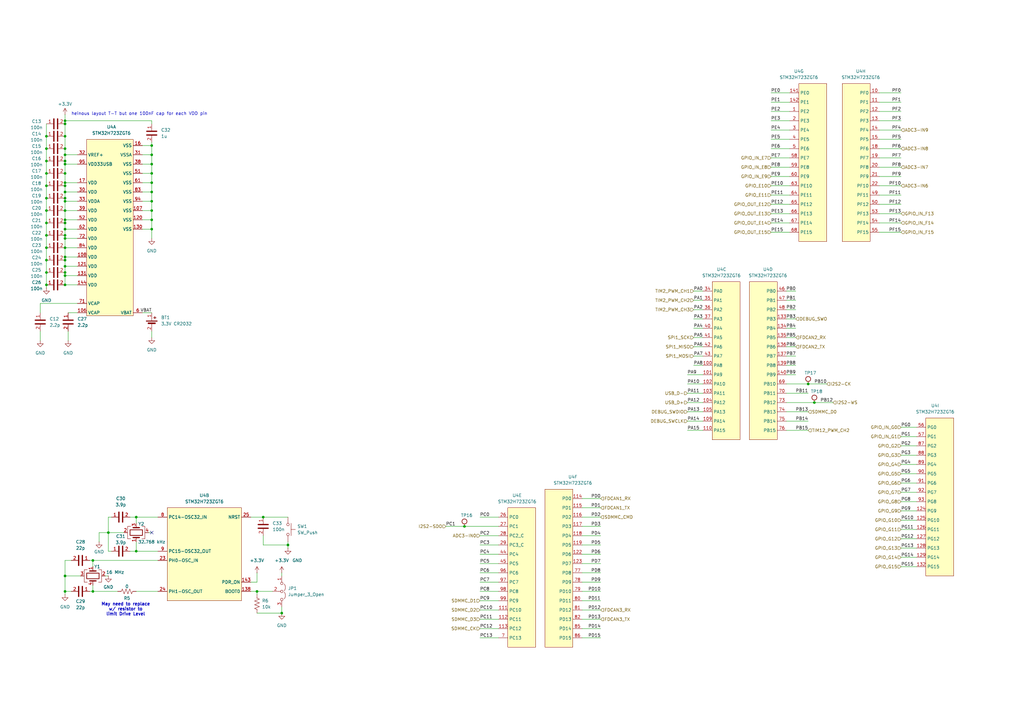
<source format=kicad_sch>
(kicad_sch (version 20250114) (generator "eeschema") (generator_version "9.0")
  (paper "A3")
  (lib_symbols
    (symbol ".Test-Point:RH-5015" (pin_numbers (hide yes)) (pin_names (hide yes))
      (property "Reference" "TP" (at 0 -15.24 0))
      (property "Value" "RH-5015" (at 0 -11.43 0))
      (symbol "RH-5015_1_1"
        (pin passive line (at 0 0 90) (length 0.9906) (name "1") (number "1"))
      )
    )
    (symbol "BFR Capacitors:0402CG220J500NT"
      (property "Reference" "C" (at 0 2.54 0))
      (property "Value" "22p" (at 1.27 2.54 0))
      (symbol "0402CG220J500NT_1_1"
        (pin passive line (at 0 3.81 270) (length 2.794) (name "~") (number "1"))
        (pin passive line (at 0 -3.81 90) (length 2.794) (name "~") (number "2"))
      )
    )
    (symbol "BFR Capacitors:06035A2R2JAT2A"
      (property "Reference" "C" (at 0 2.54 0))
      (property "Value" "2.2p" (at 1.27 2.54 0))
      (symbol "06035A2R2JAT2A_1_1"
        (pin passive line (at 0 3.81 270) (length 2.794) (name "~") (number "1"))
        (pin passive line (at 0 -3.81 90) (length 2.794) (name "~") (number "2"))
      )
    )
    (symbol "BFR Capacitors:06035A3R9CAT2A"
      (property "Reference" "C" (at 0 2.54 0))
      (property "Value" "3.9p" (at 1.27 2.54 0))
      (symbol "06035A3R9CAT2A_1_1"
        (pin passive line (at 0 3.81 270) (length 2.794) (name "~") (number "1"))
        (pin passive line (at 0 -3.81 90) (length 2.794) (name "~") (number "2"))
      )
    )
    (symbol "BFR Capacitors:06035C104KAT2A"
      (property "Reference" "C" (at 0 2.54 0))
      (property "Value" "100n" (at 1.27 2.54 0))
      (symbol "06035C104KAT2A_1_1"
        (pin passive line (at 0 3.81 270) (length 2.794) (name "~") (number "1"))
        (pin passive line (at 0 -3.81 90) (length 2.794) (name "~") (number "2"))
      )
    )
    (symbol "BFR Capacitors:CL10A105KB8NNNC"
      (property "Reference" "C" (at 0 2.54 0))
      (property "Value" "1u" (at 1.27 2.54 0))
      (symbol "CL10A105KB8NNNC_1_1"
        (pin passive line (at 0 3.81 270) (length 2.794) (name "~") (number "1"))
        (pin passive line (at 0 -3.81 90) (length 2.794) (name "~") (number "2"))
      )
    )
    (symbol "BFR Resistors:RMCF0603FT10K0" (pin_numbers (hide yes))
      (property "Reference" "R" (at 0 2.54 0))
      (property "Value" "10k" (at 1.27 2.54 0))
      (symbol "RMCF0603FT10K0_1_1"
        (pin passive line (at -3.81 0 0) (length 1.27) (name "~") (number "1"))
        (pin passive line (at 3.81 0 180) (length 1.27) (name "~") (number "2"))
      )
    )
    (symbol "BFR Resistors:RMCF0603FT10R0" (pin_numbers (hide yes))
      (property "Reference" "R" (at 0 2.54 0))
      (property "Value" "10" (at 1.27 2.54 0))
      (symbol "RMCF0603FT10R0_1_1"
        (pin passive line (at -3.81 0 0) (length 1.27) (name "~") (number "1"))
        (pin passive line (at 3.81 0 180) (length 1.27) (name "~") (number "2"))
      )
    )
    (symbol "Device:Battery_Cell" (pin_names (offset 0) (hide yes))
      (property "Reference" "BT" (at 2.54 2.54 0))
      (property "Value" "Battery_Cell" (at 2.54 0 0))
      (symbol "Battery_Cell_1_1"
        (pin passive line (at 0 5.08 270) (length 2.54) (name "+") (number "1"))
        (pin passive line (at 0 -2.54 90) (length 2.54) (name "-") (number "2"))
      )
    )
    (symbol "Device:Crystal_GND23" (pin_names (offset 1.016) (hide yes))
      (property "Reference" "Y" (at 3.175 5.08 0))
      (property "Value" "Crystal_GND23" (at 3.175 3.175 0))
      (symbol "Crystal_GND23_1_1"
        (pin passive line (at -3.81 0 0) (length 1.27) (name "1") (number "1"))
        (pin passive line (at 0 5.08 270) (length 1.27) (name "2") (number "2"))
        (pin passive line (at 0 -5.08 90) (length 1.27) (name "3") (number "3"))
        (pin passive line (at 3.81 0 180) (length 1.27) (name "4") (number "4"))
      )
    )
    (symbol "Device:Crystal_GND24" (pin_names (offset 1.016) (hide yes))
      (property "Reference" "Y" (at 3.175 5.08 0))
      (property "Value" "Crystal_GND24" (at 3.175 3.175 0))
      (symbol "Crystal_GND24_1_1"
        (pin passive line (at -3.81 0 0) (length 1.27) (name "1") (number "1"))
        (pin passive line (at 0 5.08 270) (length 1.27) (name "2") (number "2"))
        (pin passive line (at 0 -5.08 90) (length 1.27) (name "4") (number "4"))
        (pin passive line (at 3.81 0 180) (length 1.27) (name "3") (number "3"))
      )
    )
    (symbol "Jumper:Jumper_3_Open" (pin_names (offset 0) (hide yes)) (in_bom no)
      (property "Reference" "JP" (at -2.54 -2.54 0))
      (property "Value" "Jumper_3_Open" (at 0 2.794 0))
      (symbol "Jumper_3_Open_1_1"
        (pin passive line (at -6.35 0 0) (length 2.54) (name "A") (number "1"))
        (pin passive line (at 0 -3.81 90) (length 2.54) (name "C") (number "2"))
        (pin passive line (at 6.35 0 180) (length 2.54) (name "B") (number "3"))
      )
    )
    (symbol "STM32H723ZGT6-LQFP144_1"
      (property "Reference" "U3" (at 0 1.27 0))
      (property "Value" "STM32H723ZGT6" (at 0 -1.27 0))
      (symbol "STM32H723ZGT6-LQFP144_1_1_1"
        (pin output line (at -13.97 -6.35 0) (length 3.81) (name "VBAT") (number "6"))
        (pin output line (at -13.97 -10.16 0) (length 3.81) (name "VREF+") (number "32"))
        (pin output line (at -13.97 -13.97 0) (length 3.81) (name "VDD33USB") (number "95"))
        (pin output line (at -13.97 -21.59 0) (length 3.81) (name "VDD") (number "17"))
        (pin output line (at -13.97 -25.4 0) (length 3.81) (name "VDD") (number "30"))
        (pin output line (at -13.97 -29.21 0) (length 3.81) (name "VDDA") (number "33"))
        (pin output line (at -13.97 -33.02 0) (length 3.81) (name "VDD") (number "39"))
        (pin output line (at -13.97 -36.83 0) (length 3.81) (name "VDD") (number "52"))
        (pin output line (at -13.97 -40.64 0) (length 3.81) (name "VDD") (number "62"))
        (pin output line (at -13.97 -44.45 0) (length 3.81) (name "VDD") (number "72"))
        (pin output line (at -13.97 -48.26 0) (length 3.81) (name "VDD") (number "84"))
        (pin output line (at -13.97 -52.07 0) (length 3.81) (name "VDD") (number "108"))
        (pin output line (at -13.97 -55.88 0) (length 3.81) (name "VDD") (number "121"))
        (pin output line (at -13.97 -59.69 0) (length 3.81) (name "VDD") (number "131"))
        (pin output line (at -13.97 -63.5 0) (length 3.81) (name "VDD") (number "144"))
        (pin output line (at -13.97 -71.12 0) (length 3.81) (name "VCAP") (number "71"))
        (pin output line (at -13.97 -74.93 0) (length 3.81) (name "VCAP") (number "106"))
        (pin output line (at 12.7 -6.35 180) (length 3.81) (name "VSS") (number "16"))
        (pin output line (at 12.7 -10.16 180) (length 3.81) (name "VSSA") (number "31"))
        (pin output line (at 12.7 -13.97 180) (length 3.81) (name "VSS") (number "38"))
        (pin output line (at 12.7 -17.78 180) (length 3.81) (name "VSS") (number "51"))
        (pin output line (at 12.7 -21.59 180) (length 3.81) (name "VSS") (number "61"))
        (pin output line (at 12.7 -25.4 180) (length 3.81) (name "VSS") (number "83"))
        (pin output line (at 12.7 -29.21 180) (length 3.81) (name "VSS") (number "94"))
        (pin output line (at 12.7 -33.02 180) (length 3.81) (name "VSS") (number "107"))
        (pin output line (at 12.7 -36.83 180) (length 3.81) (name "VSS") (number "120"))
        (pin output line (at 12.7 -40.64 180) (length 3.81) (name "VSS") (number "130"))
      )
      (symbol "STM32H723ZGT6-LQFP144_1_2_1"
        (pin output line (at -19.05 -7.62 0) (length 3.81) (name "PC14-OSC32_IN") (number "8"))
        (pin output line (at -19.05 -21.59 0) (length 3.81) (name "PC15-OSC32_OUT") (number "9"))
        (pin output line (at -19.05 -25.4 0) (length 3.81) (name "PH0-OSC_IN") (number "23"))
        (pin output line (at -19.05 -38.1 0) (length 3.81) (name "PH1-OSC_OUT") (number "24"))
        (pin output line (at 19.05 -7.62 180) (length 3.81) (name "NRST") (number "25"))
        (pin output line (at 19.05 -34.29 180) (length 3.81) (name "PDR_ON") (number "143"))
        (pin output line (at 19.05 -38.1 180) (length 3.81) (name "BOOT0") (number "138"))
      )
      (symbol "STM32H723ZGT6-LQFP144_1_3_1"
        (pin output line (at -7.62 -7.62 0) (length 3.81) (name "PA0") (number "34"))
        (pin output line (at -7.62 -11.43 0) (length 3.81) (name "PA1") (number "35"))
        (pin output line (at -7.62 -15.24 0) (length 3.81) (name "PA2") (number "36"))
        (pin output line (at -7.62 -19.05 0) (length 3.81) (name "PA3") (number "37"))
        (pin output line (at -7.62 -22.86 0) (length 3.81) (name "PA4") (number "40"))
        (pin output line (at -7.62 -26.67 0) (length 3.81) (name "PA5") (number "41"))
        (pin output line (at -7.62 -30.48 0) (length 3.81) (name "PA6") (number "42"))
        (pin output line (at -7.62 -34.29 0) (length 3.81) (name "PA7") (number "43"))
        (pin output line (at -7.62 -38.1 0) (length 3.81) (name "PA8") (number "100"))
        (pin output line (at -7.62 -41.91 0) (length 3.81) (name "PA9") (number "101"))
        (pin output line (at -7.62 -45.72 0) (length 3.81) (name "PA10") (number "102"))
        (pin output line (at -7.62 -49.53 0) (length 3.81) (name "PA11") (number "103"))
        (pin output line (at -7.62 -53.34 0) (length 3.81) (name "PA12") (number "104"))
        (pin output line (at -7.62 -57.15 0) (length 3.81) (name "PA13") (number "105"))
        (pin output line (at -7.62 -60.96 0) (length 3.81) (name "PA14") (number "109"))
        (pin output line (at -7.62 -64.77 0) (length 3.81) (name "PA15") (number "110"))
      )
      (symbol "STM32H723ZGT6-LQFP144_1_4_1"
        (pin output line (at 7.62 -7.62 180) (length 3.81) (name "PB0") (number "46"))
        (pin output line (at 7.62 -11.43 180) (length 3.81) (name "PB1") (number "47"))
        (pin output line (at 7.62 -15.24 180) (length 3.81) (name "PB2") (number "48"))
        (pin output line (at 7.62 -19.05 180) (length 3.81) (name "PB3") (number "133"))
        (pin output line (at 7.62 -22.86 180) (length 3.81) (name "PB4") (number "134"))
        (pin output line (at 7.62 -26.67 180) (length 3.81) (name "PB5") (number "135"))
        (pin output line (at 7.62 -30.48 180) (length 3.81) (name "PB6") (number "136"))
        (pin output line (at 7.62 -34.29 180) (length 3.81) (name "PB7") (number "137"))
        (pin output line (at 7.62 -38.1 180) (length 3.81) (name "PB8") (number "139"))
        (pin output line (at 7.62 -41.91 180) (length 3.81) (name "PB9") (number "140"))
        (pin output line (at 7.62 -45.72 180) (length 3.81) (name "PB10") (number "69"))
        (pin output line (at 7.62 -49.53 180) (length 3.81) (name "PB11") (number "70"))
        (pin output line (at 7.62 -53.34 180) (length 3.81) (name "PB12") (number "73"))
        (pin output line (at 7.62 -57.15 180) (length 3.81) (name "PB13") (number "74"))
        (pin output line (at 7.62 -60.96 180) (length 3.81) (name "PB14") (number "75"))
        (pin output line (at 7.62 -64.77 180) (length 3.81) (name "PB15") (number "76"))
      )
      (symbol "STM32H723ZGT6-LQFP144_1_5_1"
        (pin output line (at -7.62 -7.62 0) (length 3.81) (name "PC0") (number "26"))
        (pin output line (at -7.62 -11.43 0) (length 3.81) (name "PC1") (number "27"))
        (pin output line (at -7.62 -15.24 0) (length 3.81) (name "PC2_C") (number "28"))
        (pin output line (at -7.62 -19.05 0) (length 3.81) (name "PC3_C") (number "29"))
        (pin output line (at -7.62 -22.86 0) (length 3.81) (name "PC4") (number "44"))
        (pin output line (at -7.62 -26.67 0) (length 3.81) (name "PC5") (number "45"))
        (pin output line (at -7.62 -30.48 0) (length 3.81) (name "PC6") (number "96"))
        (pin output line (at -7.62 -34.29 0) (length 3.81) (name "PC7") (number "97"))
        (pin output line (at -7.62 -38.1 0) (length 3.81) (name "PC8") (number "98"))
        (pin output line (at -7.62 -41.91 0) (length 3.81) (name "PC9") (number "99"))
        (pin output line (at -7.62 -45.72 0) (length 3.81) (name "PC10") (number "111"))
        (pin output line (at -7.62 -49.53 0) (length 3.81) (name "PC11") (number "112"))
        (pin output line (at -7.62 -53.34 0) (length 3.81) (name "PC12") (number "113"))
        (pin output line (at -7.62 -57.15 0) (length 3.81) (name "PC13") (number "7"))
      )
      (symbol "STM32H723ZGT6-LQFP144_1_6_1"
        (pin output line (at 3.81 -7.62 180) (length 3.81) (name "PD0") (number "114"))
        (pin output line (at 3.81 -11.43 180) (length 3.81) (name "PD1") (number "115"))
        (pin output line (at 3.81 -15.24 180) (length 3.81) (name "PD2") (number "116"))
        (pin output line (at 3.81 -19.05 180) (length 3.81) (name "PD3") (number "117"))
        (pin output line (at 3.81 -22.86 180) (length 3.81) (name "PD4") (number "118"))
        (pin output line (at 3.81 -26.67 180) (length 3.81) (name "PD5") (number "119"))
        (pin output line (at 3.81 -30.48 180) (length 3.81) (name "PD6") (number "122"))
        (pin output line (at 3.81 -34.29 180) (length 3.81) (name "PD7") (number "123"))
        (pin output line (at 3.81 -38.1 180) (length 3.81) (name "PD8") (number "77"))
        (pin output line (at 3.81 -41.91 180) (length 3.81) (name "PD9") (number "78"))
        (pin output line (at 3.81 -45.72 180) (length 3.81) (name "PD10") (number "79"))
        (pin output line (at 3.81 -49.53 180) (length 3.81) (name "PD11") (number "80"))
        (pin output line (at 3.81 -53.34 180) (length 3.81) (name "PD12") (number "81"))
        (pin output line (at 3.81 -57.15 180) (length 3.81) (name "PD13") (number "82"))
        (pin output line (at 3.81 -60.96 180) (length 3.81) (name "PD14") (number "85"))
        (pin output line (at 3.81 -64.77 180) (length 3.81) (name "PD15") (number "86"))
      )
      (symbol "STM32H723ZGT6-LQFP144_1_7_1"
        (pin output line (at -3.81 -7.62 0) (length 3.81) (name "PE0") (number "141"))
        (pin output line (at -3.81 -11.43 0) (length 3.81) (name "PE1") (number "142"))
        (pin output line (at -3.81 -15.24 0) (length 3.81) (name "PE2") (number "1"))
        (pin output line (at -3.81 -19.05 0) (length 3.81) (name "PE3") (number "2"))
        (pin output line (at -3.81 -22.86 0) (length 3.81) (name "PE4") (number "3"))
        (pin output line (at -3.81 -26.67 0) (length 3.81) (name "PE5") (number "4"))
        (pin output line (at -3.81 -30.48 0) (length 3.81) (name "PE6") (number "5"))
        (pin output line (at -3.81 -34.29 0) (length 3.81) (name "PE7") (number "58"))
        (pin output line (at -3.81 -38.1 0) (length 3.81) (name "PE8") (number "59"))
        (pin output line (at -3.81 -41.91 0) (length 3.81) (name "PE9") (number "60"))
        (pin output line (at -3.81 -45.72 0) (length 3.81) (name "PE10") (number "63"))
        (pin output line (at -3.81 -49.53 0) (length 3.81) (name "PE11") (number "64"))
        (pin output line (at -3.81 -53.34 0) (length 3.81) (name "PE12") (number "65"))
        (pin output line (at -3.81 -57.15 0) (length 3.81) (name "PE13") (number "66"))
        (pin output line (at -3.81 -60.96 0) (length 3.81) (name "PE14") (number "67"))
        (pin output line (at -3.81 -64.77 0) (length 3.81) (name "PE15") (number "68"))
      )
      (symbol "STM32H723ZGT6-LQFP144_1_8_1"
        (pin output line (at 7.62 -7.62 180) (length 3.81) (name "PF0") (number "10"))
        (pin output line (at 7.62 -11.43 180) (length 3.81) (name "PF1") (number "11"))
        (pin output line (at 7.62 -15.24 180) (length 3.81) (name "PF2") (number "12"))
        (pin output line (at 7.62 -19.05 180) (length 3.81) (name "PF3") (number "13"))
        (pin output line (at 7.62 -22.86 180) (length 3.81) (name "PF4") (number "14"))
        (pin output line (at 7.62 -26.67 180) (length 3.81) (name "PF5") (number "15"))
        (pin output line (at 7.62 -30.48 180) (length 3.81) (name "PF6") (number "18"))
        (pin output line (at 7.62 -34.29 180) (length 3.81) (name "PF7") (number "19"))
        (pin output line (at 7.62 -38.1 180) (length 3.81) (name "PF8") (number "20"))
        (pin output line (at 7.62 -41.91 180) (length 3.81) (name "PF9") (number "21"))
        (pin output line (at 7.62 -45.72 180) (length 3.81) (name "PF10") (number "22"))
        (pin output line (at 7.62 -49.53 180) (length 3.81) (name "PF11") (number "49"))
        (pin output line (at 7.62 -53.34 180) (length 3.81) (name "PF12") (number "50"))
        (pin output line (at 7.62 -57.15 180) (length 3.81) (name "PF13") (number "53"))
        (pin output line (at 7.62 -60.96 180) (length 3.81) (name "PF14") (number "54"))
        (pin output line (at 7.62 -64.77 180) (length 3.81) (name "PF15") (number "55"))
      )
      (symbol "STM32H723ZGT6-LQFP144_1_9_1"
        (pin output line (at -7.62 -7.62 0) (length 3.81) (name "PG0") (number "56"))
        (pin output line (at -7.62 -11.43 0) (length 3.81) (name "PG1") (number "57"))
        (pin output line (at -7.62 -15.24 0) (length 3.81) (name "PG2") (number "87"))
        (pin output line (at -7.62 -19.05 0) (length 3.81) (name "PG3") (number "88"))
        (pin output line (at -7.62 -22.86 0) (length 3.81) (name "PG4") (number "89"))
        (pin output line (at -7.62 -26.67 0) (length 3.81) (name "PG5") (number "90"))
        (pin output line (at -7.62 -30.48 0) (length 3.81) (name "PG6") (number "91"))
        (pin output line (at -7.62 -34.29 0) (length 3.81) (name "PG7") (number "92"))
        (pin output line (at -7.62 -38.1 0) (length 3.81) (name "PG8") (number "93"))
        (pin output line (at -7.62 -41.91 0) (length 3.81) (name "PG9") (number "124"))
        (pin output line (at -7.62 -45.72 0) (length 3.81) (name "PG10") (number "125"))
        (pin output line (at -7.62 -49.53 0) (length 3.81) (name "PG11") (number "126"))
        (pin output line (at -7.62 -53.34 0) (length 3.81) (name "PG12") (number "127"))
        (pin output line (at -7.62 -57.15 0) (length 3.81) (name "PG13") (number "128"))
        (pin output line (at -7.62 -60.96 0) (length 3.81) (name "PG14") (number "129"))
        (pin output line (at -7.62 -64.77 0) (length 3.81) (name "PG15") (number "132"))
      )
    )
    (symbol "STM32H723ZGT6-LQFP144_2"
      (property "Reference" "U3" (at 0 1.27 0))
      (property "Value" "STM32H723ZGT6" (at 0 -1.27 0))
      (symbol "STM32H723ZGT6-LQFP144_2_1_1"
        (pin output line (at -13.97 -6.35 0) (length 3.81) (name "VBAT") (number "6"))
        (pin output line (at -13.97 -10.16 0) (length 3.81) (name "VREF+") (number "32"))
        (pin output line (at -13.97 -13.97 0) (length 3.81) (name "VDD33USB") (number "95"))
        (pin output line (at -13.97 -21.59 0) (length 3.81) (name "VDD") (number "17"))
        (pin output line (at -13.97 -25.4 0) (length 3.81) (name "VDD") (number "30"))
        (pin output line (at -13.97 -29.21 0) (length 3.81) (name "VDDA") (number "33"))
        (pin output line (at -13.97 -33.02 0) (length 3.81) (name "VDD") (number "39"))
        (pin output line (at -13.97 -36.83 0) (length 3.81) (name "VDD") (number "52"))
        (pin output line (at -13.97 -40.64 0) (length 3.81) (name "VDD") (number "62"))
        (pin output line (at -13.97 -44.45 0) (length 3.81) (name "VDD") (number "72"))
        (pin output line (at -13.97 -48.26 0) (length 3.81) (name "VDD") (number "84"))
        (pin output line (at -13.97 -52.07 0) (length 3.81) (name "VDD") (number "108"))
        (pin output line (at -13.97 -55.88 0) (length 3.81) (name "VDD") (number "121"))
        (pin output line (at -13.97 -59.69 0) (length 3.81) (name "VDD") (number "131"))
        (pin output line (at -13.97 -63.5 0) (length 3.81) (name "VDD") (number "144"))
        (pin output line (at -13.97 -71.12 0) (length 3.81) (name "VCAP") (number "71"))
        (pin output line (at -13.97 -74.93 0) (length 3.81) (name "VCAP") (number "106"))
        (pin output line (at 12.7 -6.35 180) (length 3.81) (name "VSS") (number "16"))
        (pin output line (at 12.7 -10.16 180) (length 3.81) (name "VSSA") (number "31"))
        (pin output line (at 12.7 -13.97 180) (length 3.81) (name "VSS") (number "38"))
        (pin output line (at 12.7 -17.78 180) (length 3.81) (name "VSS") (number "51"))
        (pin output line (at 12.7 -21.59 180) (length 3.81) (name "VSS") (number "61"))
        (pin output line (at 12.7 -25.4 180) (length 3.81) (name "VSS") (number "83"))
        (pin output line (at 12.7 -29.21 180) (length 3.81) (name "VSS") (number "94"))
        (pin output line (at 12.7 -33.02 180) (length 3.81) (name "VSS") (number "107"))
        (pin output line (at 12.7 -36.83 180) (length 3.81) (name "VSS") (number "120"))
        (pin output line (at 12.7 -40.64 180) (length 3.81) (name "VSS") (number "130"))
      )
      (symbol "STM32H723ZGT6-LQFP144_2_2_1"
        (pin output line (at -19.05 -7.62 0) (length 3.81) (name "PC14-OSC32_IN") (number "8"))
        (pin output line (at -19.05 -21.59 0) (length 3.81) (name "PC15-OSC32_OUT") (number "9"))
        (pin output line (at -19.05 -25.4 0) (length 3.81) (name "PH0-OSC_IN") (number "23"))
        (pin output line (at -19.05 -38.1 0) (length 3.81) (name "PH1-OSC_OUT") (number "24"))
        (pin output line (at 19.05 -7.62 180) (length 3.81) (name "NRST") (number "25"))
        (pin output line (at 19.05 -34.29 180) (length 3.81) (name "PDR_ON") (number "143"))
        (pin output line (at 19.05 -38.1 180) (length 3.81) (name "BOOT0") (number "138"))
      )
      (symbol "STM32H723ZGT6-LQFP144_2_3_1"
        (pin output line (at -7.62 -7.62 0) (length 3.81) (name "PA0") (number "34"))
        (pin output line (at -7.62 -11.43 0) (length 3.81) (name "PA1") (number "35"))
        (pin output line (at -7.62 -15.24 0) (length 3.81) (name "PA2") (number "36"))
        (pin output line (at -7.62 -19.05 0) (length 3.81) (name "PA3") (number "37"))
        (pin output line (at -7.62 -22.86 0) (length 3.81) (name "PA4") (number "40"))
        (pin output line (at -7.62 -26.67 0) (length 3.81) (name "PA5") (number "41"))
        (pin output line (at -7.62 -30.48 0) (length 3.81) (name "PA6") (number "42"))
        (pin output line (at -7.62 -34.29 0) (length 3.81) (name "PA7") (number "43"))
        (pin output line (at -7.62 -38.1 0) (length 3.81) (name "PA8") (number "100"))
        (pin output line (at -7.62 -41.91 0) (length 3.81) (name "PA9") (number "101"))
        (pin output line (at -7.62 -45.72 0) (length 3.81) (name "PA10") (number "102"))
        (pin output line (at -7.62 -49.53 0) (length 3.81) (name "PA11") (number "103"))
        (pin output line (at -7.62 -53.34 0) (length 3.81) (name "PA12") (number "104"))
        (pin output line (at -7.62 -57.15 0) (length 3.81) (name "PA13") (number "105"))
        (pin output line (at -7.62 -60.96 0) (length 3.81) (name "PA14") (number "109"))
        (pin output line (at -7.62 -64.77 0) (length 3.81) (name "PA15") (number "110"))
      )
      (symbol "STM32H723ZGT6-LQFP144_2_4_1"
        (pin output line (at 7.62 -7.62 180) (length 3.81) (name "PB0") (number "46"))
        (pin output line (at 7.62 -11.43 180) (length 3.81) (name "PB1") (number "47"))
        (pin output line (at 7.62 -15.24 180) (length 3.81) (name "PB2") (number "48"))
        (pin output line (at 7.62 -19.05 180) (length 3.81) (name "PB3") (number "133"))
        (pin output line (at 7.62 -22.86 180) (length 3.81) (name "PB4") (number "134"))
        (pin output line (at 7.62 -26.67 180) (length 3.81) (name "PB5") (number "135"))
        (pin output line (at 7.62 -30.48 180) (length 3.81) (name "PB6") (number "136"))
        (pin output line (at 7.62 -34.29 180) (length 3.81) (name "PB7") (number "137"))
        (pin output line (at 7.62 -38.1 180) (length 3.81) (name "PB8") (number "139"))
        (pin output line (at 7.62 -41.91 180) (length 3.81) (name "PB9") (number "140"))
        (pin output line (at 7.62 -45.72 180) (length 3.81) (name "PB10") (number "69"))
        (pin output line (at 7.62 -49.53 180) (length 3.81) (name "PB11") (number "70"))
        (pin output line (at 7.62 -53.34 180) (length 3.81) (name "PB12") (number "73"))
        (pin output line (at 7.62 -57.15 180) (length 3.81) (name "PB13") (number "74"))
        (pin output line (at 7.62 -60.96 180) (length 3.81) (name "PB14") (number "75"))
        (pin output line (at 7.62 -64.77 180) (length 3.81) (name "PB15") (number "76"))
      )
      (symbol "STM32H723ZGT6-LQFP144_2_5_1"
        (pin output line (at -7.62 -7.62 0) (length 3.81) (name "PC0") (number "26"))
        (pin output line (at -7.62 -11.43 0) (length 3.81) (name "PC1") (number "27"))
        (pin output line (at -7.62 -15.24 0) (length 3.81) (name "PC2_C") (number "28"))
        (pin output line (at -7.62 -19.05 0) (length 3.81) (name "PC3_C") (number "29"))
        (pin output line (at -7.62 -22.86 0) (length 3.81) (name "PC4") (number "44"))
        (pin output line (at -7.62 -26.67 0) (length 3.81) (name "PC5") (number "45"))
        (pin output line (at -7.62 -30.48 0) (length 3.81) (name "PC6") (number "96"))
        (pin output line (at -7.62 -34.29 0) (length 3.81) (name "PC7") (number "97"))
        (pin output line (at -7.62 -38.1 0) (length 3.81) (name "PC8") (number "98"))
        (pin output line (at -7.62 -41.91 0) (length 3.81) (name "PC9") (number "99"))
        (pin output line (at -7.62 -45.72 0) (length 3.81) (name "PC10") (number "111"))
        (pin output line (at -7.62 -49.53 0) (length 3.81) (name "PC11") (number "112"))
        (pin output line (at -7.62 -53.34 0) (length 3.81) (name "PC12") (number "113"))
        (pin output line (at -7.62 -57.15 0) (length 3.81) (name "PC13") (number "7"))
      )
      (symbol "STM32H723ZGT6-LQFP144_2_6_1"
        (pin output line (at 3.81 -7.62 180) (length 3.81) (name "PD0") (number "114"))
        (pin output line (at 3.81 -11.43 180) (length 3.81) (name "PD1") (number "115"))
        (pin output line (at 3.81 -15.24 180) (length 3.81) (name "PD2") (number "116"))
        (pin output line (at 3.81 -19.05 180) (length 3.81) (name "PD3") (number "117"))
        (pin output line (at 3.81 -22.86 180) (length 3.81) (name "PD4") (number "118"))
        (pin output line (at 3.81 -26.67 180) (length 3.81) (name "PD5") (number "119"))
        (pin output line (at 3.81 -30.48 180) (length 3.81) (name "PD6") (number "122"))
        (pin output line (at 3.81 -34.29 180) (length 3.81) (name "PD7") (number "123"))
        (pin output line (at 3.81 -38.1 180) (length 3.81) (name "PD8") (number "77"))
        (pin output line (at 3.81 -41.91 180) (length 3.81) (name "PD9") (number "78"))
        (pin output line (at 3.81 -45.72 180) (length 3.81) (name "PD10") (number "79"))
        (pin output line (at 3.81 -49.53 180) (length 3.81) (name "PD11") (number "80"))
        (pin output line (at 3.81 -53.34 180) (length 3.81) (name "PD12") (number "81"))
        (pin output line (at 3.81 -57.15 180) (length 3.81) (name "PD13") (number "82"))
        (pin output line (at 3.81 -60.96 180) (length 3.81) (name "PD14") (number "85"))
        (pin output line (at 3.81 -64.77 180) (length 3.81) (name "PD15") (number "86"))
      )
      (symbol "STM32H723ZGT6-LQFP144_2_7_1"
        (pin output line (at -3.81 -7.62 0) (length 3.81) (name "PE0") (number "141"))
        (pin output line (at -3.81 -11.43 0) (length 3.81) (name "PE1") (number "142"))
        (pin output line (at -3.81 -15.24 0) (length 3.81) (name "PE2") (number "1"))
        (pin output line (at -3.81 -19.05 0) (length 3.81) (name "PE3") (number "2"))
        (pin output line (at -3.81 -22.86 0) (length 3.81) (name "PE4") (number "3"))
        (pin output line (at -3.81 -26.67 0) (length 3.81) (name "PE5") (number "4"))
        (pin output line (at -3.81 -30.48 0) (length 3.81) (name "PE6") (number "5"))
        (pin output line (at -3.81 -34.29 0) (length 3.81) (name "PE7") (number "58"))
        (pin output line (at -3.81 -38.1 0) (length 3.81) (name "PE8") (number "59"))
        (pin output line (at -3.81 -41.91 0) (length 3.81) (name "PE9") (number "60"))
        (pin output line (at -3.81 -45.72 0) (length 3.81) (name "PE10") (number "63"))
        (pin output line (at -3.81 -49.53 0) (length 3.81) (name "PE11") (number "64"))
        (pin output line (at -3.81 -53.34 0) (length 3.81) (name "PE12") (number "65"))
        (pin output line (at -3.81 -57.15 0) (length 3.81) (name "PE13") (number "66"))
        (pin output line (at -3.81 -60.96 0) (length 3.81) (name "PE14") (number "67"))
        (pin output line (at -3.81 -64.77 0) (length 3.81) (name "PE15") (number "68"))
      )
      (symbol "STM32H723ZGT6-LQFP144_2_8_1"
        (pin output line (at 7.62 -7.62 180) (length 3.81) (name "PF0") (number "10"))
        (pin output line (at 7.62 -11.43 180) (length 3.81) (name "PF1") (number "11"))
        (pin output line (at 7.62 -15.24 180) (length 3.81) (name "PF2") (number "12"))
        (pin output line (at 7.62 -19.05 180) (length 3.81) (name "PF3") (number "13"))
        (pin output line (at 7.62 -22.86 180) (length 3.81) (name "PF4") (number "14"))
        (pin output line (at 7.62 -26.67 180) (length 3.81) (name "PF5") (number "15"))
        (pin output line (at 7.62 -30.48 180) (length 3.81) (name "PF6") (number "18"))
        (pin output line (at 7.62 -34.29 180) (length 3.81) (name "PF7") (number "19"))
        (pin output line (at 7.62 -38.1 180) (length 3.81) (name "PF8") (number "20"))
        (pin output line (at 7.62 -41.91 180) (length 3.81) (name "PF9") (number "21"))
        (pin output line (at 7.62 -45.72 180) (length 3.81) (name "PF10") (number "22"))
        (pin output line (at 7.62 -49.53 180) (length 3.81) (name "PF11") (number "49"))
        (pin output line (at 7.62 -53.34 180) (length 3.81) (name "PF12") (number "50"))
        (pin output line (at 7.62 -57.15 180) (length 3.81) (name "PF13") (number "53"))
        (pin output line (at 7.62 -60.96 180) (length 3.81) (name "PF14") (number "54"))
        (pin output line (at 7.62 -64.77 180) (length 3.81) (name "PF15") (number "55"))
      )
      (symbol "STM32H723ZGT6-LQFP144_2_9_1"
        (pin output line (at -7.62 -7.62 0) (length 3.81) (name "PG0") (number "56"))
        (pin output line (at -7.62 -11.43 0) (length 3.81) (name "PG1") (number "57"))
        (pin output line (at -7.62 -15.24 0) (length 3.81) (name "PG2") (number "87"))
        (pin output line (at -7.62 -19.05 0) (length 3.81) (name "PG3") (number "88"))
        (pin output line (at -7.62 -22.86 0) (length 3.81) (name "PG4") (number "89"))
        (pin output line (at -7.62 -26.67 0) (length 3.81) (name "PG5") (number "90"))
        (pin output line (at -7.62 -30.48 0) (length 3.81) (name "PG6") (number "91"))
        (pin output line (at -7.62 -34.29 0) (length 3.81) (name "PG7") (number "92"))
        (pin output line (at -7.62 -38.1 0) (length 3.81) (name "PG8") (number "93"))
        (pin output line (at -7.62 -41.91 0) (length 3.81) (name "PG9") (number "124"))
        (pin output line (at -7.62 -45.72 0) (length 3.81) (name "PG10") (number "125"))
        (pin output line (at -7.62 -49.53 0) (length 3.81) (name "PG11") (number "126"))
        (pin output line (at -7.62 -53.34 0) (length 3.81) (name "PG12") (number "127"))
        (pin output line (at -7.62 -57.15 0) (length 3.81) (name "PG13") (number "128"))
        (pin output line (at -7.62 -60.96 0) (length 3.81) (name "PG14") (number "129"))
        (pin output line (at -7.62 -64.77 0) (length 3.81) (name "PG15") (number "132"))
      )
    )
    (symbol "STM32H723ZGT6-LQFP144_3"
      (property "Reference" "U3" (at 0 1.27 0))
      (property "Value" "STM32H723ZGT6" (at 0 -1.27 0))
      (symbol "STM32H723ZGT6-LQFP144_3_1_1"
        (pin output line (at -13.97 -6.35 0) (length 3.81) (name "VBAT") (number "6"))
        (pin output line (at -13.97 -10.16 0) (length 3.81) (name "VREF+") (number "32"))
        (pin output line (at -13.97 -13.97 0) (length 3.81) (name "VDD33USB") (number "95"))
        (pin output line (at -13.97 -21.59 0) (length 3.81) (name "VDD") (number "17"))
        (pin output line (at -13.97 -25.4 0) (length 3.81) (name "VDD") (number "30"))
        (pin output line (at -13.97 -29.21 0) (length 3.81) (name "VDDA") (number "33"))
        (pin output line (at -13.97 -33.02 0) (length 3.81) (name "VDD") (number "39"))
        (pin output line (at -13.97 -36.83 0) (length 3.81) (name "VDD") (number "52"))
        (pin output line (at -13.97 -40.64 0) (length 3.81) (name "VDD") (number "62"))
        (pin output line (at -13.97 -44.45 0) (length 3.81) (name "VDD") (number "72"))
        (pin output line (at -13.97 -48.26 0) (length 3.81) (name "VDD") (number "84"))
        (pin output line (at -13.97 -52.07 0) (length 3.81) (name "VDD") (number "108"))
        (pin output line (at -13.97 -55.88 0) (length 3.81) (name "VDD") (number "121"))
        (pin output line (at -13.97 -59.69 0) (length 3.81) (name "VDD") (number "131"))
        (pin output line (at -13.97 -63.5 0) (length 3.81) (name "VDD") (number "144"))
        (pin output line (at -13.97 -71.12 0) (length 3.81) (name "VCAP") (number "71"))
        (pin output line (at -13.97 -74.93 0) (length 3.81) (name "VCAP") (number "106"))
        (pin output line (at 12.7 -6.35 180) (length 3.81) (name "VSS") (number "16"))
        (pin output line (at 12.7 -10.16 180) (length 3.81) (name "VSSA") (number "31"))
        (pin output line (at 12.7 -13.97 180) (length 3.81) (name "VSS") (number "38"))
        (pin output line (at 12.7 -17.78 180) (length 3.81) (name "VSS") (number "51"))
        (pin output line (at 12.7 -21.59 180) (length 3.81) (name "VSS") (number "61"))
        (pin output line (at 12.7 -25.4 180) (length 3.81) (name "VSS") (number "83"))
        (pin output line (at 12.7 -29.21 180) (length 3.81) (name "VSS") (number "94"))
        (pin output line (at 12.7 -33.02 180) (length 3.81) (name "VSS") (number "107"))
        (pin output line (at 12.7 -36.83 180) (length 3.81) (name "VSS") (number "120"))
        (pin output line (at 12.7 -40.64 180) (length 3.81) (name "VSS") (number "130"))
      )
      (symbol "STM32H723ZGT6-LQFP144_3_2_1"
        (pin output line (at -19.05 -7.62 0) (length 3.81) (name "PC14-OSC32_IN") (number "8"))
        (pin output line (at -19.05 -21.59 0) (length 3.81) (name "PC15-OSC32_OUT") (number "9"))
        (pin output line (at -19.05 -25.4 0) (length 3.81) (name "PH0-OSC_IN") (number "23"))
        (pin output line (at -19.05 -38.1 0) (length 3.81) (name "PH1-OSC_OUT") (number "24"))
        (pin output line (at 19.05 -7.62 180) (length 3.81) (name "NRST") (number "25"))
        (pin output line (at 19.05 -34.29 180) (length 3.81) (name "PDR_ON") (number "143"))
        (pin output line (at 19.05 -38.1 180) (length 3.81) (name "BOOT0") (number "138"))
      )
      (symbol "STM32H723ZGT6-LQFP144_3_3_1"
        (pin output line (at -7.62 -7.62 0) (length 3.81) (name "PA0") (number "34"))
        (pin output line (at -7.62 -11.43 0) (length 3.81) (name "PA1") (number "35"))
        (pin output line (at -7.62 -15.24 0) (length 3.81) (name "PA2") (number "36"))
        (pin output line (at -7.62 -19.05 0) (length 3.81) (name "PA3") (number "37"))
        (pin output line (at -7.62 -22.86 0) (length 3.81) (name "PA4") (number "40"))
        (pin output line (at -7.62 -26.67 0) (length 3.81) (name "PA5") (number "41"))
        (pin output line (at -7.62 -30.48 0) (length 3.81) (name "PA6") (number "42"))
        (pin output line (at -7.62 -34.29 0) (length 3.81) (name "PA7") (number "43"))
        (pin output line (at -7.62 -38.1 0) (length 3.81) (name "PA8") (number "100"))
        (pin output line (at -7.62 -41.91 0) (length 3.81) (name "PA9") (number "101"))
        (pin output line (at -7.62 -45.72 0) (length 3.81) (name "PA10") (number "102"))
        (pin output line (at -7.62 -49.53 0) (length 3.81) (name "PA11") (number "103"))
        (pin output line (at -7.62 -53.34 0) (length 3.81) (name "PA12") (number "104"))
        (pin output line (at -7.62 -57.15 0) (length 3.81) (name "PA13") (number "105"))
        (pin output line (at -7.62 -60.96 0) (length 3.81) (name "PA14") (number "109"))
        (pin output line (at -7.62 -64.77 0) (length 3.81) (name "PA15") (number "110"))
      )
      (symbol "STM32H723ZGT6-LQFP144_3_4_1"
        (pin output line (at 7.62 -7.62 180) (length 3.81) (name "PB0") (number "46"))
        (pin output line (at 7.62 -11.43 180) (length 3.81) (name "PB1") (number "47"))
        (pin output line (at 7.62 -15.24 180) (length 3.81) (name "PB2") (number "48"))
        (pin output line (at 7.62 -19.05 180) (length 3.81) (name "PB3") (number "133"))
        (pin output line (at 7.62 -22.86 180) (length 3.81) (name "PB4") (number "134"))
        (pin output line (at 7.62 -26.67 180) (length 3.81) (name "PB5") (number "135"))
        (pin output line (at 7.62 -30.48 180) (length 3.81) (name "PB6") (number "136"))
        (pin output line (at 7.62 -34.29 180) (length 3.81) (name "PB7") (number "137"))
        (pin output line (at 7.62 -38.1 180) (length 3.81) (name "PB8") (number "139"))
        (pin output line (at 7.62 -41.91 180) (length 3.81) (name "PB9") (number "140"))
        (pin output line (at 7.62 -45.72 180) (length 3.81) (name "PB10") (number "69"))
        (pin output line (at 7.62 -49.53 180) (length 3.81) (name "PB11") (number "70"))
        (pin output line (at 7.62 -53.34 180) (length 3.81) (name "PB12") (number "73"))
        (pin output line (at 7.62 -57.15 180) (length 3.81) (name "PB13") (number "74"))
        (pin output line (at 7.62 -60.96 180) (length 3.81) (name "PB14") (number "75"))
        (pin output line (at 7.62 -64.77 180) (length 3.81) (name "PB15") (number "76"))
      )
      (symbol "STM32H723ZGT6-LQFP144_3_5_1"
        (pin output line (at -7.62 -7.62 0) (length 3.81) (name "PC0") (number "26"))
        (pin output line (at -7.62 -11.43 0) (length 3.81) (name "PC1") (number "27"))
        (pin output line (at -7.62 -15.24 0) (length 3.81) (name "PC2_C") (number "28"))
        (pin output line (at -7.62 -19.05 0) (length 3.81) (name "PC3_C") (number "29"))
        (pin output line (at -7.62 -22.86 0) (length 3.81) (name "PC4") (number "44"))
        (pin output line (at -7.62 -26.67 0) (length 3.81) (name "PC5") (number "45"))
        (pin output line (at -7.62 -30.48 0) (length 3.81) (name "PC6") (number "96"))
        (pin output line (at -7.62 -34.29 0) (length 3.81) (name "PC7") (number "97"))
        (pin output line (at -7.62 -38.1 0) (length 3.81) (name "PC8") (number "98"))
        (pin output line (at -7.62 -41.91 0) (length 3.81) (name "PC9") (number "99"))
        (pin output line (at -7.62 -45.72 0) (length 3.81) (name "PC10") (number "111"))
        (pin output line (at -7.62 -49.53 0) (length 3.81) (name "PC11") (number "112"))
        (pin output line (at -7.62 -53.34 0) (length 3.81) (name "PC12") (number "113"))
        (pin output line (at -7.62 -57.15 0) (length 3.81) (name "PC13") (number "7"))
      )
      (symbol "STM32H723ZGT6-LQFP144_3_6_1"
        (pin output line (at 3.81 -7.62 180) (length 3.81) (name "PD0") (number "114"))
        (pin output line (at 3.81 -11.43 180) (length 3.81) (name "PD1") (number "115"))
        (pin output line (at 3.81 -15.24 180) (length 3.81) (name "PD2") (number "116"))
        (pin output line (at 3.81 -19.05 180) (length 3.81) (name "PD3") (number "117"))
        (pin output line (at 3.81 -22.86 180) (length 3.81) (name "PD4") (number "118"))
        (pin output line (at 3.81 -26.67 180) (length 3.81) (name "PD5") (number "119"))
        (pin output line (at 3.81 -30.48 180) (length 3.81) (name "PD6") (number "122"))
        (pin output line (at 3.81 -34.29 180) (length 3.81) (name "PD7") (number "123"))
        (pin output line (at 3.81 -38.1 180) (length 3.81) (name "PD8") (number "77"))
        (pin output line (at 3.81 -41.91 180) (length 3.81) (name "PD9") (number "78"))
        (pin output line (at 3.81 -45.72 180) (length 3.81) (name "PD10") (number "79"))
        (pin output line (at 3.81 -49.53 180) (length 3.81) (name "PD11") (number "80"))
        (pin output line (at 3.81 -53.34 180) (length 3.81) (name "PD12") (number "81"))
        (pin output line (at 3.81 -57.15 180) (length 3.81) (name "PD13") (number "82"))
        (pin output line (at 3.81 -60.96 180) (length 3.81) (name "PD14") (number "85"))
        (pin output line (at 3.81 -64.77 180) (length 3.81) (name "PD15") (number "86"))
      )
      (symbol "STM32H723ZGT6-LQFP144_3_7_1"
        (pin output line (at -3.81 -7.62 0) (length 3.81) (name "PE0") (number "141"))
        (pin output line (at -3.81 -11.43 0) (length 3.81) (name "PE1") (number "142"))
        (pin output line (at -3.81 -15.24 0) (length 3.81) (name "PE2") (number "1"))
        (pin output line (at -3.81 -19.05 0) (length 3.81) (name "PE3") (number "2"))
        (pin output line (at -3.81 -22.86 0) (length 3.81) (name "PE4") (number "3"))
        (pin output line (at -3.81 -26.67 0) (length 3.81) (name "PE5") (number "4"))
        (pin output line (at -3.81 -30.48 0) (length 3.81) (name "PE6") (number "5"))
        (pin output line (at -3.81 -34.29 0) (length 3.81) (name "PE7") (number "58"))
        (pin output line (at -3.81 -38.1 0) (length 3.81) (name "PE8") (number "59"))
        (pin output line (at -3.81 -41.91 0) (length 3.81) (name "PE9") (number "60"))
        (pin output line (at -3.81 -45.72 0) (length 3.81) (name "PE10") (number "63"))
        (pin output line (at -3.81 -49.53 0) (length 3.81) (name "PE11") (number "64"))
        (pin output line (at -3.81 -53.34 0) (length 3.81) (name "PE12") (number "65"))
        (pin output line (at -3.81 -57.15 0) (length 3.81) (name "PE13") (number "66"))
        (pin output line (at -3.81 -60.96 0) (length 3.81) (name "PE14") (number "67"))
        (pin output line (at -3.81 -64.77 0) (length 3.81) (name "PE15") (number "68"))
      )
      (symbol "STM32H723ZGT6-LQFP144_3_8_1"
        (pin output line (at 7.62 -7.62 180) (length 3.81) (name "PF0") (number "10"))
        (pin output line (at 7.62 -11.43 180) (length 3.81) (name "PF1") (number "11"))
        (pin output line (at 7.62 -15.24 180) (length 3.81) (name "PF2") (number "12"))
        (pin output line (at 7.62 -19.05 180) (length 3.81) (name "PF3") (number "13"))
        (pin output line (at 7.62 -22.86 180) (length 3.81) (name "PF4") (number "14"))
        (pin output line (at 7.62 -26.67 180) (length 3.81) (name "PF5") (number "15"))
        (pin output line (at 7.62 -30.48 180) (length 3.81) (name "PF6") (number "18"))
        (pin output line (at 7.62 -34.29 180) (length 3.81) (name "PF7") (number "19"))
        (pin output line (at 7.62 -38.1 180) (length 3.81) (name "PF8") (number "20"))
        (pin output line (at 7.62 -41.91 180) (length 3.81) (name "PF9") (number "21"))
        (pin output line (at 7.62 -45.72 180) (length 3.81) (name "PF10") (number "22"))
        (pin output line (at 7.62 -49.53 180) (length 3.81) (name "PF11") (number "49"))
        (pin output line (at 7.62 -53.34 180) (length 3.81) (name "PF12") (number "50"))
        (pin output line (at 7.62 -57.15 180) (length 3.81) (name "PF13") (number "53"))
        (pin output line (at 7.62 -60.96 180) (length 3.81) (name "PF14") (number "54"))
        (pin output line (at 7.62 -64.77 180) (length 3.81) (name "PF15") (number "55"))
      )
      (symbol "STM32H723ZGT6-LQFP144_3_9_1"
        (pin output line (at -7.62 -7.62 0) (length 3.81) (name "PG0") (number "56"))
        (pin output line (at -7.62 -11.43 0) (length 3.81) (name "PG1") (number "57"))
        (pin output line (at -7.62 -15.24 0) (length 3.81) (name "PG2") (number "87"))
        (pin output line (at -7.62 -19.05 0) (length 3.81) (name "PG3") (number "88"))
        (pin output line (at -7.62 -22.86 0) (length 3.81) (name "PG4") (number "89"))
        (pin output line (at -7.62 -26.67 0) (length 3.81) (name "PG5") (number "90"))
        (pin output line (at -7.62 -30.48 0) (length 3.81) (name "PG6") (number "91"))
        (pin output line (at -7.62 -34.29 0) (length 3.81) (name "PG7") (number "92"))
        (pin output line (at -7.62 -38.1 0) (length 3.81) (name "PG8") (number "93"))
        (pin output line (at -7.62 -41.91 0) (length 3.81) (name "PG9") (number "124"))
        (pin output line (at -7.62 -45.72 0) (length 3.81) (name "PG10") (number "125"))
        (pin output line (at -7.62 -49.53 0) (length 3.81) (name "PG11") (number "126"))
        (pin output line (at -7.62 -53.34 0) (length 3.81) (name "PG12") (number "127"))
        (pin output line (at -7.62 -57.15 0) (length 3.81) (name "PG13") (number "128"))
        (pin output line (at -7.62 -60.96 0) (length 3.81) (name "PG14") (number "129"))
        (pin output line (at -7.62 -64.77 0) (length 3.81) (name "PG15") (number "132"))
      )
    )
    (symbol "STM32H723ZGT6-LQFP144_4"
      (property "Reference" "U3" (at 0 1.27 0))
      (property "Value" "STM32H723ZGT6" (at 0 -1.27 0))
      (symbol "STM32H723ZGT6-LQFP144_4_1_1"
        (pin output line (at -13.97 -6.35 0) (length 3.81) (name "VBAT") (number "6"))
        (pin output line (at -13.97 -10.16 0) (length 3.81) (name "VREF+") (number "32"))
        (pin output line (at -13.97 -13.97 0) (length 3.81) (name "VDD33USB") (number "95"))
        (pin output line (at -13.97 -21.59 0) (length 3.81) (name "VDD") (number "17"))
        (pin output line (at -13.97 -25.4 0) (length 3.81) (name "VDD") (number "30"))
        (pin output line (at -13.97 -29.21 0) (length 3.81) (name "VDDA") (number "33"))
        (pin output line (at -13.97 -33.02 0) (length 3.81) (name "VDD") (number "39"))
        (pin output line (at -13.97 -36.83 0) (length 3.81) (name "VDD") (number "52"))
        (pin output line (at -13.97 -40.64 0) (length 3.81) (name "VDD") (number "62"))
        (pin output line (at -13.97 -44.45 0) (length 3.81) (name "VDD") (number "72"))
        (pin output line (at -13.97 -48.26 0) (length 3.81) (name "VDD") (number "84"))
        (pin output line (at -13.97 -52.07 0) (length 3.81) (name "VDD") (number "108"))
        (pin output line (at -13.97 -55.88 0) (length 3.81) (name "VDD") (number "121"))
        (pin output line (at -13.97 -59.69 0) (length 3.81) (name "VDD") (number "131"))
        (pin output line (at -13.97 -63.5 0) (length 3.81) (name "VDD") (number "144"))
        (pin output line (at -13.97 -71.12 0) (length 3.81) (name "VCAP") (number "71"))
        (pin output line (at -13.97 -74.93 0) (length 3.81) (name "VCAP") (number "106"))
        (pin output line (at 12.7 -6.35 180) (length 3.81) (name "VSS") (number "16"))
        (pin output line (at 12.7 -10.16 180) (length 3.81) (name "VSSA") (number "31"))
        (pin output line (at 12.7 -13.97 180) (length 3.81) (name "VSS") (number "38"))
        (pin output line (at 12.7 -17.78 180) (length 3.81) (name "VSS") (number "51"))
        (pin output line (at 12.7 -21.59 180) (length 3.81) (name "VSS") (number "61"))
        (pin output line (at 12.7 -25.4 180) (length 3.81) (name "VSS") (number "83"))
        (pin output line (at 12.7 -29.21 180) (length 3.81) (name "VSS") (number "94"))
        (pin output line (at 12.7 -33.02 180) (length 3.81) (name "VSS") (number "107"))
        (pin output line (at 12.7 -36.83 180) (length 3.81) (name "VSS") (number "120"))
        (pin output line (at 12.7 -40.64 180) (length 3.81) (name "VSS") (number "130"))
      )
      (symbol "STM32H723ZGT6-LQFP144_4_2_1"
        (pin output line (at -19.05 -7.62 0) (length 3.81) (name "PC14-OSC32_IN") (number "8"))
        (pin output line (at -19.05 -21.59 0) (length 3.81) (name "PC15-OSC32_OUT") (number "9"))
        (pin output line (at -19.05 -25.4 0) (length 3.81) (name "PH0-OSC_IN") (number "23"))
        (pin output line (at -19.05 -38.1 0) (length 3.81) (name "PH1-OSC_OUT") (number "24"))
        (pin output line (at 19.05 -7.62 180) (length 3.81) (name "NRST") (number "25"))
        (pin output line (at 19.05 -34.29 180) (length 3.81) (name "PDR_ON") (number "143"))
        (pin output line (at 19.05 -38.1 180) (length 3.81) (name "BOOT0") (number "138"))
      )
      (symbol "STM32H723ZGT6-LQFP144_4_3_1"
        (pin output line (at -7.62 -7.62 0) (length 3.81) (name "PA0") (number "34"))
        (pin output line (at -7.62 -11.43 0) (length 3.81) (name "PA1") (number "35"))
        (pin output line (at -7.62 -15.24 0) (length 3.81) (name "PA2") (number "36"))
        (pin output line (at -7.62 -19.05 0) (length 3.81) (name "PA3") (number "37"))
        (pin output line (at -7.62 -22.86 0) (length 3.81) (name "PA4") (number "40"))
        (pin output line (at -7.62 -26.67 0) (length 3.81) (name "PA5") (number "41"))
        (pin output line (at -7.62 -30.48 0) (length 3.81) (name "PA6") (number "42"))
        (pin output line (at -7.62 -34.29 0) (length 3.81) (name "PA7") (number "43"))
        (pin output line (at -7.62 -38.1 0) (length 3.81) (name "PA8") (number "100"))
        (pin output line (at -7.62 -41.91 0) (length 3.81) (name "PA9") (number "101"))
        (pin output line (at -7.62 -45.72 0) (length 3.81) (name "PA10") (number "102"))
        (pin output line (at -7.62 -49.53 0) (length 3.81) (name "PA11") (number "103"))
        (pin output line (at -7.62 -53.34 0) (length 3.81) (name "PA12") (number "104"))
        (pin output line (at -7.62 -57.15 0) (length 3.81) (name "PA13") (number "105"))
        (pin output line (at -7.62 -60.96 0) (length 3.81) (name "PA14") (number "109"))
        (pin output line (at -7.62 -64.77 0) (length 3.81) (name "PA15") (number "110"))
      )
      (symbol "STM32H723ZGT6-LQFP144_4_4_1"
        (pin output line (at 7.62 -7.62 180) (length 3.81) (name "PB0") (number "46"))
        (pin output line (at 7.62 -11.43 180) (length 3.81) (name "PB1") (number "47"))
        (pin output line (at 7.62 -15.24 180) (length 3.81) (name "PB2") (number "48"))
        (pin output line (at 7.62 -19.05 180) (length 3.81) (name "PB3") (number "133"))
        (pin output line (at 7.62 -22.86 180) (length 3.81) (name "PB4") (number "134"))
        (pin output line (at 7.62 -26.67 180) (length 3.81) (name "PB5") (number "135"))
        (pin output line (at 7.62 -30.48 180) (length 3.81) (name "PB6") (number "136"))
        (pin output line (at 7.62 -34.29 180) (length 3.81) (name "PB7") (number "137"))
        (pin output line (at 7.62 -38.1 180) (length 3.81) (name "PB8") (number "139"))
        (pin output line (at 7.62 -41.91 180) (length 3.81) (name "PB9") (number "140"))
        (pin output line (at 7.62 -45.72 180) (length 3.81) (name "PB10") (number "69"))
        (pin output line (at 7.62 -49.53 180) (length 3.81) (name "PB11") (number "70"))
        (pin output line (at 7.62 -53.34 180) (length 3.81) (name "PB12") (number "73"))
        (pin output line (at 7.62 -57.15 180) (length 3.81) (name "PB13") (number "74"))
        (pin output line (at 7.62 -60.96 180) (length 3.81) (name "PB14") (number "75"))
        (pin output line (at 7.62 -64.77 180) (length 3.81) (name "PB15") (number "76"))
      )
      (symbol "STM32H723ZGT6-LQFP144_4_5_1"
        (pin output line (at -7.62 -7.62 0) (length 3.81) (name "PC0") (number "26"))
        (pin output line (at -7.62 -11.43 0) (length 3.81) (name "PC1") (number "27"))
        (pin output line (at -7.62 -15.24 0) (length 3.81) (name "PC2_C") (number "28"))
        (pin output line (at -7.62 -19.05 0) (length 3.81) (name "PC3_C") (number "29"))
        (pin output line (at -7.62 -22.86 0) (length 3.81) (name "PC4") (number "44"))
        (pin output line (at -7.62 -26.67 0) (length 3.81) (name "PC5") (number "45"))
        (pin output line (at -7.62 -30.48 0) (length 3.81) (name "PC6") (number "96"))
        (pin output line (at -7.62 -34.29 0) (length 3.81) (name "PC7") (number "97"))
        (pin output line (at -7.62 -38.1 0) (length 3.81) (name "PC8") (number "98"))
        (pin output line (at -7.62 -41.91 0) (length 3.81) (name "PC9") (number "99"))
        (pin output line (at -7.62 -45.72 0) (length 3.81) (name "PC10") (number "111"))
        (pin output line (at -7.62 -49.53 0) (length 3.81) (name "PC11") (number "112"))
        (pin output line (at -7.62 -53.34 0) (length 3.81) (name "PC12") (number "113"))
        (pin output line (at -7.62 -57.15 0) (length 3.81) (name "PC13") (number "7"))
      )
      (symbol "STM32H723ZGT6-LQFP144_4_6_1"
        (pin output line (at 3.81 -7.62 180) (length 3.81) (name "PD0") (number "114"))
        (pin output line (at 3.81 -11.43 180) (length 3.81) (name "PD1") (number "115"))
        (pin output line (at 3.81 -15.24 180) (length 3.81) (name "PD2") (number "116"))
        (pin output line (at 3.81 -19.05 180) (length 3.81) (name "PD3") (number "117"))
        (pin output line (at 3.81 -22.86 180) (length 3.81) (name "PD4") (number "118"))
        (pin output line (at 3.81 -26.67 180) (length 3.81) (name "PD5") (number "119"))
        (pin output line (at 3.81 -30.48 180) (length 3.81) (name "PD6") (number "122"))
        (pin output line (at 3.81 -34.29 180) (length 3.81) (name "PD7") (number "123"))
        (pin output line (at 3.81 -38.1 180) (length 3.81) (name "PD8") (number "77"))
        (pin output line (at 3.81 -41.91 180) (length 3.81) (name "PD9") (number "78"))
        (pin output line (at 3.81 -45.72 180) (length 3.81) (name "PD10") (number "79"))
        (pin output line (at 3.81 -49.53 180) (length 3.81) (name "PD11") (number "80"))
        (pin output line (at 3.81 -53.34 180) (length 3.81) (name "PD12") (number "81"))
        (pin output line (at 3.81 -57.15 180) (length 3.81) (name "PD13") (number "82"))
        (pin output line (at 3.81 -60.96 180) (length 3.81) (name "PD14") (number "85"))
        (pin output line (at 3.81 -64.77 180) (length 3.81) (name "PD15") (number "86"))
      )
      (symbol "STM32H723ZGT6-LQFP144_4_7_1"
        (pin output line (at -3.81 -7.62 0) (length 3.81) (name "PE0") (number "141"))
        (pin output line (at -3.81 -11.43 0) (length 3.81) (name "PE1") (number "142"))
        (pin output line (at -3.81 -15.24 0) (length 3.81) (name "PE2") (number "1"))
        (pin output line (at -3.81 -19.05 0) (length 3.81) (name "PE3") (number "2"))
        (pin output line (at -3.81 -22.86 0) (length 3.81) (name "PE4") (number "3"))
        (pin output line (at -3.81 -26.67 0) (length 3.81) (name "PE5") (number "4"))
        (pin output line (at -3.81 -30.48 0) (length 3.81) (name "PE6") (number "5"))
        (pin output line (at -3.81 -34.29 0) (length 3.81) (name "PE7") (number "58"))
        (pin output line (at -3.81 -38.1 0) (length 3.81) (name "PE8") (number "59"))
        (pin output line (at -3.81 -41.91 0) (length 3.81) (name "PE9") (number "60"))
        (pin output line (at -3.81 -45.72 0) (length 3.81) (name "PE10") (number "63"))
        (pin output line (at -3.81 -49.53 0) (length 3.81) (name "PE11") (number "64"))
        (pin output line (at -3.81 -53.34 0) (length 3.81) (name "PE12") (number "65"))
        (pin output line (at -3.81 -57.15 0) (length 3.81) (name "PE13") (number "66"))
        (pin output line (at -3.81 -60.96 0) (length 3.81) (name "PE14") (number "67"))
        (pin output line (at -3.81 -64.77 0) (length 3.81) (name "PE15") (number "68"))
      )
      (symbol "STM32H723ZGT6-LQFP144_4_8_1"
        (pin output line (at 7.62 -7.62 180) (length 3.81) (name "PF0") (number "10"))
        (pin output line (at 7.62 -11.43 180) (length 3.81) (name "PF1") (number "11"))
        (pin output line (at 7.62 -15.24 180) (length 3.81) (name "PF2") (number "12"))
        (pin output line (at 7.62 -19.05 180) (length 3.81) (name "PF3") (number "13"))
        (pin output line (at 7.62 -22.86 180) (length 3.81) (name "PF4") (number "14"))
        (pin output line (at 7.62 -26.67 180) (length 3.81) (name "PF5") (number "15"))
        (pin output line (at 7.62 -30.48 180) (length 3.81) (name "PF6") (number "18"))
        (pin output line (at 7.62 -34.29 180) (length 3.81) (name "PF7") (number "19"))
        (pin output line (at 7.62 -38.1 180) (length 3.81) (name "PF8") (number "20"))
        (pin output line (at 7.62 -41.91 180) (length 3.81) (name "PF9") (number "21"))
        (pin output line (at 7.62 -45.72 180) (length 3.81) (name "PF10") (number "22"))
        (pin output line (at 7.62 -49.53 180) (length 3.81) (name "PF11") (number "49"))
        (pin output line (at 7.62 -53.34 180) (length 3.81) (name "PF12") (number "50"))
        (pin output line (at 7.62 -57.15 180) (length 3.81) (name "PF13") (number "53"))
        (pin output line (at 7.62 -60.96 180) (length 3.81) (name "PF14") (number "54"))
        (pin output line (at 7.62 -64.77 180) (length 3.81) (name "PF15") (number "55"))
      )
      (symbol "STM32H723ZGT6-LQFP144_4_9_1"
        (pin output line (at -7.62 -7.62 0) (length 3.81) (name "PG0") (number "56"))
        (pin output line (at -7.62 -11.43 0) (length 3.81) (name "PG1") (number "57"))
        (pin output line (at -7.62 -15.24 0) (length 3.81) (name "PG2") (number "87"))
        (pin output line (at -7.62 -19.05 0) (length 3.81) (name "PG3") (number "88"))
        (pin output line (at -7.62 -22.86 0) (length 3.81) (name "PG4") (number "89"))
        (pin output line (at -7.62 -26.67 0) (length 3.81) (name "PG5") (number "90"))
        (pin output line (at -7.62 -30.48 0) (length 3.81) (name "PG6") (number "91"))
        (pin output line (at -7.62 -34.29 0) (length 3.81) (name "PG7") (number "92"))
        (pin output line (at -7.62 -38.1 0) (length 3.81) (name "PG8") (number "93"))
        (pin output line (at -7.62 -41.91 0) (length 3.81) (name "PG9") (number "124"))
        (pin output line (at -7.62 -45.72 0) (length 3.81) (name "PG10") (number "125"))
        (pin output line (at -7.62 -49.53 0) (length 3.81) (name "PG11") (number "126"))
        (pin output line (at -7.62 -53.34 0) (length 3.81) (name "PG12") (number "127"))
        (pin output line (at -7.62 -57.15 0) (length 3.81) (name "PG13") (number "128"))
        (pin output line (at -7.62 -60.96 0) (length 3.81) (name "PG14") (number "129"))
        (pin output line (at -7.62 -64.77 0) (length 3.81) (name "PG15") (number "132"))
      )
    )
    (symbol "STM32H723ZGT6-LQFP144_5"
      (property "Reference" "U3" (at 0 1.27 0))
      (property "Value" "STM32H723ZGT6" (at 0 -1.27 0))
      (symbol "STM32H723ZGT6-LQFP144_5_1_1"
        (pin output line (at -13.97 -6.35 0) (length 3.81) (name "VBAT") (number "6"))
        (pin output line (at -13.97 -10.16 0) (length 3.81) (name "VREF+") (number "32"))
        (pin output line (at -13.97 -13.97 0) (length 3.81) (name "VDD33USB") (number "95"))
        (pin output line (at -13.97 -21.59 0) (length 3.81) (name "VDD") (number "17"))
        (pin output line (at -13.97 -25.4 0) (length 3.81) (name "VDD") (number "30"))
        (pin output line (at -13.97 -29.21 0) (length 3.81) (name "VDDA") (number "33"))
        (pin output line (at -13.97 -33.02 0) (length 3.81) (name "VDD") (number "39"))
        (pin output line (at -13.97 -36.83 0) (length 3.81) (name "VDD") (number "52"))
        (pin output line (at -13.97 -40.64 0) (length 3.81) (name "VDD") (number "62"))
        (pin output line (at -13.97 -44.45 0) (length 3.81) (name "VDD") (number "72"))
        (pin output line (at -13.97 -48.26 0) (length 3.81) (name "VDD") (number "84"))
        (pin output line (at -13.97 -52.07 0) (length 3.81) (name "VDD") (number "108"))
        (pin output line (at -13.97 -55.88 0) (length 3.81) (name "VDD") (number "121"))
        (pin output line (at -13.97 -59.69 0) (length 3.81) (name "VDD") (number "131"))
        (pin output line (at -13.97 -63.5 0) (length 3.81) (name "VDD") (number "144"))
        (pin output line (at -13.97 -71.12 0) (length 3.81) (name "VCAP") (number "71"))
        (pin output line (at -13.97 -74.93 0) (length 3.81) (name "VCAP") (number "106"))
        (pin output line (at 12.7 -6.35 180) (length 3.81) (name "VSS") (number "16"))
        (pin output line (at 12.7 -10.16 180) (length 3.81) (name "VSSA") (number "31"))
        (pin output line (at 12.7 -13.97 180) (length 3.81) (name "VSS") (number "38"))
        (pin output line (at 12.7 -17.78 180) (length 3.81) (name "VSS") (number "51"))
        (pin output line (at 12.7 -21.59 180) (length 3.81) (name "VSS") (number "61"))
        (pin output line (at 12.7 -25.4 180) (length 3.81) (name "VSS") (number "83"))
        (pin output line (at 12.7 -29.21 180) (length 3.81) (name "VSS") (number "94"))
        (pin output line (at 12.7 -33.02 180) (length 3.81) (name "VSS") (number "107"))
        (pin output line (at 12.7 -36.83 180) (length 3.81) (name "VSS") (number "120"))
        (pin output line (at 12.7 -40.64 180) (length 3.81) (name "VSS") (number "130"))
      )
      (symbol "STM32H723ZGT6-LQFP144_5_2_1"
        (pin output line (at -19.05 -7.62 0) (length 3.81) (name "PC14-OSC32_IN") (number "8"))
        (pin output line (at -19.05 -21.59 0) (length 3.81) (name "PC15-OSC32_OUT") (number "9"))
        (pin output line (at -19.05 -25.4 0) (length 3.81) (name "PH0-OSC_IN") (number "23"))
        (pin output line (at -19.05 -38.1 0) (length 3.81) (name "PH1-OSC_OUT") (number "24"))
        (pin output line (at 19.05 -7.62 180) (length 3.81) (name "NRST") (number "25"))
        (pin output line (at 19.05 -34.29 180) (length 3.81) (name "PDR_ON") (number "143"))
        (pin output line (at 19.05 -38.1 180) (length 3.81) (name "BOOT0") (number "138"))
      )
      (symbol "STM32H723ZGT6-LQFP144_5_3_1"
        (pin output line (at -7.62 -7.62 0) (length 3.81) (name "PA0") (number "34"))
        (pin output line (at -7.62 -11.43 0) (length 3.81) (name "PA1") (number "35"))
        (pin output line (at -7.62 -15.24 0) (length 3.81) (name "PA2") (number "36"))
        (pin output line (at -7.62 -19.05 0) (length 3.81) (name "PA3") (number "37"))
        (pin output line (at -7.62 -22.86 0) (length 3.81) (name "PA4") (number "40"))
        (pin output line (at -7.62 -26.67 0) (length 3.81) (name "PA5") (number "41"))
        (pin output line (at -7.62 -30.48 0) (length 3.81) (name "PA6") (number "42"))
        (pin output line (at -7.62 -34.29 0) (length 3.81) (name "PA7") (number "43"))
        (pin output line (at -7.62 -38.1 0) (length 3.81) (name "PA8") (number "100"))
        (pin output line (at -7.62 -41.91 0) (length 3.81) (name "PA9") (number "101"))
        (pin output line (at -7.62 -45.72 0) (length 3.81) (name "PA10") (number "102"))
        (pin output line (at -7.62 -49.53 0) (length 3.81) (name "PA11") (number "103"))
        (pin output line (at -7.62 -53.34 0) (length 3.81) (name "PA12") (number "104"))
        (pin output line (at -7.62 -57.15 0) (length 3.81) (name "PA13") (number "105"))
        (pin output line (at -7.62 -60.96 0) (length 3.81) (name "PA14") (number "109"))
        (pin output line (at -7.62 -64.77 0) (length 3.81) (name "PA15") (number "110"))
      )
      (symbol "STM32H723ZGT6-LQFP144_5_4_1"
        (pin output line (at 7.62 -7.62 180) (length 3.81) (name "PB0") (number "46"))
        (pin output line (at 7.62 -11.43 180) (length 3.81) (name "PB1") (number "47"))
        (pin output line (at 7.62 -15.24 180) (length 3.81) (name "PB2") (number "48"))
        (pin output line (at 7.62 -19.05 180) (length 3.81) (name "PB3") (number "133"))
        (pin output line (at 7.62 -22.86 180) (length 3.81) (name "PB4") (number "134"))
        (pin output line (at 7.62 -26.67 180) (length 3.81) (name "PB5") (number "135"))
        (pin output line (at 7.62 -30.48 180) (length 3.81) (name "PB6") (number "136"))
        (pin output line (at 7.62 -34.29 180) (length 3.81) (name "PB7") (number "137"))
        (pin output line (at 7.62 -38.1 180) (length 3.81) (name "PB8") (number "139"))
        (pin output line (at 7.62 -41.91 180) (length 3.81) (name "PB9") (number "140"))
        (pin output line (at 7.62 -45.72 180) (length 3.81) (name "PB10") (number "69"))
        (pin output line (at 7.62 -49.53 180) (length 3.81) (name "PB11") (number "70"))
        (pin output line (at 7.62 -53.34 180) (length 3.81) (name "PB12") (number "73"))
        (pin output line (at 7.62 -57.15 180) (length 3.81) (name "PB13") (number "74"))
        (pin output line (at 7.62 -60.96 180) (length 3.81) (name "PB14") (number "75"))
        (pin output line (at 7.62 -64.77 180) (length 3.81) (name "PB15") (number "76"))
      )
      (symbol "STM32H723ZGT6-LQFP144_5_5_1"
        (pin output line (at -7.62 -7.62 0) (length 3.81) (name "PC0") (number "26"))
        (pin output line (at -7.62 -11.43 0) (length 3.81) (name "PC1") (number "27"))
        (pin output line (at -7.62 -15.24 0) (length 3.81) (name "PC2_C") (number "28"))
        (pin output line (at -7.62 -19.05 0) (length 3.81) (name "PC3_C") (number "29"))
        (pin output line (at -7.62 -22.86 0) (length 3.81) (name "PC4") (number "44"))
        (pin output line (at -7.62 -26.67 0) (length 3.81) (name "PC5") (number "45"))
        (pin output line (at -7.62 -30.48 0) (length 3.81) (name "PC6") (number "96"))
        (pin output line (at -7.62 -34.29 0) (length 3.81) (name "PC7") (number "97"))
        (pin output line (at -7.62 -38.1 0) (length 3.81) (name "PC8") (number "98"))
        (pin output line (at -7.62 -41.91 0) (length 3.81) (name "PC9") (number "99"))
        (pin output line (at -7.62 -45.72 0) (length 3.81) (name "PC10") (number "111"))
        (pin output line (at -7.62 -49.53 0) (length 3.81) (name "PC11") (number "112"))
        (pin output line (at -7.62 -53.34 0) (length 3.81) (name "PC12") (number "113"))
        (pin output line (at -7.62 -57.15 0) (length 3.81) (name "PC13") (number "7"))
      )
      (symbol "STM32H723ZGT6-LQFP144_5_6_1"
        (pin output line (at 3.81 -7.62 180) (length 3.81) (name "PD0") (number "114"))
        (pin output line (at 3.81 -11.43 180) (length 3.81) (name "PD1") (number "115"))
        (pin output line (at 3.81 -15.24 180) (length 3.81) (name "PD2") (number "116"))
        (pin output line (at 3.81 -19.05 180) (length 3.81) (name "PD3") (number "117"))
        (pin output line (at 3.81 -22.86 180) (length 3.81) (name "PD4") (number "118"))
        (pin output line (at 3.81 -26.67 180) (length 3.81) (name "PD5") (number "119"))
        (pin output line (at 3.81 -30.48 180) (length 3.81) (name "PD6") (number "122"))
        (pin output line (at 3.81 -34.29 180) (length 3.81) (name "PD7") (number "123"))
        (pin output line (at 3.81 -38.1 180) (length 3.81) (name "PD8") (number "77"))
        (pin output line (at 3.81 -41.91 180) (length 3.81) (name "PD9") (number "78"))
        (pin output line (at 3.81 -45.72 180) (length 3.81) (name "PD10") (number "79"))
        (pin output line (at 3.81 -49.53 180) (length 3.81) (name "PD11") (number "80"))
        (pin output line (at 3.81 -53.34 180) (length 3.81) (name "PD12") (number "81"))
        (pin output line (at 3.81 -57.15 180) (length 3.81) (name "PD13") (number "82"))
        (pin output line (at 3.81 -60.96 180) (length 3.81) (name "PD14") (number "85"))
        (pin output line (at 3.81 -64.77 180) (length 3.81) (name "PD15") (number "86"))
      )
      (symbol "STM32H723ZGT6-LQFP144_5_7_1"
        (pin output line (at -3.81 -7.62 0) (length 3.81) (name "PE0") (number "141"))
        (pin output line (at -3.81 -11.43 0) (length 3.81) (name "PE1") (number "142"))
        (pin output line (at -3.81 -15.24 0) (length 3.81) (name "PE2") (number "1"))
        (pin output line (at -3.81 -19.05 0) (length 3.81) (name "PE3") (number "2"))
        (pin output line (at -3.81 -22.86 0) (length 3.81) (name "PE4") (number "3"))
        (pin output line (at -3.81 -26.67 0) (length 3.81) (name "PE5") (number "4"))
        (pin output line (at -3.81 -30.48 0) (length 3.81) (name "PE6") (number "5"))
        (pin output line (at -3.81 -34.29 0) (length 3.81) (name "PE7") (number "58"))
        (pin output line (at -3.81 -38.1 0) (length 3.81) (name "PE8") (number "59"))
        (pin output line (at -3.81 -41.91 0) (length 3.81) (name "PE9") (number "60"))
        (pin output line (at -3.81 -45.72 0) (length 3.81) (name "PE10") (number "63"))
        (pin output line (at -3.81 -49.53 0) (length 3.81) (name "PE11") (number "64"))
        (pin output line (at -3.81 -53.34 0) (length 3.81) (name "PE12") (number "65"))
        (pin output line (at -3.81 -57.15 0) (length 3.81) (name "PE13") (number "66"))
        (pin output line (at -3.81 -60.96 0) (length 3.81) (name "PE14") (number "67"))
        (pin output line (at -3.81 -64.77 0) (length 3.81) (name "PE15") (number "68"))
      )
      (symbol "STM32H723ZGT6-LQFP144_5_8_1"
        (pin output line (at 7.62 -7.62 180) (length 3.81) (name "PF0") (number "10"))
        (pin output line (at 7.62 -11.43 180) (length 3.81) (name "PF1") (number "11"))
        (pin output line (at 7.62 -15.24 180) (length 3.81) (name "PF2") (number "12"))
        (pin output line (at 7.62 -19.05 180) (length 3.81) (name "PF3") (number "13"))
        (pin output line (at 7.62 -22.86 180) (length 3.81) (name "PF4") (number "14"))
        (pin output line (at 7.62 -26.67 180) (length 3.81) (name "PF5") (number "15"))
        (pin output line (at 7.62 -30.48 180) (length 3.81) (name "PF6") (number "18"))
        (pin output line (at 7.62 -34.29 180) (length 3.81) (name "PF7") (number "19"))
        (pin output line (at 7.62 -38.1 180) (length 3.81) (name "PF8") (number "20"))
        (pin output line (at 7.62 -41.91 180) (length 3.81) (name "PF9") (number "21"))
        (pin output line (at 7.62 -45.72 180) (length 3.81) (name "PF10") (number "22"))
        (pin output line (at 7.62 -49.53 180) (length 3.81) (name "PF11") (number "49"))
        (pin output line (at 7.62 -53.34 180) (length 3.81) (name "PF12") (number "50"))
        (pin output line (at 7.62 -57.15 180) (length 3.81) (name "PF13") (number "53"))
        (pin output line (at 7.62 -60.96 180) (length 3.81) (name "PF14") (number "54"))
        (pin output line (at 7.62 -64.77 180) (length 3.81) (name "PF15") (number "55"))
      )
      (symbol "STM32H723ZGT6-LQFP144_5_9_1"
        (pin output line (at -7.62 -7.62 0) (length 3.81) (name "PG0") (number "56"))
        (pin output line (at -7.62 -11.43 0) (length 3.81) (name "PG1") (number "57"))
        (pin output line (at -7.62 -15.24 0) (length 3.81) (name "PG2") (number "87"))
        (pin output line (at -7.62 -19.05 0) (length 3.81) (name "PG3") (number "88"))
        (pin output line (at -7.62 -22.86 0) (length 3.81) (name "PG4") (number "89"))
        (pin output line (at -7.62 -26.67 0) (length 3.81) (name "PG5") (number "90"))
        (pin output line (at -7.62 -30.48 0) (length 3.81) (name "PG6") (number "91"))
        (pin output line (at -7.62 -34.29 0) (length 3.81) (name "PG7") (number "92"))
        (pin output line (at -7.62 -38.1 0) (length 3.81) (name "PG8") (number "93"))
        (pin output line (at -7.62 -41.91 0) (length 3.81) (name "PG9") (number "124"))
        (pin output line (at -7.62 -45.72 0) (length 3.81) (name "PG10") (number "125"))
        (pin output line (at -7.62 -49.53 0) (length 3.81) (name "PG11") (number "126"))
        (pin output line (at -7.62 -53.34 0) (length 3.81) (name "PG12") (number "127"))
        (pin output line (at -7.62 -57.15 0) (length 3.81) (name "PG13") (number "128"))
        (pin output line (at -7.62 -60.96 0) (length 3.81) (name "PG14") (number "129"))
        (pin output line (at -7.62 -64.77 0) (length 3.81) (name "PG15") (number "132"))
      )
    )
    (symbol "STM32H723ZGT6-LQFP144_6"
      (property "Reference" "U3" (at 0 1.27 0))
      (property "Value" "STM32H723ZGT6" (at 0 -1.27 0))
      (symbol "STM32H723ZGT6-LQFP144_6_1_1"
        (pin output line (at -13.97 -6.35 0) (length 3.81) (name "VBAT") (number "6"))
        (pin output line (at -13.97 -10.16 0) (length 3.81) (name "VREF+") (number "32"))
        (pin output line (at -13.97 -13.97 0) (length 3.81) (name "VDD33USB") (number "95"))
        (pin output line (at -13.97 -21.59 0) (length 3.81) (name "VDD") (number "17"))
        (pin output line (at -13.97 -25.4 0) (length 3.81) (name "VDD") (number "30"))
        (pin output line (at -13.97 -29.21 0) (length 3.81) (name "VDDA") (number "33"))
        (pin output line (at -13.97 -33.02 0) (length 3.81) (name "VDD") (number "39"))
        (pin output line (at -13.97 -36.83 0) (length 3.81) (name "VDD") (number "52"))
        (pin output line (at -13.97 -40.64 0) (length 3.81) (name "VDD") (number "62"))
        (pin output line (at -13.97 -44.45 0) (length 3.81) (name "VDD") (number "72"))
        (pin output line (at -13.97 -48.26 0) (length 3.81) (name "VDD") (number "84"))
        (pin output line (at -13.97 -52.07 0) (length 3.81) (name "VDD") (number "108"))
        (pin output line (at -13.97 -55.88 0) (length 3.81) (name "VDD") (number "121"))
        (pin output line (at -13.97 -59.69 0) (length 3.81) (name "VDD") (number "131"))
        (pin output line (at -13.97 -63.5 0) (length 3.81) (name "VDD") (number "144"))
        (pin output line (at -13.97 -71.12 0) (length 3.81) (name "VCAP") (number "71"))
        (pin output line (at -13.97 -74.93 0) (length 3.81) (name "VCAP") (number "106"))
        (pin output line (at 12.7 -6.35 180) (length 3.81) (name "VSS") (number "16"))
        (pin output line (at 12.7 -10.16 180) (length 3.81) (name "VSSA") (number "31"))
        (pin output line (at 12.7 -13.97 180) (length 3.81) (name "VSS") (number "38"))
        (pin output line (at 12.7 -17.78 180) (length 3.81) (name "VSS") (number "51"))
        (pin output line (at 12.7 -21.59 180) (length 3.81) (name "VSS") (number "61"))
        (pin output line (at 12.7 -25.4 180) (length 3.81) (name "VSS") (number "83"))
        (pin output line (at 12.7 -29.21 180) (length 3.81) (name "VSS") (number "94"))
        (pin output line (at 12.7 -33.02 180) (length 3.81) (name "VSS") (number "107"))
        (pin output line (at 12.7 -36.83 180) (length 3.81) (name "VSS") (number "120"))
        (pin output line (at 12.7 -40.64 180) (length 3.81) (name "VSS") (number "130"))
      )
      (symbol "STM32H723ZGT6-LQFP144_6_2_1"
        (pin output line (at -19.05 -7.62 0) (length 3.81) (name "PC14-OSC32_IN") (number "8"))
        (pin output line (at -19.05 -21.59 0) (length 3.81) (name "PC15-OSC32_OUT") (number "9"))
        (pin output line (at -19.05 -25.4 0) (length 3.81) (name "PH0-OSC_IN") (number "23"))
        (pin output line (at -19.05 -38.1 0) (length 3.81) (name "PH1-OSC_OUT") (number "24"))
        (pin output line (at 19.05 -7.62 180) (length 3.81) (name "NRST") (number "25"))
        (pin output line (at 19.05 -34.29 180) (length 3.81) (name "PDR_ON") (number "143"))
        (pin output line (at 19.05 -38.1 180) (length 3.81) (name "BOOT0") (number "138"))
      )
      (symbol "STM32H723ZGT6-LQFP144_6_3_1"
        (pin output line (at -7.62 -7.62 0) (length 3.81) (name "PA0") (number "34"))
        (pin output line (at -7.62 -11.43 0) (length 3.81) (name "PA1") (number "35"))
        (pin output line (at -7.62 -15.24 0) (length 3.81) (name "PA2") (number "36"))
        (pin output line (at -7.62 -19.05 0) (length 3.81) (name "PA3") (number "37"))
        (pin output line (at -7.62 -22.86 0) (length 3.81) (name "PA4") (number "40"))
        (pin output line (at -7.62 -26.67 0) (length 3.81) (name "PA5") (number "41"))
        (pin output line (at -7.62 -30.48 0) (length 3.81) (name "PA6") (number "42"))
        (pin output line (at -7.62 -34.29 0) (length 3.81) (name "PA7") (number "43"))
        (pin output line (at -7.62 -38.1 0) (length 3.81) (name "PA8") (number "100"))
        (pin output line (at -7.62 -41.91 0) (length 3.81) (name "PA9") (number "101"))
        (pin output line (at -7.62 -45.72 0) (length 3.81) (name "PA10") (number "102"))
        (pin output line (at -7.62 -49.53 0) (length 3.81) (name "PA11") (number "103"))
        (pin output line (at -7.62 -53.34 0) (length 3.81) (name "PA12") (number "104"))
        (pin output line (at -7.62 -57.15 0) (length 3.81) (name "PA13") (number "105"))
        (pin output line (at -7.62 -60.96 0) (length 3.81) (name "PA14") (number "109"))
        (pin output line (at -7.62 -64.77 0) (length 3.81) (name "PA15") (number "110"))
      )
      (symbol "STM32H723ZGT6-LQFP144_6_4_1"
        (pin output line (at 7.62 -7.62 180) (length 3.81) (name "PB0") (number "46"))
        (pin output line (at 7.62 -11.43 180) (length 3.81) (name "PB1") (number "47"))
        (pin output line (at 7.62 -15.24 180) (length 3.81) (name "PB2") (number "48"))
        (pin output line (at 7.62 -19.05 180) (length 3.81) (name "PB3") (number "133"))
        (pin output line (at 7.62 -22.86 180) (length 3.81) (name "PB4") (number "134"))
        (pin output line (at 7.62 -26.67 180) (length 3.81) (name "PB5") (number "135"))
        (pin output line (at 7.62 -30.48 180) (length 3.81) (name "PB6") (number "136"))
        (pin output line (at 7.62 -34.29 180) (length 3.81) (name "PB7") (number "137"))
        (pin output line (at 7.62 -38.1 180) (length 3.81) (name "PB8") (number "139"))
        (pin output line (at 7.62 -41.91 180) (length 3.81) (name "PB9") (number "140"))
        (pin output line (at 7.62 -45.72 180) (length 3.81) (name "PB10") (number "69"))
        (pin output line (at 7.62 -49.53 180) (length 3.81) (name "PB11") (number "70"))
        (pin output line (at 7.62 -53.34 180) (length 3.81) (name "PB12") (number "73"))
        (pin output line (at 7.62 -57.15 180) (length 3.81) (name "PB13") (number "74"))
        (pin output line (at 7.62 -60.96 180) (length 3.81) (name "PB14") (number "75"))
        (pin output line (at 7.62 -64.77 180) (length 3.81) (name "PB15") (number "76"))
      )
      (symbol "STM32H723ZGT6-LQFP144_6_5_1"
        (pin output line (at -7.62 -7.62 0) (length 3.81) (name "PC0") (number "26"))
        (pin output line (at -7.62 -11.43 0) (length 3.81) (name "PC1") (number "27"))
        (pin output line (at -7.62 -15.24 0) (length 3.81) (name "PC2_C") (number "28"))
        (pin output line (at -7.62 -19.05 0) (length 3.81) (name "PC3_C") (number "29"))
        (pin output line (at -7.62 -22.86 0) (length 3.81) (name "PC4") (number "44"))
        (pin output line (at -7.62 -26.67 0) (length 3.81) (name "PC5") (number "45"))
        (pin output line (at -7.62 -30.48 0) (length 3.81) (name "PC6") (number "96"))
        (pin output line (at -7.62 -34.29 0) (length 3.81) (name "PC7") (number "97"))
        (pin output line (at -7.62 -38.1 0) (length 3.81) (name "PC8") (number "98"))
        (pin output line (at -7.62 -41.91 0) (length 3.81) (name "PC9") (number "99"))
        (pin output line (at -7.62 -45.72 0) (length 3.81) (name "PC10") (number "111"))
        (pin output line (at -7.62 -49.53 0) (length 3.81) (name "PC11") (number "112"))
        (pin output line (at -7.62 -53.34 0) (length 3.81) (name "PC12") (number "113"))
        (pin output line (at -7.62 -57.15 0) (length 3.81) (name "PC13") (number "7"))
      )
      (symbol "STM32H723ZGT6-LQFP144_6_6_1"
        (pin output line (at 3.81 -7.62 180) (length 3.81) (name "PD0") (number "114"))
        (pin output line (at 3.81 -11.43 180) (length 3.81) (name "PD1") (number "115"))
        (pin output line (at 3.81 -15.24 180) (length 3.81) (name "PD2") (number "116"))
        (pin output line (at 3.81 -19.05 180) (length 3.81) (name "PD3") (number "117"))
        (pin output line (at 3.81 -22.86 180) (length 3.81) (name "PD4") (number "118"))
        (pin output line (at 3.81 -26.67 180) (length 3.81) (name "PD5") (number "119"))
        (pin output line (at 3.81 -30.48 180) (length 3.81) (name "PD6") (number "122"))
        (pin output line (at 3.81 -34.29 180) (length 3.81) (name "PD7") (number "123"))
        (pin output line (at 3.81 -38.1 180) (length 3.81) (name "PD8") (number "77"))
        (pin output line (at 3.81 -41.91 180) (length 3.81) (name "PD9") (number "78"))
        (pin output line (at 3.81 -45.72 180) (length 3.81) (name "PD10") (number "79"))
        (pin output line (at 3.81 -49.53 180) (length 3.81) (name "PD11") (number "80"))
        (pin output line (at 3.81 -53.34 180) (length 3.81) (name "PD12") (number "81"))
        (pin output line (at 3.81 -57.15 180) (length 3.81) (name "PD13") (number "82"))
        (pin output line (at 3.81 -60.96 180) (length 3.81) (name "PD14") (number "85"))
        (pin output line (at 3.81 -64.77 180) (length 3.81) (name "PD15") (number "86"))
      )
      (symbol "STM32H723ZGT6-LQFP144_6_7_1"
        (pin output line (at -3.81 -7.62 0) (length 3.81) (name "PE0") (number "141"))
        (pin output line (at -3.81 -11.43 0) (length 3.81) (name "PE1") (number "142"))
        (pin output line (at -3.81 -15.24 0) (length 3.81) (name "PE2") (number "1"))
        (pin output line (at -3.81 -19.05 0) (length 3.81) (name "PE3") (number "2"))
        (pin output line (at -3.81 -22.86 0) (length 3.81) (name "PE4") (number "3"))
        (pin output line (at -3.81 -26.67 0) (length 3.81) (name "PE5") (number "4"))
        (pin output line (at -3.81 -30.48 0) (length 3.81) (name "PE6") (number "5"))
        (pin output line (at -3.81 -34.29 0) (length 3.81) (name "PE7") (number "58"))
        (pin output line (at -3.81 -38.1 0) (length 3.81) (name "PE8") (number "59"))
        (pin output line (at -3.81 -41.91 0) (length 3.81) (name "PE9") (number "60"))
        (pin output line (at -3.81 -45.72 0) (length 3.81) (name "PE10") (number "63"))
        (pin output line (at -3.81 -49.53 0) (length 3.81) (name "PE11") (number "64"))
        (pin output line (at -3.81 -53.34 0) (length 3.81) (name "PE12") (number "65"))
        (pin output line (at -3.81 -57.15 0) (length 3.81) (name "PE13") (number "66"))
        (pin output line (at -3.81 -60.96 0) (length 3.81) (name "PE14") (number "67"))
        (pin output line (at -3.81 -64.77 0) (length 3.81) (name "PE15") (number "68"))
      )
      (symbol "STM32H723ZGT6-LQFP144_6_8_1"
        (pin output line (at 7.62 -7.62 180) (length 3.81) (name "PF0") (number "10"))
        (pin output line (at 7.62 -11.43 180) (length 3.81) (name "PF1") (number "11"))
        (pin output line (at 7.62 -15.24 180) (length 3.81) (name "PF2") (number "12"))
        (pin output line (at 7.62 -19.05 180) (length 3.81) (name "PF3") (number "13"))
        (pin output line (at 7.62 -22.86 180) (length 3.81) (name "PF4") (number "14"))
        (pin output line (at 7.62 -26.67 180) (length 3.81) (name "PF5") (number "15"))
        (pin output line (at 7.62 -30.48 180) (length 3.81) (name "PF6") (number "18"))
        (pin output line (at 7.62 -34.29 180) (length 3.81) (name "PF7") (number "19"))
        (pin output line (at 7.62 -38.1 180) (length 3.81) (name "PF8") (number "20"))
        (pin output line (at 7.62 -41.91 180) (length 3.81) (name "PF9") (number "21"))
        (pin output line (at 7.62 -45.72 180) (length 3.81) (name "PF10") (number "22"))
        (pin output line (at 7.62 -49.53 180) (length 3.81) (name "PF11") (number "49"))
        (pin output line (at 7.62 -53.34 180) (length 3.81) (name "PF12") (number "50"))
        (pin output line (at 7.62 -57.15 180) (length 3.81) (name "PF13") (number "53"))
        (pin output line (at 7.62 -60.96 180) (length 3.81) (name "PF14") (number "54"))
        (pin output line (at 7.62 -64.77 180) (length 3.81) (name "PF15") (number "55"))
      )
      (symbol "STM32H723ZGT6-LQFP144_6_9_1"
        (pin output line (at -7.62 -7.62 0) (length 3.81) (name "PG0") (number "56"))
        (pin output line (at -7.62 -11.43 0) (length 3.81) (name "PG1") (number "57"))
        (pin output line (at -7.62 -15.24 0) (length 3.81) (name "PG2") (number "87"))
        (pin output line (at -7.62 -19.05 0) (length 3.81) (name "PG3") (number "88"))
        (pin output line (at -7.62 -22.86 0) (length 3.81) (name "PG4") (number "89"))
        (pin output line (at -7.62 -26.67 0) (length 3.81) (name "PG5") (number "90"))
        (pin output line (at -7.62 -30.48 0) (length 3.81) (name "PG6") (number "91"))
        (pin output line (at -7.62 -34.29 0) (length 3.81) (name "PG7") (number "92"))
        (pin output line (at -7.62 -38.1 0) (length 3.81) (name "PG8") (number "93"))
        (pin output line (at -7.62 -41.91 0) (length 3.81) (name "PG9") (number "124"))
        (pin output line (at -7.62 -45.72 0) (length 3.81) (name "PG10") (number "125"))
        (pin output line (at -7.62 -49.53 0) (length 3.81) (name "PG11") (number "126"))
        (pin output line (at -7.62 -53.34 0) (length 3.81) (name "PG12") (number "127"))
        (pin output line (at -7.62 -57.15 0) (length 3.81) (name "PG13") (number "128"))
        (pin output line (at -7.62 -60.96 0) (length 3.81) (name "PG14") (number "129"))
        (pin output line (at -7.62 -64.77 0) (length 3.81) (name "PG15") (number "132"))
      )
    )
    (symbol "STM32H723ZGT6-LQFP144_7"
      (property "Reference" "U3" (at 0 1.27 0))
      (property "Value" "STM32H723ZGT6" (at 0 -1.27 0))
      (symbol "STM32H723ZGT6-LQFP144_7_1_1"
        (pin output line (at -13.97 -6.35 0) (length 3.81) (name "VBAT") (number "6"))
        (pin output line (at -13.97 -10.16 0) (length 3.81) (name "VREF+") (number "32"))
        (pin output line (at -13.97 -13.97 0) (length 3.81) (name "VDD33USB") (number "95"))
        (pin output line (at -13.97 -21.59 0) (length 3.81) (name "VDD") (number "17"))
        (pin output line (at -13.97 -25.4 0) (length 3.81) (name "VDD") (number "30"))
        (pin output line (at -13.97 -29.21 0) (length 3.81) (name "VDDA") (number "33"))
        (pin output line (at -13.97 -33.02 0) (length 3.81) (name "VDD") (number "39"))
        (pin output line (at -13.97 -36.83 0) (length 3.81) (name "VDD") (number "52"))
        (pin output line (at -13.97 -40.64 0) (length 3.81) (name "VDD") (number "62"))
        (pin output line (at -13.97 -44.45 0) (length 3.81) (name "VDD") (number "72"))
        (pin output line (at -13.97 -48.26 0) (length 3.81) (name "VDD") (number "84"))
        (pin output line (at -13.97 -52.07 0) (length 3.81) (name "VDD") (number "108"))
        (pin output line (at -13.97 -55.88 0) (length 3.81) (name "VDD") (number "121"))
        (pin output line (at -13.97 -59.69 0) (length 3.81) (name "VDD") (number "131"))
        (pin output line (at -13.97 -63.5 0) (length 3.81) (name "VDD") (number "144"))
        (pin output line (at -13.97 -71.12 0) (length 3.81) (name "VCAP") (number "71"))
        (pin output line (at -13.97 -74.93 0) (length 3.81) (name "VCAP") (number "106"))
        (pin output line (at 12.7 -6.35 180) (length 3.81) (name "VSS") (number "16"))
        (pin output line (at 12.7 -10.16 180) (length 3.81) (name "VSSA") (number "31"))
        (pin output line (at 12.7 -13.97 180) (length 3.81) (name "VSS") (number "38"))
        (pin output line (at 12.7 -17.78 180) (length 3.81) (name "VSS") (number "51"))
        (pin output line (at 12.7 -21.59 180) (length 3.81) (name "VSS") (number "61"))
        (pin output line (at 12.7 -25.4 180) (length 3.81) (name "VSS") (number "83"))
        (pin output line (at 12.7 -29.21 180) (length 3.81) (name "VSS") (number "94"))
        (pin output line (at 12.7 -33.02 180) (length 3.81) (name "VSS") (number "107"))
        (pin output line (at 12.7 -36.83 180) (length 3.81) (name "VSS") (number "120"))
        (pin output line (at 12.7 -40.64 180) (length 3.81) (name "VSS") (number "130"))
      )
      (symbol "STM32H723ZGT6-LQFP144_7_2_1"
        (pin output line (at -19.05 -7.62 0) (length 3.81) (name "PC14-OSC32_IN") (number "8"))
        (pin output line (at -19.05 -21.59 0) (length 3.81) (name "PC15-OSC32_OUT") (number "9"))
        (pin output line (at -19.05 -25.4 0) (length 3.81) (name "PH0-OSC_IN") (number "23"))
        (pin output line (at -19.05 -38.1 0) (length 3.81) (name "PH1-OSC_OUT") (number "24"))
        (pin output line (at 19.05 -7.62 180) (length 3.81) (name "NRST") (number "25"))
        (pin output line (at 19.05 -34.29 180) (length 3.81) (name "PDR_ON") (number "143"))
        (pin output line (at 19.05 -38.1 180) (length 3.81) (name "BOOT0") (number "138"))
      )
      (symbol "STM32H723ZGT6-LQFP144_7_3_1"
        (pin output line (at -7.62 -7.62 0) (length 3.81) (name "PA0") (number "34"))
        (pin output line (at -7.62 -11.43 0) (length 3.81) (name "PA1") (number "35"))
        (pin output line (at -7.62 -15.24 0) (length 3.81) (name "PA2") (number "36"))
        (pin output line (at -7.62 -19.05 0) (length 3.81) (name "PA3") (number "37"))
        (pin output line (at -7.62 -22.86 0) (length 3.81) (name "PA4") (number "40"))
        (pin output line (at -7.62 -26.67 0) (length 3.81) (name "PA5") (number "41"))
        (pin output line (at -7.62 -30.48 0) (length 3.81) (name "PA6") (number "42"))
        (pin output line (at -7.62 -34.29 0) (length 3.81) (name "PA7") (number "43"))
        (pin output line (at -7.62 -38.1 0) (length 3.81) (name "PA8") (number "100"))
        (pin output line (at -7.62 -41.91 0) (length 3.81) (name "PA9") (number "101"))
        (pin output line (at -7.62 -45.72 0) (length 3.81) (name "PA10") (number "102"))
        (pin output line (at -7.62 -49.53 0) (length 3.81) (name "PA11") (number "103"))
        (pin output line (at -7.62 -53.34 0) (length 3.81) (name "PA12") (number "104"))
        (pin output line (at -7.62 -57.15 0) (length 3.81) (name "PA13") (number "105"))
        (pin output line (at -7.62 -60.96 0) (length 3.81) (name "PA14") (number "109"))
        (pin output line (at -7.62 -64.77 0) (length 3.81) (name "PA15") (number "110"))
      )
      (symbol "STM32H723ZGT6-LQFP144_7_4_1"
        (pin output line (at 7.62 -7.62 180) (length 3.81) (name "PB0") (number "46"))
        (pin output line (at 7.62 -11.43 180) (length 3.81) (name "PB1") (number "47"))
        (pin output line (at 7.62 -15.24 180) (length 3.81) (name "PB2") (number "48"))
        (pin output line (at 7.62 -19.05 180) (length 3.81) (name "PB3") (number "133"))
        (pin output line (at 7.62 -22.86 180) (length 3.81) (name "PB4") (number "134"))
        (pin output line (at 7.62 -26.67 180) (length 3.81) (name "PB5") (number "135"))
        (pin output line (at 7.62 -30.48 180) (length 3.81) (name "PB6") (number "136"))
        (pin output line (at 7.62 -34.29 180) (length 3.81) (name "PB7") (number "137"))
        (pin output line (at 7.62 -38.1 180) (length 3.81) (name "PB8") (number "139"))
        (pin output line (at 7.62 -41.91 180) (length 3.81) (name "PB9") (number "140"))
        (pin output line (at 7.62 -45.72 180) (length 3.81) (name "PB10") (number "69"))
        (pin output line (at 7.62 -49.53 180) (length 3.81) (name "PB11") (number "70"))
        (pin output line (at 7.62 -53.34 180) (length 3.81) (name "PB12") (number "73"))
        (pin output line (at 7.62 -57.15 180) (length 3.81) (name "PB13") (number "74"))
        (pin output line (at 7.62 -60.96 180) (length 3.81) (name "PB14") (number "75"))
        (pin output line (at 7.62 -64.77 180) (length 3.81) (name "PB15") (number "76"))
      )
      (symbol "STM32H723ZGT6-LQFP144_7_5_1"
        (pin output line (at -7.62 -7.62 0) (length 3.81) (name "PC0") (number "26"))
        (pin output line (at -7.62 -11.43 0) (length 3.81) (name "PC1") (number "27"))
        (pin output line (at -7.62 -15.24 0) (length 3.81) (name "PC2_C") (number "28"))
        (pin output line (at -7.62 -19.05 0) (length 3.81) (name "PC3_C") (number "29"))
        (pin output line (at -7.62 -22.86 0) (length 3.81) (name "PC4") (number "44"))
        (pin output line (at -7.62 -26.67 0) (length 3.81) (name "PC5") (number "45"))
        (pin output line (at -7.62 -30.48 0) (length 3.81) (name "PC6") (number "96"))
        (pin output line (at -7.62 -34.29 0) (length 3.81) (name "PC7") (number "97"))
        (pin output line (at -7.62 -38.1 0) (length 3.81) (name "PC8") (number "98"))
        (pin output line (at -7.62 -41.91 0) (length 3.81) (name "PC9") (number "99"))
        (pin output line (at -7.62 -45.72 0) (length 3.81) (name "PC10") (number "111"))
        (pin output line (at -7.62 -49.53 0) (length 3.81) (name "PC11") (number "112"))
        (pin output line (at -7.62 -53.34 0) (length 3.81) (name "PC12") (number "113"))
        (pin output line (at -7.62 -57.15 0) (length 3.81) (name "PC13") (number "7"))
      )
      (symbol "STM32H723ZGT6-LQFP144_7_6_1"
        (pin output line (at 3.81 -7.62 180) (length 3.81) (name "PD0") (number "114"))
        (pin output line (at 3.81 -11.43 180) (length 3.81) (name "PD1") (number "115"))
        (pin output line (at 3.81 -15.24 180) (length 3.81) (name "PD2") (number "116"))
        (pin output line (at 3.81 -19.05 180) (length 3.81) (name "PD3") (number "117"))
        (pin output line (at 3.81 -22.86 180) (length 3.81) (name "PD4") (number "118"))
        (pin output line (at 3.81 -26.67 180) (length 3.81) (name "PD5") (number "119"))
        (pin output line (at 3.81 -30.48 180) (length 3.81) (name "PD6") (number "122"))
        (pin output line (at 3.81 -34.29 180) (length 3.81) (name "PD7") (number "123"))
        (pin output line (at 3.81 -38.1 180) (length 3.81) (name "PD8") (number "77"))
        (pin output line (at 3.81 -41.91 180) (length 3.81) (name "PD9") (number "78"))
        (pin output line (at 3.81 -45.72 180) (length 3.81) (name "PD10") (number "79"))
        (pin output line (at 3.81 -49.53 180) (length 3.81) (name "PD11") (number "80"))
        (pin output line (at 3.81 -53.34 180) (length 3.81) (name "PD12") (number "81"))
        (pin output line (at 3.81 -57.15 180) (length 3.81) (name "PD13") (number "82"))
        (pin output line (at 3.81 -60.96 180) (length 3.81) (name "PD14") (number "85"))
        (pin output line (at 3.81 -64.77 180) (length 3.81) (name "PD15") (number "86"))
      )
      (symbol "STM32H723ZGT6-LQFP144_7_7_1"
        (pin output line (at -3.81 -7.62 0) (length 3.81) (name "PE0") (number "141"))
        (pin output line (at -3.81 -11.43 0) (length 3.81) (name "PE1") (number "142"))
        (pin output line (at -3.81 -15.24 0) (length 3.81) (name "PE2") (number "1"))
        (pin output line (at -3.81 -19.05 0) (length 3.81) (name "PE3") (number "2"))
        (pin output line (at -3.81 -22.86 0) (length 3.81) (name "PE4") (number "3"))
        (pin output line (at -3.81 -26.67 0) (length 3.81) (name "PE5") (number "4"))
        (pin output line (at -3.81 -30.48 0) (length 3.81) (name "PE6") (number "5"))
        (pin output line (at -3.81 -34.29 0) (length 3.81) (name "PE7") (number "58"))
        (pin output line (at -3.81 -38.1 0) (length 3.81) (name "PE8") (number "59"))
        (pin output line (at -3.81 -41.91 0) (length 3.81) (name "PE9") (number "60"))
        (pin output line (at -3.81 -45.72 0) (length 3.81) (name "PE10") (number "63"))
        (pin output line (at -3.81 -49.53 0) (length 3.81) (name "PE11") (number "64"))
        (pin output line (at -3.81 -53.34 0) (length 3.81) (name "PE12") (number "65"))
        (pin output line (at -3.81 -57.15 0) (length 3.81) (name "PE13") (number "66"))
        (pin output line (at -3.81 -60.96 0) (length 3.81) (name "PE14") (number "67"))
        (pin output line (at -3.81 -64.77 0) (length 3.81) (name "PE15") (number "68"))
      )
      (symbol "STM32H723ZGT6-LQFP144_7_8_1"
        (pin output line (at 7.62 -7.62 180) (length 3.81) (name "PF0") (number "10"))
        (pin output line (at 7.62 -11.43 180) (length 3.81) (name "PF1") (number "11"))
        (pin output line (at 7.62 -15.24 180) (length 3.81) (name "PF2") (number "12"))
        (pin output line (at 7.62 -19.05 180) (length 3.81) (name "PF3") (number "13"))
        (pin output line (at 7.62 -22.86 180) (length 3.81) (name "PF4") (number "14"))
        (pin output line (at 7.62 -26.67 180) (length 3.81) (name "PF5") (number "15"))
        (pin output line (at 7.62 -30.48 180) (length 3.81) (name "PF6") (number "18"))
        (pin output line (at 7.62 -34.29 180) (length 3.81) (name "PF7") (number "19"))
        (pin output line (at 7.62 -38.1 180) (length 3.81) (name "PF8") (number "20"))
        (pin output line (at 7.62 -41.91 180) (length 3.81) (name "PF9") (number "21"))
        (pin output line (at 7.62 -45.72 180) (length 3.81) (name "PF10") (number "22"))
        (pin output line (at 7.62 -49.53 180) (length 3.81) (name "PF11") (number "49"))
        (pin output line (at 7.62 -53.34 180) (length 3.81) (name "PF12") (number "50"))
        (pin output line (at 7.62 -57.15 180) (length 3.81) (name "PF13") (number "53"))
        (pin output line (at 7.62 -60.96 180) (length 3.81) (name "PF14") (number "54"))
        (pin output line (at 7.62 -64.77 180) (length 3.81) (name "PF15") (number "55"))
      )
      (symbol "STM32H723ZGT6-LQFP144_7_9_1"
        (pin output line (at -7.62 -7.62 0) (length 3.81) (name "PG0") (number "56"))
        (pin output line (at -7.62 -11.43 0) (length 3.81) (name "PG1") (number "57"))
        (pin output line (at -7.62 -15.24 0) (length 3.81) (name "PG2") (number "87"))
        (pin output line (at -7.62 -19.05 0) (length 3.81) (name "PG3") (number "88"))
        (pin output line (at -7.62 -22.86 0) (length 3.81) (name "PG4") (number "89"))
        (pin output line (at -7.62 -26.67 0) (length 3.81) (name "PG5") (number "90"))
        (pin output line (at -7.62 -30.48 0) (length 3.81) (name "PG6") (number "91"))
        (pin output line (at -7.62 -34.29 0) (length 3.81) (name "PG7") (number "92"))
        (pin output line (at -7.62 -38.1 0) (length 3.81) (name "PG8") (number "93"))
        (pin output line (at -7.62 -41.91 0) (length 3.81) (name "PG9") (number "124"))
        (pin output line (at -7.62 -45.72 0) (length 3.81) (name "PG10") (number "125"))
        (pin output line (at -7.62 -49.53 0) (length 3.81) (name "PG11") (number "126"))
        (pin output line (at -7.62 -53.34 0) (length 3.81) (name "PG12") (number "127"))
        (pin output line (at -7.62 -57.15 0) (length 3.81) (name "PG13") (number "128"))
        (pin output line (at -7.62 -60.96 0) (length 3.81) (name "PG14") (number "129"))
        (pin output line (at -7.62 -64.77 0) (length 3.81) (name "PG15") (number "132"))
      )
    )
    (symbol "STM32H723ZGT6-LQFP144_8"
      (property "Reference" "U3" (at 0 1.27 0))
      (property "Value" "STM32H723ZGT6" (at 0 -1.27 0))
      (symbol "STM32H723ZGT6-LQFP144_8_1_1"
        (pin output line (at -13.97 -6.35 0) (length 3.81) (name "VBAT") (number "6"))
        (pin output line (at -13.97 -10.16 0) (length 3.81) (name "VREF+") (number "32"))
        (pin output line (at -13.97 -13.97 0) (length 3.81) (name "VDD33USB") (number "95"))
        (pin output line (at -13.97 -21.59 0) (length 3.81) (name "VDD") (number "17"))
        (pin output line (at -13.97 -25.4 0) (length 3.81) (name "VDD") (number "30"))
        (pin output line (at -13.97 -29.21 0) (length 3.81) (name "VDDA") (number "33"))
        (pin output line (at -13.97 -33.02 0) (length 3.81) (name "VDD") (number "39"))
        (pin output line (at -13.97 -36.83 0) (length 3.81) (name "VDD") (number "52"))
        (pin output line (at -13.97 -40.64 0) (length 3.81) (name "VDD") (number "62"))
        (pin output line (at -13.97 -44.45 0) (length 3.81) (name "VDD") (number "72"))
        (pin output line (at -13.97 -48.26 0) (length 3.81) (name "VDD") (number "84"))
        (pin output line (at -13.97 -52.07 0) (length 3.81) (name "VDD") (number "108"))
        (pin output line (at -13.97 -55.88 0) (length 3.81) (name "VDD") (number "121"))
        (pin output line (at -13.97 -59.69 0) (length 3.81) (name "VDD") (number "131"))
        (pin output line (at -13.97 -63.5 0) (length 3.81) (name "VDD") (number "144"))
        (pin output line (at -13.97 -71.12 0) (length 3.81) (name "VCAP") (number "71"))
        (pin output line (at -13.97 -74.93 0) (length 3.81) (name "VCAP") (number "106"))
        (pin output line (at 12.7 -6.35 180) (length 3.81) (name "VSS") (number "16"))
        (pin output line (at 12.7 -10.16 180) (length 3.81) (name "VSSA") (number "31"))
        (pin output line (at 12.7 -13.97 180) (length 3.81) (name "VSS") (number "38"))
        (pin output line (at 12.7 -17.78 180) (length 3.81) (name "VSS") (number "51"))
        (pin output line (at 12.7 -21.59 180) (length 3.81) (name "VSS") (number "61"))
        (pin output line (at 12.7 -25.4 180) (length 3.81) (name "VSS") (number "83"))
        (pin output line (at 12.7 -29.21 180) (length 3.81) (name "VSS") (number "94"))
        (pin output line (at 12.7 -33.02 180) (length 3.81) (name "VSS") (number "107"))
        (pin output line (at 12.7 -36.83 180) (length 3.81) (name "VSS") (number "120"))
        (pin output line (at 12.7 -40.64 180) (length 3.81) (name "VSS") (number "130"))
      )
      (symbol "STM32H723ZGT6-LQFP144_8_2_1"
        (pin output line (at -19.05 -7.62 0) (length 3.81) (name "PC14-OSC32_IN") (number "8"))
        (pin output line (at -19.05 -21.59 0) (length 3.81) (name "PC15-OSC32_OUT") (number "9"))
        (pin output line (at -19.05 -25.4 0) (length 3.81) (name "PH0-OSC_IN") (number "23"))
        (pin output line (at -19.05 -38.1 0) (length 3.81) (name "PH1-OSC_OUT") (number "24"))
        (pin output line (at 19.05 -7.62 180) (length 3.81) (name "NRST") (number "25"))
        (pin output line (at 19.05 -34.29 180) (length 3.81) (name "PDR_ON") (number "143"))
        (pin output line (at 19.05 -38.1 180) (length 3.81) (name "BOOT0") (number "138"))
      )
      (symbol "STM32H723ZGT6-LQFP144_8_3_1"
        (pin output line (at -7.62 -7.62 0) (length 3.81) (name "PA0") (number "34"))
        (pin output line (at -7.62 -11.43 0) (length 3.81) (name "PA1") (number "35"))
        (pin output line (at -7.62 -15.24 0) (length 3.81) (name "PA2") (number "36"))
        (pin output line (at -7.62 -19.05 0) (length 3.81) (name "PA3") (number "37"))
        (pin output line (at -7.62 -22.86 0) (length 3.81) (name "PA4") (number "40"))
        (pin output line (at -7.62 -26.67 0) (length 3.81) (name "PA5") (number "41"))
        (pin output line (at -7.62 -30.48 0) (length 3.81) (name "PA6") (number "42"))
        (pin output line (at -7.62 -34.29 0) (length 3.81) (name "PA7") (number "43"))
        (pin output line (at -7.62 -38.1 0) (length 3.81) (name "PA8") (number "100"))
        (pin output line (at -7.62 -41.91 0) (length 3.81) (name "PA9") (number "101"))
        (pin output line (at -7.62 -45.72 0) (length 3.81) (name "PA10") (number "102"))
        (pin output line (at -7.62 -49.53 0) (length 3.81) (name "PA11") (number "103"))
        (pin output line (at -7.62 -53.34 0) (length 3.81) (name "PA12") (number "104"))
        (pin output line (at -7.62 -57.15 0) (length 3.81) (name "PA13") (number "105"))
        (pin output line (at -7.62 -60.96 0) (length 3.81) (name "PA14") (number "109"))
        (pin output line (at -7.62 -64.77 0) (length 3.81) (name "PA15") (number "110"))
      )
      (symbol "STM32H723ZGT6-LQFP144_8_4_1"
        (pin output line (at 7.62 -7.62 180) (length 3.81) (name "PB0") (number "46"))
        (pin output line (at 7.62 -11.43 180) (length 3.81) (name "PB1") (number "47"))
        (pin output line (at 7.62 -15.24 180) (length 3.81) (name "PB2") (number "48"))
        (pin output line (at 7.62 -19.05 180) (length 3.81) (name "PB3") (number "133"))
        (pin output line (at 7.62 -22.86 180) (length 3.81) (name "PB4") (number "134"))
        (pin output line (at 7.62 -26.67 180) (length 3.81) (name "PB5") (number "135"))
        (pin output line (at 7.62 -30.48 180) (length 3.81) (name "PB6") (number "136"))
        (pin output line (at 7.62 -34.29 180) (length 3.81) (name "PB7") (number "137"))
        (pin output line (at 7.62 -38.1 180) (length 3.81) (name "PB8") (number "139"))
        (pin output line (at 7.62 -41.91 180) (length 3.81) (name "PB9") (number "140"))
        (pin output line (at 7.62 -45.72 180) (length 3.81) (name "PB10") (number "69"))
        (pin output line (at 7.62 -49.53 180) (length 3.81) (name "PB11") (number "70"))
        (pin output line (at 7.62 -53.34 180) (length 3.81) (name "PB12") (number "73"))
        (pin output line (at 7.62 -57.15 180) (length 3.81) (name "PB13") (number "74"))
        (pin output line (at 7.62 -60.96 180) (length 3.81) (name "PB14") (number "75"))
        (pin output line (at 7.62 -64.77 180) (length 3.81) (name "PB15") (number "76"))
      )
      (symbol "STM32H723ZGT6-LQFP144_8_5_1"
        (pin output line (at -7.62 -7.62 0) (length 3.81) (name "PC0") (number "26"))
        (pin output line (at -7.62 -11.43 0) (length 3.81) (name "PC1") (number "27"))
        (pin output line (at -7.62 -15.24 0) (length 3.81) (name "PC2_C") (number "28"))
        (pin output line (at -7.62 -19.05 0) (length 3.81) (name "PC3_C") (number "29"))
        (pin output line (at -7.62 -22.86 0) (length 3.81) (name "PC4") (number "44"))
        (pin output line (at -7.62 -26.67 0) (length 3.81) (name "PC5") (number "45"))
        (pin output line (at -7.62 -30.48 0) (length 3.81) (name "PC6") (number "96"))
        (pin output line (at -7.62 -34.29 0) (length 3.81) (name "PC7") (number "97"))
        (pin output line (at -7.62 -38.1 0) (length 3.81) (name "PC8") (number "98"))
        (pin output line (at -7.62 -41.91 0) (length 3.81) (name "PC9") (number "99"))
        (pin output line (at -7.62 -45.72 0) (length 3.81) (name "PC10") (number "111"))
        (pin output line (at -7.62 -49.53 0) (length 3.81) (name "PC11") (number "112"))
        (pin output line (at -7.62 -53.34 0) (length 3.81) (name "PC12") (number "113"))
        (pin output line (at -7.62 -57.15 0) (length 3.81) (name "PC13") (number "7"))
      )
      (symbol "STM32H723ZGT6-LQFP144_8_6_1"
        (pin output line (at 3.81 -7.62 180) (length 3.81) (name "PD0") (number "114"))
        (pin output line (at 3.81 -11.43 180) (length 3.81) (name "PD1") (number "115"))
        (pin output line (at 3.81 -15.24 180) (length 3.81) (name "PD2") (number "116"))
        (pin output line (at 3.81 -19.05 180) (length 3.81) (name "PD3") (number "117"))
        (pin output line (at 3.81 -22.86 180) (length 3.81) (name "PD4") (number "118"))
        (pin output line (at 3.81 -26.67 180) (length 3.81) (name "PD5") (number "119"))
        (pin output line (at 3.81 -30.48 180) (length 3.81) (name "PD6") (number "122"))
        (pin output line (at 3.81 -34.29 180) (length 3.81) (name "PD7") (number "123"))
        (pin output line (at 3.81 -38.1 180) (length 3.81) (name "PD8") (number "77"))
        (pin output line (at 3.81 -41.91 180) (length 3.81) (name "PD9") (number "78"))
        (pin output line (at 3.81 -45.72 180) (length 3.81) (name "PD10") (number "79"))
        (pin output line (at 3.81 -49.53 180) (length 3.81) (name "PD11") (number "80"))
        (pin output line (at 3.81 -53.34 180) (length 3.81) (name "PD12") (number "81"))
        (pin output line (at 3.81 -57.15 180) (length 3.81) (name "PD13") (number "82"))
        (pin output line (at 3.81 -60.96 180) (length 3.81) (name "PD14") (number "85"))
        (pin output line (at 3.81 -64.77 180) (length 3.81) (name "PD15") (number "86"))
      )
      (symbol "STM32H723ZGT6-LQFP144_8_7_1"
        (pin output line (at -3.81 -7.62 0) (length 3.81) (name "PE0") (number "141"))
        (pin output line (at -3.81 -11.43 0) (length 3.81) (name "PE1") (number "142"))
        (pin output line (at -3.81 -15.24 0) (length 3.81) (name "PE2") (number "1"))
        (pin output line (at -3.81 -19.05 0) (length 3.81) (name "PE3") (number "2"))
        (pin output line (at -3.81 -22.86 0) (length 3.81) (name "PE4") (number "3"))
        (pin output line (at -3.81 -26.67 0) (length 3.81) (name "PE5") (number "4"))
        (pin output line (at -3.81 -30.48 0) (length 3.81) (name "PE6") (number "5"))
        (pin output line (at -3.81 -34.29 0) (length 3.81) (name "PE7") (number "58"))
        (pin output line (at -3.81 -38.1 0) (length 3.81) (name "PE8") (number "59"))
        (pin output line (at -3.81 -41.91 0) (length 3.81) (name "PE9") (number "60"))
        (pin output line (at -3.81 -45.72 0) (length 3.81) (name "PE10") (number "63"))
        (pin output line (at -3.81 -49.53 0) (length 3.81) (name "PE11") (number "64"))
        (pin output line (at -3.81 -53.34 0) (length 3.81) (name "PE12") (number "65"))
        (pin output line (at -3.81 -57.15 0) (length 3.81) (name "PE13") (number "66"))
        (pin output line (at -3.81 -60.96 0) (length 3.81) (name "PE14") (number "67"))
        (pin output line (at -3.81 -64.77 0) (length 3.81) (name "PE15") (number "68"))
      )
      (symbol "STM32H723ZGT6-LQFP144_8_8_1"
        (pin output line (at 7.62 -7.62 180) (length 3.81) (name "PF0") (number "10"))
        (pin output line (at 7.62 -11.43 180) (length 3.81) (name "PF1") (number "11"))
        (pin output line (at 7.62 -15.24 180) (length 3.81) (name "PF2") (number "12"))
        (pin output line (at 7.62 -19.05 180) (length 3.81) (name "PF3") (number "13"))
        (pin output line (at 7.62 -22.86 180) (length 3.81) (name "PF4") (number "14"))
        (pin output line (at 7.62 -26.67 180) (length 3.81) (name "PF5") (number "15"))
        (pin output line (at 7.62 -30.48 180) (length 3.81) (name "PF6") (number "18"))
        (pin output line (at 7.62 -34.29 180) (length 3.81) (name "PF7") (number "19"))
        (pin output line (at 7.62 -38.1 180) (length 3.81) (name "PF8") (number "20"))
        (pin output line (at 7.62 -41.91 180) (length 3.81) (name "PF9") (number "21"))
        (pin output line (at 7.62 -45.72 180) (length 3.81) (name "PF10") (number "22"))
        (pin output line (at 7.62 -49.53 180) (length 3.81) (name "PF11") (number "49"))
        (pin output line (at 7.62 -53.34 180) (length 3.81) (name "PF12") (number "50"))
        (pin output line (at 7.62 -57.15 180) (length 3.81) (name "PF13") (number "53"))
        (pin output line (at 7.62 -60.96 180) (length 3.81) (name "PF14") (number "54"))
        (pin output line (at 7.62 -64.77 180) (length 3.81) (name "PF15") (number "55"))
      )
      (symbol "STM32H723ZGT6-LQFP144_8_9_1"
        (pin output line (at -7.62 -7.62 0) (length 3.81) (name "PG0") (number "56"))
        (pin output line (at -7.62 -11.43 0) (length 3.81) (name "PG1") (number "57"))
        (pin output line (at -7.62 -15.24 0) (length 3.81) (name "PG2") (number "87"))
        (pin output line (at -7.62 -19.05 0) (length 3.81) (name "PG3") (number "88"))
        (pin output line (at -7.62 -22.86 0) (length 3.81) (name "PG4") (number "89"))
        (pin output line (at -7.62 -26.67 0) (length 3.81) (name "PG5") (number "90"))
        (pin output line (at -7.62 -30.48 0) (length 3.81) (name "PG6") (number "91"))
        (pin output line (at -7.62 -34.29 0) (length 3.81) (name "PG7") (number "92"))
        (pin output line (at -7.62 -38.1 0) (length 3.81) (name "PG8") (number "93"))
        (pin output line (at -7.62 -41.91 0) (length 3.81) (name "PG9") (number "124"))
        (pin output line (at -7.62 -45.72 0) (length 3.81) (name "PG10") (number "125"))
        (pin output line (at -7.62 -49.53 0) (length 3.81) (name "PG11") (number "126"))
        (pin output line (at -7.62 -53.34 0) (length 3.81) (name "PG12") (number "127"))
        (pin output line (at -7.62 -57.15 0) (length 3.81) (name "PG13") (number "128"))
        (pin output line (at -7.62 -60.96 0) (length 3.81) (name "PG14") (number "129"))
        (pin output line (at -7.62 -64.77 0) (length 3.81) (name "PG15") (number "132"))
      )
    )
    (symbol "STM32H723ZGT6:STM32H723ZGT6-LQFP144"
      (property "Reference" "U" (at 0 0 0))
      (property "Value" "STM32H723ZGT6" (at 0 -2.286 0))
      (symbol "STM32H723ZGT6-LQFP144_1_1"
        (pin output line (at -13.97 -10.16 0) (length 3.81) (name "VREF+") (number "32"))
        (pin output line (at -13.97 -13.97 0) (length 3.81) (name "VDD33USB") (number "95"))
        (pin output line (at -13.97 -21.59 0) (length 3.81) (name "VDD") (number "17"))
        (pin output line (at -13.97 -25.4 0) (length 3.81) (name "VDD") (number "30"))
        (pin output line (at -13.97 -29.21 0) (length 3.81) (name "VDDA") (number "33"))
        (pin output line (at -13.97 -33.02 0) (length 3.81) (name "VDD") (number "39"))
        (pin output line (at -13.97 -36.83 0) (length 3.81) (name "VDD") (number "52"))
        (pin output line (at -13.97 -40.64 0) (length 3.81) (name "VDD") (number "62"))
        (pin output line (at -13.97 -44.45 0) (length 3.81) (name "VDD") (number "72"))
        (pin output line (at -13.97 -48.26 0) (length 3.81) (name "VDD") (number "84"))
        (pin output line (at -13.97 -52.07 0) (length 3.81) (name "VDD") (number "108"))
        (pin output line (at -13.97 -55.88 0) (length 3.81) (name "VDD") (number "121"))
        (pin output line (at -13.97 -59.69 0) (length 3.81) (name "VDD") (number "131"))
        (pin output line (at -13.97 -63.5 0) (length 3.81) (name "VDD") (number "144"))
        (pin output line (at -13.97 -71.12 0) (length 3.81) (name "VCAP") (number "71"))
        (pin output line (at -13.97 -74.93 0) (length 3.81) (name "VCAP") (number "106"))
        (pin output line (at 12.7 -6.35 180) (length 3.81) (name "VSS") (number "16"))
        (pin output line (at 12.7 -10.16 180) (length 3.81) (name "VSSA") (number "31"))
        (pin output line (at 12.7 -13.97 180) (length 3.81) (name "VSS") (number "38"))
        (pin output line (at 12.7 -17.78 180) (length 3.81) (name "VSS") (number "51"))
        (pin output line (at 12.7 -21.59 180) (length 3.81) (name "VSS") (number "61"))
        (pin output line (at 12.7 -25.4 180) (length 3.81) (name "VSS") (number "83"))
        (pin output line (at 12.7 -29.21 180) (length 3.81) (name "VSS") (number "94"))
        (pin output line (at 12.7 -33.02 180) (length 3.81) (name "VSS") (number "107"))
        (pin output line (at 12.7 -36.83 180) (length 3.81) (name "VSS") (number "120"))
        (pin output line (at 12.7 -40.64 180) (length 3.81) (name "VSS") (number "130"))
        (pin output line (at 12.7 -74.93 180) (length 3.81) (name "VBAT") (number "6"))
      )
      (symbol "STM32H723ZGT6-LQFP144_2_1"
        (pin output line (at -19.05 -7.62 0) (length 3.81) (name "PC14-OSC32_IN") (number "8"))
        (pin output line (at -19.05 -21.59 0) (length 3.81) (name "PC15-OSC32_OUT") (number "9"))
        (pin output line (at -19.05 -25.4 0) (length 3.81) (name "PH0-OSC_IN") (number "23"))
        (pin output line (at -19.05 -38.1 0) (length 3.81) (name "PH1-OSC_OUT") (number "24"))
        (pin output line (at 19.05 -7.62 180) (length 3.81) (name "NRST") (number "25"))
        (pin output line (at 19.05 -34.29 180) (length 3.81) (name "PDR_ON") (number "143"))
        (pin output line (at 19.05 -38.1 180) (length 3.81) (name "BOOT0") (number "138"))
      )
      (symbol "STM32H723ZGT6-LQFP144_3_1"
        (pin output line (at -7.62 -7.62 0) (length 3.81) (name "PA0") (number "34"))
        (pin output line (at -7.62 -11.43 0) (length 3.81) (name "PA1") (number "35"))
        (pin output line (at -7.62 -15.24 0) (length 3.81) (name "PA2") (number "36"))
        (pin output line (at -7.62 -19.05 0) (length 3.81) (name "PA3") (number "37"))
        (pin output line (at -7.62 -22.86 0) (length 3.81) (name "PA4") (number "40"))
        (pin output line (at -7.62 -26.67 0) (length 3.81) (name "PA5") (number "41"))
        (pin output line (at -7.62 -30.48 0) (length 3.81) (name "PA6") (number "42"))
        (pin output line (at -7.62 -34.29 0) (length 3.81) (name "PA7") (number "43"))
        (pin output line (at -7.62 -38.1 0) (length 3.81) (name "PA8") (number "100"))
        (pin output line (at -7.62 -41.91 0) (length 3.81) (name "PA9") (number "101"))
        (pin output line (at -7.62 -45.72 0) (length 3.81) (name "PA10") (number "102"))
        (pin output line (at -7.62 -49.53 0) (length 3.81) (name "PA11") (number "103"))
        (pin output line (at -7.62 -53.34 0) (length 3.81) (name "PA12") (number "104"))
        (pin output line (at -7.62 -57.15 0) (length 3.81) (name "PA13") (number "105"))
        (pin output line (at -7.62 -60.96 0) (length 3.81) (name "PA14") (number "109"))
        (pin output line (at -7.62 -64.77 0) (length 3.81) (name "PA15") (number "110"))
      )
      (symbol "STM32H723ZGT6-LQFP144_4_1"
        (pin output line (at 7.62 -7.62 180) (length 3.81) (name "PB0") (number "46"))
        (pin output line (at 7.62 -11.43 180) (length 3.81) (name "PB1") (number "47"))
        (pin output line (at 7.62 -15.24 180) (length 3.81) (name "PB2") (number "48"))
        (pin output line (at 7.62 -19.05 180) (length 3.81) (name "PB3") (number "133"))
        (pin output line (at 7.62 -22.86 180) (length 3.81) (name "PB4") (number "134"))
        (pin output line (at 7.62 -26.67 180) (length 3.81) (name "PB5") (number "135"))
        (pin output line (at 7.62 -30.48 180) (length 3.81) (name "PB6") (number "136"))
        (pin output line (at 7.62 -34.29 180) (length 3.81) (name "PB7") (number "137"))
        (pin output line (at 7.62 -38.1 180) (length 3.81) (name "PB8") (number "139"))
        (pin output line (at 7.62 -41.91 180) (length 3.81) (name "PB9") (number "140"))
        (pin output line (at 7.62 -45.72 180) (length 3.81) (name "PB10") (number "69"))
        (pin output line (at 7.62 -49.53 180) (length 3.81) (name "PB11") (number "70"))
        (pin output line (at 7.62 -53.34 180) (length 3.81) (name "PB12") (number "73"))
        (pin output line (at 7.62 -57.15 180) (length 3.81) (name "PB13") (number "74"))
        (pin output line (at 7.62 -60.96 180) (length 3.81) (name "PB14") (number "75"))
        (pin output line (at 7.62 -64.77 180) (length 3.81) (name "PB15") (number "76"))
      )
      (symbol "STM32H723ZGT6-LQFP144_5_1"
        (pin output line (at -7.62 -7.62 0) (length 3.81) (name "PC0") (number "26"))
        (pin output line (at -7.62 -11.43 0) (length 3.81) (name "PC1") (number "27"))
        (pin output line (at -7.62 -15.24 0) (length 3.81) (name "PC2_C") (number "28"))
        (pin output line (at -7.62 -19.05 0) (length 3.81) (name "PC3_C") (number "29"))
        (pin output line (at -7.62 -22.86 0) (length 3.81) (name "PC4") (number "44"))
        (pin output line (at -7.62 -26.67 0) (length 3.81) (name "PC5") (number "45"))
        (pin output line (at -7.62 -30.48 0) (length 3.81) (name "PC6") (number "96"))
        (pin output line (at -7.62 -34.29 0) (length 3.81) (name "PC7") (number "97"))
        (pin output line (at -7.62 -38.1 0) (length 3.81) (name "PC8") (number "98"))
        (pin output line (at -7.62 -41.91 0) (length 3.81) (name "PC9") (number "99"))
        (pin output line (at -7.62 -45.72 0) (length 3.81) (name "PC10") (number "111"))
        (pin output line (at -7.62 -49.53 0) (length 3.81) (name "PC11") (number "112"))
        (pin output line (at -7.62 -53.34 0) (length 3.81) (name "PC12") (number "113"))
        (pin output line (at -7.62 -57.15 0) (length 3.81) (name "PC13") (number "7"))
      )
      (symbol "STM32H723ZGT6-LQFP144_6_1"
        (pin output line (at 3.81 -7.62 180) (length 3.81) (name "PD0") (number "114"))
        (pin output line (at 3.81 -11.43 180) (length 3.81) (name "PD1") (number "115"))
        (pin output line (at 3.81 -15.24 180) (length 3.81) (name "PD2") (number "116"))
        (pin output line (at 3.81 -19.05 180) (length 3.81) (name "PD3") (number "117"))
        (pin output line (at 3.81 -22.86 180) (length 3.81) (name "PD4") (number "118"))
        (pin output line (at 3.81 -26.67 180) (length 3.81) (name "PD5") (number "119"))
        (pin output line (at 3.81 -30.48 180) (length 3.81) (name "PD6") (number "122"))
        (pin output line (at 3.81 -34.29 180) (length 3.81) (name "PD7") (number "123"))
        (pin output line (at 3.81 -38.1 180) (length 3.81) (name "PD8") (number "77"))
        (pin output line (at 3.81 -41.91 180) (length 3.81) (name "PD9") (number "78"))
        (pin output line (at 3.81 -45.72 180) (length 3.81) (name "PD10") (number "79"))
        (pin output line (at 3.81 -49.53 180) (length 3.81) (name "PD11") (number "80"))
        (pin output line (at 3.81 -53.34 180) (length 3.81) (name "PD12") (number "81"))
        (pin output line (at 3.81 -57.15 180) (length 3.81) (name "PD13") (number "82"))
        (pin output line (at 3.81 -60.96 180) (length 3.81) (name "PD14") (number "85"))
        (pin output line (at 3.81 -64.77 180) (length 3.81) (name "PD15") (number "86"))
      )
      (symbol "STM32H723ZGT6-LQFP144_7_1"
        (pin output line (at -3.81 -7.62 0) (length 3.81) (name "PE0") (number "141"))
        (pin output line (at -3.81 -11.43 0) (length 3.81) (name "PE1") (number "142"))
        (pin output line (at -3.81 -15.24 0) (length 3.81) (name "PE2") (number "1"))
        (pin output line (at -3.81 -19.05 0) (length 3.81) (name "PE3") (number "2"))
        (pin output line (at -3.81 -22.86 0) (length 3.81) (name "PE4") (number "3"))
        (pin output line (at -3.81 -26.67 0) (length 3.81) (name "PE5") (number "4"))
        (pin output line (at -3.81 -30.48 0) (length 3.81) (name "PE6") (number "5"))
        (pin output line (at -3.81 -34.29 0) (length 3.81) (name "PE7") (number "58"))
        (pin output line (at -3.81 -38.1 0) (length 3.81) (name "PE8") (number "59"))
        (pin output line (at -3.81 -41.91 0) (length 3.81) (name "PE9") (number "60"))
        (pin output line (at -3.81 -45.72 0) (length 3.81) (name "PE10") (number "63"))
        (pin output line (at -3.81 -49.53 0) (length 3.81) (name "PE11") (number "64"))
        (pin output line (at -3.81 -53.34 0) (length 3.81) (name "PE12") (number "65"))
        (pin output line (at -3.81 -57.15 0) (length 3.81) (name "PE13") (number "66"))
        (pin output line (at -3.81 -60.96 0) (length 3.81) (name "PE14") (number "67"))
        (pin output line (at -3.81 -64.77 0) (length 3.81) (name "PE15") (number "68"))
      )
      (symbol "STM32H723ZGT6-LQFP144_8_1"
        (pin output line (at 7.62 -7.62 180) (length 3.81) (name "PF0") (number "10"))
        (pin output line (at 7.62 -11.43 180) (length 3.81) (name "PF1") (number "11"))
        (pin output line (at 7.62 -15.24 180) (length 3.81) (name "PF2") (number "12"))
        (pin output line (at 7.62 -19.05 180) (length 3.81) (name "PF3") (number "13"))
        (pin output line (at 7.62 -22.86 180) (length 3.81) (name "PF4") (number "14"))
        (pin output line (at 7.62 -26.67 180) (length 3.81) (name "PF5") (number "15"))
        (pin output line (at 7.62 -30.48 180) (length 3.81) (name "PF6") (number "18"))
        (pin output line (at 7.62 -34.29 180) (length 3.81) (name "PF7") (number "19"))
        (pin output line (at 7.62 -38.1 180) (length 3.81) (name "PF8") (number "20"))
        (pin output line (at 7.62 -41.91 180) (length 3.81) (name "PF9") (number "21"))
        (pin output line (at 7.62 -45.72 180) (length 3.81) (name "PF10") (number "22"))
        (pin output line (at 7.62 -49.53 180) (length 3.81) (name "PF11") (number "49"))
        (pin output line (at 7.62 -53.34 180) (length 3.81) (name "PF12") (number "50"))
        (pin output line (at 7.62 -57.15 180) (length 3.81) (name "PF13") (number "53"))
        (pin output line (at 7.62 -60.96 180) (length 3.81) (name "PF14") (number "54"))
        (pin output line (at 7.62 -64.77 180) (length 3.81) (name "PF15") (number "55"))
      )
      (symbol "STM32H723ZGT6-LQFP144_9_1"
        (pin output line (at -7.62 -7.62 0) (length 3.81) (name "PG0") (number "56"))
        (pin output line (at -7.62 -11.43 0) (length 3.81) (name "PG1") (number "57"))
        (pin output line (at -7.62 -15.24 0) (length 3.81) (name "PG2") (number "87"))
        (pin output line (at -7.62 -19.05 0) (length 3.81) (name "PG3") (number "88"))
        (pin output line (at -7.62 -22.86 0) (length 3.81) (name "PG4") (number "89"))
        (pin output line (at -7.62 -26.67 0) (length 3.81) (name "PG5") (number "90"))
        (pin output line (at -7.62 -30.48 0) (length 3.81) (name "PG6") (number "91"))
        (pin output line (at -7.62 -34.29 0) (length 3.81) (name "PG7") (number "92"))
        (pin output line (at -7.62 -38.1 0) (length 3.81) (name "PG8") (number "93"))
        (pin output line (at -7.62 -41.91 0) (length 3.81) (name "PG9") (number "124"))
        (pin output line (at -7.62 -45.72 0) (length 3.81) (name "PG10") (number "125"))
        (pin output line (at -7.62 -49.53 0) (length 3.81) (name "PG11") (number "126"))
        (pin output line (at -7.62 -53.34 0) (length 3.81) (name "PG12") (number "127"))
        (pin output line (at -7.62 -57.15 0) (length 3.81) (name "PG13") (number "128"))
        (pin output line (at -7.62 -60.96 0) (length 3.81) (name "PG14") (number "129"))
        (pin output line (at -7.62 -64.77 0) (length 3.81) (name "PG15") (number "132"))
      )
    )
    (symbol "Switch:SW_Push" (pin_numbers (hide yes)) (pin_names (offset 1.016) (hide yes))
      (property "Reference" "SW" (at 1.27 2.54 0))
      (property "Value" "SW_Push" (at 0 -1.524 0))
      (symbol "SW_Push_0_1"
        (pin passive line (at -5.08 0 0) (length 2.54) (name "1") (number "1"))
        (pin passive line (at 5.08 0 180) (length 2.54) (name "2") (number "2"))
      )
    )
    (symbol "power:+3.3V" (power) (pin_numbers (hide yes)) (pin_names (offset 0) (hide yes))
      (property "Value" "+3.3V" (at 0 3.556 0))
      (symbol "+3.3V_1_1"
        (pin power_in line (at 0 0 90) (length 0) (name "~") (number "1"))
      )
    )
    (symbol "power:GND" (power) (pin_numbers (hide yes)) (pin_names (offset 0) (hide yes))
      (property "Value" "GND" (at 0 -3.81 0))
      (symbol "GND_1_1"
        (pin power_in line (at 0 0 270) (length 0) (name "~") (number "1"))
      )
    )
  )
  (text "heinous layout T-T but one 100nF cap for each VDD pin " (at 57.658 46.736 0) (effects (font (size 1.27 1.27))))
  (text "May need to replace\nw/ resistor to\nlimit Drive Level" (at 51.562 249.936 0) (effects (font (size 1.27 1.27) (thickness 0.254) (bold yes))))
  (junction (at 26.67 242.57))
  (junction (at 105.41 242.57))
  (junction (at 26.67 67.31))
  (junction (at 62.23 93.98))
  (junction (at 26.67 82.55))
  (junction (at 62.23 59.69))
  (junction (at 19.05 116.84))
  (junction (at 26.67 90.17))
  (junction (at 26.67 97.79))
  (junction (at 26.67 81.28))
  (junction (at 26.67 74.93))
  (junction (at 62.23 74.93))
  (junction (at 38.1 229.87))
  (junction (at 19.05 71.12))
  (junction (at 19.05 66.04))
  (junction (at 26.67 49.53))
  (junction (at 26.67 105.41))
  (junction (at 26.67 63.5))
  (junction (at 62.23 90.17))
  (junction (at 26.67 101.6))
  (junction (at 55.88 212.09))
  (junction (at 19.05 91.44))
  (junction (at 26.67 50.8))
  (junction (at 26.67 78.74))
  (junction (at 26.67 76.2))
  (junction (at 26.67 113.03))
  (junction (at 19.05 76.2))
  (junction (at 107.95 212.09))
  (junction (at 115.57 251.46))
  (junction (at 26.67 86.36))
  (junction (at 62.23 67.31))
  (junction (at 19.05 60.96))
  (junction (at 26.67 60.96))
  (junction (at 26.67 55.88))
  (junction (at 19.05 81.28))
  (junction (at 26.67 106.68))
  (junction (at 19.05 55.88))
  (junction (at 19.05 106.68))
  (junction (at 19.05 96.52))
  (junction (at 44.45 218.44))
  (junction (at 62.23 82.55))
  (junction (at 26.67 91.44))
  (junction (at 55.88 226.06))
  (junction (at 62.23 63.5))
  (junction (at 26.67 111.76))
  (junction (at 62.23 78.74))
  (junction (at 38.1 242.57))
  (junction (at 19.05 101.6))
  (junction (at 190.5 215.9))
  (junction (at 118.11 223.52))
  (junction (at 62.23 86.36))
  (junction (at 19.05 111.76))
  (junction (at 26.67 109.22))
  (junction (at 26.67 66.04))
  (junction (at 26.67 93.98))
  (junction (at 26.67 71.12))
  (junction (at 26.67 96.52))
  (junction (at 62.23 71.12))
  (junction (at 331.47 157.48))
  (junction (at 19.05 86.36))
  (junction (at 26.67 116.84))
  (junction (at 26.67 236.22))
  (junction (at 334.01 165.1))
  (no_connect (at 62.23 218.44))
  (wire (pts (xy 196.85 250.19) (xy 204.47 250.19)))
  (wire (pts (xy 102.87 242.57) (xy 105.41 242.57)))
  (wire (pts (xy 19.05 81.28) (xy 19.05 86.36)))
  (wire (pts (xy 19.05 106.68) (xy 19.05 111.76)))
  (wire (pts (xy 58.42 82.55) (xy 62.23 82.55)))
  (wire (pts (xy 238.76 261.62) (xy 246.38 261.62)))
  (wire (pts (xy 26.67 116.84) (xy 31.75 116.84)))
  (wire (pts (xy 44.45 212.09) (xy 44.45 218.44)))
  (wire (pts (xy 62.23 67.31) (xy 62.23 71.12)))
  (wire (pts (xy 238.76 223.52) (xy 246.38 223.52)))
  (wire (pts (xy 26.67 78.74) (xy 31.75 78.74)))
  (wire (pts (xy 45.72 226.06) (xy 44.45 226.06)))
  (wire (pts (xy 238.76 250.19) (xy 246.38 250.19)))
  (wire (pts (xy 55.88 226.06) (xy 55.88 222.25)))
  (wire (pts (xy 19.05 116.84) (xy 19.05 118.11)))
  (wire (pts (xy 38.1 229.87) (xy 64.77 229.87)))
  (wire (pts (xy 316.23 68.58) (xy 323.85 68.58)))
  (wire (pts (xy 316.23 91.44) (xy 323.85 91.44)))
  (wire (pts (xy 19.05 96.52) (xy 19.05 101.6)))
  (wire (pts (xy 62.23 86.36) (xy 62.23 90.17)))
  (wire (pts (xy 316.23 41.91) (xy 323.85 41.91)))
  (wire (pts (xy 360.68 80.01) (xy 369.57 80.01)))
  (wire (pts (xy 196.85 246.38) (xy 204.47 246.38)))
  (wire (pts (xy 58.42 93.98) (xy 62.23 93.98)))
  (wire (pts (xy 26.67 81.28) (xy 26.67 82.55)))
  (wire (pts (xy 62.23 58.42) (xy 62.23 59.69)))
  (wire (pts (xy 369.57 217.17) (xy 375.92 217.17)))
  (wire (pts (xy 26.67 105.41) (xy 26.67 106.68)))
  (wire (pts (xy 360.68 72.39) (xy 369.57 72.39)))
  (wire (pts (xy 26.67 106.68) (xy 26.67 109.22)))
  (wire (pts (xy 26.67 109.22) (xy 26.67 111.76)))
  (wire (pts (xy 62.23 78.74) (xy 62.23 82.55)))
  (wire (pts (xy 238.76 204.47) (xy 246.38 204.47)))
  (wire (pts (xy 322.58 123.19) (xy 326.39 123.19)))
  (wire (pts (xy 36.83 229.87) (xy 38.1 229.87)))
  (wire (pts (xy 322.58 119.38) (xy 326.39 119.38)))
  (wire (pts (xy 182.88 215.9) (xy 190.5 215.9)))
  (wire (pts (xy 55.88 242.57) (xy 64.77 242.57)))
  (wire (pts (xy 53.34 212.09) (xy 55.88 212.09)))
  (wire (pts (xy 284.48 119.38) (xy 288.29 119.38)))
  (wire (pts (xy 316.23 53.34) (xy 323.85 53.34)))
  (wire (pts (xy 118.11 223.52) (xy 118.11 222.25)))
  (wire (pts (xy 43.18 236.22) (xy 44.45 236.22)))
  (wire (pts (xy 115.57 248.92) (xy 115.57 251.46)))
  (wire (pts (xy 360.68 38.1) (xy 369.57 38.1)))
  (wire (pts (xy 322.58 142.24) (xy 326.39 142.24)))
  (wire (pts (xy 26.67 78.74) (xy 26.67 81.28)))
  (wire (pts (xy 19.05 86.36) (xy 19.05 91.44)))
  (wire (pts (xy 26.67 63.5) (xy 26.67 66.04)))
  (wire (pts (xy 58.42 86.36) (xy 62.23 86.36)))
  (wire (pts (xy 369.57 228.6) (xy 375.92 228.6)))
  (wire (pts (xy 58.42 59.69) (xy 62.23 59.69)))
  (wire (pts (xy 26.67 66.04) (xy 26.67 67.31)))
  (wire (pts (xy 26.67 236.22) (xy 33.02 236.22)))
  (wire (pts (xy 196.85 261.62) (xy 204.47 261.62)))
  (wire (pts (xy 26.67 97.79) (xy 26.67 101.6)))
  (wire (pts (xy 281.94 172.72) (xy 288.29 172.72)))
  (wire (pts (xy 107.95 223.52) (xy 118.11 223.52)))
  (wire (pts (xy 316.23 80.01) (xy 323.85 80.01)))
  (wire (pts (xy 360.68 57.15) (xy 369.57 57.15)))
  (wire (pts (xy 62.23 82.55) (xy 62.23 86.36)))
  (wire (pts (xy 334.01 165.1) (xy 341.63 165.1)))
  (wire (pts (xy 26.67 67.31) (xy 31.75 67.31)))
  (wire (pts (xy 58.42 67.31) (xy 62.23 67.31)))
  (wire (pts (xy 26.67 236.22) (xy 26.67 242.57)))
  (wire (pts (xy 322.58 146.05) (xy 326.39 146.05)))
  (wire (pts (xy 62.23 90.17) (xy 62.23 93.98)))
  (wire (pts (xy 26.67 113.03) (xy 26.67 116.84)))
  (wire (pts (xy 316.23 83.82) (xy 323.85 83.82)))
  (wire (pts (xy 196.85 254) (xy 204.47 254)))
  (wire (pts (xy 44.45 226.06) (xy 44.45 218.44)))
  (wire (pts (xy 26.67 50.8) (xy 26.67 55.88)))
  (wire (pts (xy 238.76 219.71) (xy 246.38 219.71)))
  (wire (pts (xy 369.57 179.07) (xy 375.92 179.07)))
  (wire (pts (xy 316.23 87.63) (xy 323.85 87.63)))
  (wire (pts (xy 19.05 76.2) (xy 19.05 81.28)))
  (wire (pts (xy 238.76 212.09) (xy 246.38 212.09)))
  (wire (pts (xy 58.42 71.12) (xy 62.23 71.12)))
  (wire (pts (xy 62.23 93.98) (xy 62.23 97.79)))
  (wire (pts (xy 369.57 194.31) (xy 375.92 194.31)))
  (wire (pts (xy 16.51 128.27) (xy 16.51 124.46)))
  (wire (pts (xy 196.85 227.33) (xy 204.47 227.33)))
  (wire (pts (xy 322.58 157.48) (xy 331.47 157.48)))
  (wire (pts (xy 316.23 45.72) (xy 323.85 45.72)))
  (wire (pts (xy 53.34 226.06) (xy 55.88 226.06)))
  (wire (pts (xy 115.57 234.95) (xy 115.57 236.22)))
  (wire (pts (xy 62.23 218.44) (xy 60.96 218.44)))
  (wire (pts (xy 281.94 161.29) (xy 288.29 161.29)))
  (wire (pts (xy 26.67 101.6) (xy 31.75 101.6)))
  (wire (pts (xy 369.57 186.69) (xy 375.92 186.69)))
  (wire (pts (xy 26.67 76.2) (xy 26.67 78.74)))
  (wire (pts (xy 26.67 90.17) (xy 31.75 90.17)))
  (wire (pts (xy 238.76 227.33) (xy 246.38 227.33)))
  (wire (pts (xy 322.58 134.62) (xy 326.39 134.62)))
  (wire (pts (xy 238.76 234.95) (xy 246.38 234.95)))
  (wire (pts (xy 369.57 209.55) (xy 375.92 209.55)))
  (wire (pts (xy 102.87 212.09) (xy 107.95 212.09)))
  (wire (pts (xy 322.58 149.86) (xy 326.39 149.86)))
  (wire (pts (xy 26.67 86.36) (xy 31.75 86.36)))
  (wire (pts (xy 62.23 59.69) (xy 62.23 63.5)))
  (wire (pts (xy 19.05 71.12) (xy 19.05 76.2)))
  (wire (pts (xy 360.68 87.63) (xy 369.57 87.63)))
  (wire (pts (xy 44.45 218.44) (xy 50.8 218.44)))
  (wire (pts (xy 196.85 238.76) (xy 204.47 238.76)))
  (wire (pts (xy 26.67 49.53) (xy 62.23 49.53)))
  (wire (pts (xy 105.41 238.76) (xy 105.41 234.95)))
  (wire (pts (xy 360.68 76.2) (xy 369.57 76.2)))
  (wire (pts (xy 26.67 67.31) (xy 26.67 71.12)))
  (wire (pts (xy 26.67 113.03) (xy 31.75 113.03)))
  (wire (pts (xy 26.67 242.57) (xy 26.67 243.84)))
  (wire (pts (xy 38.1 240.03) (xy 38.1 242.57)))
  (wire (pts (xy 238.76 208.28) (xy 246.38 208.28)))
  (wire (pts (xy 316.23 64.77) (xy 323.85 64.77)))
  (wire (pts (xy 26.67 86.36) (xy 26.67 90.17)))
  (wire (pts (xy 196.85 242.57) (xy 204.47 242.57)))
  (wire (pts (xy 322.58 138.43) (xy 326.39 138.43)))
  (wire (pts (xy 29.21 229.87) (xy 26.67 229.87)))
  (wire (pts (xy 40.64 218.44) (xy 44.45 218.44)))
  (wire (pts (xy 45.72 212.09) (xy 44.45 212.09)))
  (wire (pts (xy 196.85 212.09) (xy 204.47 212.09)))
  (wire (pts (xy 360.68 91.44) (xy 369.57 91.44)))
  (wire (pts (xy 19.05 91.44) (xy 19.05 96.52)))
  (wire (pts (xy 107.95 212.09) (xy 118.11 212.09)))
  (wire (pts (xy 105.41 242.57) (xy 111.76 242.57)))
  (wire (pts (xy 19.05 50.8) (xy 19.05 55.88)))
  (wire (pts (xy 26.67 82.55) (xy 31.75 82.55)))
  (wire (pts (xy 369.57 198.12) (xy 375.92 198.12)))
  (wire (pts (xy 369.57 205.74) (xy 375.92 205.74)))
  (wire (pts (xy 26.67 229.87) (xy 26.67 236.22)))
  (wire (pts (xy 107.95 219.71) (xy 107.95 223.52)))
  (wire (pts (xy 26.67 97.79) (xy 31.75 97.79)))
  (wire (pts (xy 58.42 90.17) (xy 62.23 90.17)))
  (wire (pts (xy 284.48 142.24) (xy 288.29 142.24)))
  (wire (pts (xy 38.1 229.87) (xy 38.1 232.41)))
  (wire (pts (xy 19.05 55.88) (xy 19.05 60.96)))
  (wire (pts (xy 62.23 74.93) (xy 62.23 78.74)))
  (wire (pts (xy 16.51 135.89) (xy 16.51 139.7)))
  (wire (pts (xy 27.94 135.89) (xy 27.94 139.7)))
  (wire (pts (xy 281.94 165.1) (xy 288.29 165.1)))
  (wire (pts (xy 118.11 223.52) (xy 118.11 224.79)))
  (wire (pts (xy 196.85 234.95) (xy 204.47 234.95)))
  (wire (pts (xy 360.68 83.82) (xy 369.57 83.82)))
  (wire (pts (xy 360.68 49.53) (xy 369.57 49.53)))
  (wire (pts (xy 26.67 46.99) (xy 26.67 49.53)))
  (wire (pts (xy 331.47 157.48) (xy 339.09 157.48)))
  (wire (pts (xy 369.57 175.26) (xy 375.92 175.26)))
  (wire (pts (xy 238.76 254) (xy 246.38 254)))
  (wire (pts (xy 281.94 157.48) (xy 288.29 157.48)))
  (wire (pts (xy 284.48 127) (xy 288.29 127)))
  (wire (pts (xy 26.67 49.53) (xy 26.67 50.8)))
  (wire (pts (xy 369.57 232.41) (xy 375.92 232.41)))
  (wire (pts (xy 316.23 60.96) (xy 323.85 60.96)))
  (wire (pts (xy 196.85 257.81) (xy 204.47 257.81)))
  (wire (pts (xy 26.67 111.76) (xy 26.67 113.03)))
  (wire (pts (xy 316.23 38.1) (xy 323.85 38.1)))
  (wire (pts (xy 26.67 60.96) (xy 26.67 63.5)))
  (wire (pts (xy 369.57 220.98) (xy 375.92 220.98)))
  (wire (pts (xy 238.76 238.76) (xy 246.38 238.76)))
  (wire (pts (xy 26.67 242.57) (xy 29.21 242.57)))
  (wire (pts (xy 26.67 63.5) (xy 31.75 63.5)))
  (wire (pts (xy 360.68 60.96) (xy 369.57 60.96)))
  (wire (pts (xy 26.67 71.12) (xy 26.67 74.93)))
  (wire (pts (xy 26.67 90.17) (xy 26.67 91.44)))
  (wire (pts (xy 238.76 231.14) (xy 246.38 231.14)))
  (wire (pts (xy 58.42 74.93) (xy 62.23 74.93)))
  (wire (pts (xy 281.94 168.91) (xy 288.29 168.91)))
  (wire (pts (xy 360.68 53.34) (xy 369.57 53.34)))
  (wire (pts (xy 190.5 215.9) (xy 204.47 215.9)))
  (wire (pts (xy 316.23 49.53) (xy 323.85 49.53)))
  (wire (pts (xy 19.05 101.6) (xy 19.05 106.68)))
  (wire (pts (xy 284.48 138.43) (xy 288.29 138.43)))
  (wire (pts (xy 26.67 55.88) (xy 26.67 60.96)))
  (wire (pts (xy 322.58 127) (xy 326.39 127)))
  (wire (pts (xy 16.51 124.46) (xy 31.75 124.46)))
  (wire (pts (xy 26.67 93.98) (xy 31.75 93.98)))
  (wire (pts (xy 360.68 95.25) (xy 369.57 95.25)))
  (wire (pts (xy 369.57 224.79) (xy 375.92 224.79)))
  (wire (pts (xy 322.58 153.67) (xy 326.39 153.67)))
  (wire (pts (xy 105.41 251.46) (xy 115.57 251.46)))
  (wire (pts (xy 26.67 74.93) (xy 26.67 76.2)))
  (wire (pts (xy 58.42 78.74) (xy 62.23 78.74)))
  (wire (pts (xy 322.58 172.72) (xy 331.47 172.72)))
  (wire (pts (xy 62.23 135.89) (xy 62.23 138.43)))
  (wire (pts (xy 369.57 201.93) (xy 375.92 201.93)))
  (wire (pts (xy 105.41 242.57) (xy 105.41 243.84)))
  (wire (pts (xy 196.85 219.71) (xy 204.47 219.71)))
  (wire (pts (xy 284.48 123.19) (xy 288.29 123.19)))
  (wire (pts (xy 62.23 71.12) (xy 62.23 74.93)))
  (wire (pts (xy 369.57 182.88) (xy 375.92 182.88)))
  (wire (pts (xy 64.77 226.06) (xy 55.88 226.06)))
  (wire (pts (xy 284.48 149.86) (xy 288.29 149.86)))
  (wire (pts (xy 284.48 130.81) (xy 288.29 130.81)))
  (wire (pts (xy 316.23 95.25) (xy 323.85 95.25)))
  (wire (pts (xy 322.58 168.91) (xy 331.47 168.91)))
  (wire (pts (xy 281.94 176.53) (xy 288.29 176.53)))
  (wire (pts (xy 360.68 68.58) (xy 369.57 68.58)))
  (wire (pts (xy 26.67 93.98) (xy 26.67 96.52)))
  (wire (pts (xy 27.94 128.27) (xy 31.75 128.27)))
  (wire (pts (xy 284.48 146.05) (xy 288.29 146.05)))
  (wire (pts (xy 36.83 242.57) (xy 38.1 242.57)))
  (wire (pts (xy 64.77 212.09) (xy 55.88 212.09)))
  (wire (pts (xy 62.23 50.8) (xy 62.23 49.53)))
  (wire (pts (xy 360.68 45.72) (xy 369.57 45.72)))
  (wire (pts (xy 196.85 223.52) (xy 204.47 223.52)))
  (wire (pts (xy 369.57 190.5) (xy 375.92 190.5)))
  (wire (pts (xy 238.76 257.81) (xy 246.38 257.81)))
  (wire (pts (xy 238.76 242.57) (xy 246.38 242.57)))
  (wire (pts (xy 19.05 60.96) (xy 19.05 66.04)))
  (wire (pts (xy 102.87 238.76) (xy 105.41 238.76)))
  (wire (pts (xy 238.76 215.9) (xy 246.38 215.9)))
  (wire (pts (xy 281.94 153.67) (xy 288.29 153.67)))
  (wire (pts (xy 316.23 57.15) (xy 323.85 57.15)))
  (wire (pts (xy 316.23 76.2) (xy 323.85 76.2)))
  (wire (pts (xy 62.23 63.5) (xy 62.23 67.31)))
  (wire (pts (xy 55.88 212.09) (xy 55.88 214.63)))
  (wire (pts (xy 58.42 63.5) (xy 62.23 63.5)))
  (wire (pts (xy 322.58 130.81) (xy 326.39 130.81)))
  (wire (pts (xy 40.64 218.44) (xy 40.64 222.25)))
  (wire (pts (xy 26.67 105.41) (xy 31.75 105.41)))
  (wire (pts (xy 316.23 72.39) (xy 323.85 72.39)))
  (wire (pts (xy 26.67 109.22) (xy 31.75 109.22)))
  (wire (pts (xy 38.1 242.57) (xy 48.26 242.57)))
  (wire (pts (xy 369.57 213.36) (xy 375.92 213.36)))
  (wire (pts (xy 19.05 66.04) (xy 19.05 71.12)))
  (wire (pts (xy 360.68 41.91) (xy 369.57 41.91)))
  (wire (pts (xy 322.58 176.53) (xy 331.47 176.53)))
  (wire (pts (xy 322.58 161.29) (xy 331.47 161.29)))
  (wire (pts (xy 26.67 101.6) (xy 26.67 105.41)))
  (wire (pts (xy 360.68 64.77) (xy 369.57 64.77)))
  (wire (pts (xy 26.67 74.93) (xy 31.75 74.93)))
  (wire (pts (xy 322.58 165.1) (xy 334.01 165.1)))
  (wire (pts (xy 58.42 128.27) (xy 62.23 128.27)))
  (wire (pts (xy 26.67 96.52) (xy 26.67 97.79)))
  (wire (pts (xy 26.67 91.44) (xy 26.67 93.98)))
  (wire (pts (xy 19.05 111.76) (xy 19.05 116.84)))
  (wire (pts (xy 238.76 246.38) (xy 246.38 246.38)))
  (wire (pts (xy 196.85 231.14) (xy 204.47 231.14)))
  (wire (pts (xy 284.48 134.62) (xy 288.29 134.62)))
  (wire (pts (xy 26.67 82.55) (xy 26.67 86.36)))
  (label "PE14" (at 316.23 91.44 0))
  (label "PA15" (at 281.94 176.53 0))
  (label "PD13" (at 246.38 254 180))
  (label "PE8" (at 316.23 68.58 0))
  (label "PC10" (at 196.85 250.19 0))
  (label "PA5" (at 284.48 138.43 0))
  (label "PD9" (at 246.38 238.76 180))
  (label "PG3" (at 369.57 186.69 0))
  (label "PF3" (at 369.57 49.53 180))
  (label "PD2" (at 246.38 212.09 180))
  (label "PD5" (at 246.38 223.52 180))
  (label "PD3" (at 246.38 215.9 180))
  (label "PG10" (at 369.57 213.36 0))
  (label "PF13" (at 369.57 87.63 180))
  (label "PA11" (at 281.94 161.29 0))
  (label "PA6" (at 284.48 142.24 0))
  (label "PA0" (at 284.48 119.38 0))
  (label "PB13" (at 331.47 168.91 180))
  (label "PD12" (at 246.38 250.19 180))
  (label "PD0" (at 246.38 204.47 180))
  (label "PF14" (at 369.57 91.44 180))
  (label "PG4" (at 369.57 190.5 0))
  (label "PD4" (at 246.38 219.71 180))
  (label "PE0" (at 316.23 38.1 0))
  (label "PF7" (at 369.57 64.77 180))
  (label "PE13" (at 316.23 87.63 0))
  (label "PC2" (at 196.85 219.71 0))
  (label "PA10" (at 281.94 157.48 0))
  (label "PB5" (at 326.39 138.43 180))
  (label "PB2" (at 326.39 127 180))
  (label "PE3" (at 316.23 49.53 0))
  (label "PC3" (at 196.85 223.52 0))
  (label "PC13" (at 196.85 261.62 0))
  (label "PG0" (at 369.57 175.26 0))
  (label "PE1" (at 316.23 41.91 0))
  (label "PA12" (at 281.94 165.1 0))
  (label "PB15" (at 331.47 176.53 180))
  (label "PF0" (at 369.57 38.1 180))
  (label "PE7" (at 316.23 64.77 0))
  (label "PA4" (at 284.48 134.62 0))
  (label "PA2" (at 284.48 127 0))
  (label "PF4" (at 369.57 53.34 180))
  (label "PB3" (at 326.39 130.81 180))
  (label "PB10" (at 339.09 157.48 180))
  (label "PG14" (at 369.57 228.6 0))
  (label "PG2" (at 369.57 182.88 0))
  (label "PG8" (at 369.57 205.74 0))
  (label "PD1" (at 246.38 208.28 180))
  (label "PE9" (at 316.23 72.39 0))
  (label "PB12" (at 341.63 165.1 180))
  (label "PA3" (at 284.48 130.81 0))
  (label "PA7" (at 284.48 146.05 0))
  (label "PB0" (at 326.39 119.38 180))
  (label "PF6" (at 369.57 60.96 180))
  (label "PF5" (at 369.57 57.15 180))
  (label "PG11" (at 369.57 217.17 0))
  (label "PE12" (at 316.23 83.82 0))
  (label "PE6" (at 316.23 60.96 0))
  (label "PC7" (at 196.85 238.76 0))
  (label "PE10" (at 316.23 76.2 0))
  (label "PA8" (at 284.48 149.86 0))
  (label "PB6" (at 326.39 142.24 180))
  (label "PC4" (at 196.85 227.33 0))
  (label "PD7" (at 246.38 231.14 180))
  (label "PG1" (at 369.57 179.07 0))
  (label "PE4" (at 316.23 53.34 0))
  (label "PC8" (at 196.85 242.57 0))
  (label "PG12" (at 369.57 220.98 0))
  (label "VBAT" (at 62.23 128.27 180))
  (label "PC12" (at 196.85 257.81 0))
  (label "PB14" (at 331.47 172.72 180))
  (label "PF9" (at 369.57 72.39 180))
  (label "PF12" (at 369.57 83.82 180))
  (label "PC0" (at 196.85 212.09 0))
  (label "PD6" (at 246.38 227.33 180))
  (label "PG6" (at 369.57 198.12 0))
  (label "PA1" (at 284.48 123.19 0))
  (label "PD10" (at 246.38 242.57 180))
  (label "PF1" (at 369.57 41.91 180))
  (label "PA9" (at 281.94 153.67 0))
  (label "PD15" (at 246.38 261.62 180))
  (label "PE15" (at 316.23 95.25 0))
  (label "PA13" (at 281.94 168.91 0))
  (label "PG15" (at 369.57 232.41 0))
  (label "PG13" (at 369.57 224.79 0))
  (label "PB7" (at 326.39 146.05 180))
  (label "PE5" (at 316.23 57.15 0))
  (label "PE2" (at 316.23 45.72 0))
  (label "PD8" (at 246.38 234.95 180))
  (label "PF10" (at 369.57 76.2 180))
  (label "PF2" (at 369.57 45.72 180))
  (label "PC5" (at 196.85 231.14 0))
  (label "PG7" (at 369.57 201.93 0))
  (label "PB8" (at 326.39 149.86 180))
  (label "PF15" (at 369.57 95.25 180))
  (label "PC6" (at 196.85 234.95 0))
  (label "PD14" (at 246.38 257.81 180))
  (label "PG5" (at 369.57 194.31 0))
  (label "PE11" (at 316.23 80.01 0))
  (label "PB4" (at 326.39 134.62 180))
  (label "PC9" (at 196.85 246.38 0))
  (label "PB11" (at 331.47 161.29 180))
  (label "PB9" (at 326.39 153.67 180))
  (label "PD11" (at 246.38 246.38 180))
  (label "PB1" (at 326.39 123.19 180))
  (label "PF11" (at 369.57 80.01 180))
  (label "PC11" (at 196.85 254 0))
  (label "PC1" (at 182.88 215.9 0))
  (label "PF8" (at 369.57 68.58 180))
  (label "PA14" (at 281.94 172.72 0))
  (label "PG9" (at 369.57 209.55 0))
  (hierarchical_label "TIM2_PWM_CH3" (shape input) (at 284.48 127 180))
  (hierarchical_label "ADC3-IN6" (shape input) (at 369.57 76.2 0))
  (hierarchical_label "GPIO_IN_F14" (shape input) (at 369.57 91.44 0))
  (hierarchical_label "GPIO_OUT_E14" (shape input) (at 316.23 91.44 180))
  (hierarchical_label "SDMMC_D2" (shape input) (at 196.85 250.19 180))
  (hierarchical_label "GPIO_IN_F13" (shape input) (at 369.57 87.63 0))
  (hierarchical_label "I2S2-SDO" (shape input) (at 182.88 215.9 180))
  (hierarchical_label "DEBUG_SWO" (shape input) (at 326.39 130.81 0))
  (hierarchical_label "USB_D-" (shape input) (at 281.94 161.29 180))
  (hierarchical_label "GPIO_G13" (shape input) (at 369.57 224.79 180))
  (hierarchical_label "GPIO_G4" (shape input) (at 369.57 190.5 180))
  (hierarchical_label "ADC3-IN0" (shape input) (at 196.85 219.71 180))
  (hierarchical_label "FDCAN3_RX" (shape input) (at 246.38 250.19 0))
  (hierarchical_label "GPIO_E10" (shape input) (at 316.23 76.2 180))
  (hierarchical_label "GPIO_G10" (shape input) (at 369.57 213.36 180))
  (hierarchical_label "GPIO_G7" (shape input) (at 369.57 201.93 180))
  (hierarchical_label "ADC3-IN9" (shape input) (at 369.57 53.34 0))
  (hierarchical_label "SDMMC_D0" (shape input) (at 331.47 168.91 0))
  (hierarchical_label "DEBUG_SWCLK" (shape input) (at 281.94 172.72 180))
  (hierarchical_label "SPI1_MOSI" (shape input) (at 284.48 146.05 180))
  (hierarchical_label "GPIO_G2" (shape input) (at 369.57 182.88 180))
  (hierarchical_label "GPIO_G12" (shape input) (at 369.57 220.98 180))
  (hierarchical_label "FDCAN3_TX" (shape input) (at 246.38 254 0))
  (hierarchical_label "SDMMC_D1" (shape input) (at 196.85 246.38 180))
  (hierarchical_label "GPIO_G5" (shape input) (at 369.57 194.31 180))
  (hierarchical_label "DEBUG_SWDIO" (shape input) (at 281.94 168.91 180))
  (hierarchical_label "USB_D+" (shape input) (at 281.94 165.1 180))
  (hierarchical_label "GPIO_G3" (shape input) (at 369.57 186.69 180))
  (hierarchical_label "GPIO_IN_E7" (shape input) (at 316.23 64.77 180))
  (hierarchical_label "FDCAN2_TX" (shape input) (at 326.39 142.24 0))
  (hierarchical_label "GPIO_G14" (shape input) (at 369.57 228.6 180))
  (hierarchical_label "GPIO_G11" (shape input) (at 369.57 217.17 180))
  (hierarchical_label "GPIO_G9" (shape input) (at 369.57 209.55 180))
  (hierarchical_label "GPIO_IN_F15" (shape input) (at 369.57 95.25 0))
  (hierarchical_label "FDCAN1_TX" (shape input) (at 246.38 208.28 0))
  (hierarchical_label "SDMMC_D3" (shape input) (at 196.85 254 180))
  (hierarchical_label "GPIO_IN_G1" (shape input) (at 369.57 179.07 180))
  (hierarchical_label "FDCAN1_RX" (shape input) (at 246.38 204.47 0))
  (hierarchical_label "SPI1_SCK" (shape input) (at 284.48 138.43 180))
  (hierarchical_label "TIM12_PWM_CH2" (shape input) (at 331.47 176.53 0))
  (hierarchical_label "GPIO_OUT_E13" (shape input) (at 316.23 87.63 180))
  (hierarchical_label "I2S2-WS" (shape input) (at 341.63 165.1 0))
  (hierarchical_label "GPIO_OUT_E12" (shape input) (at 316.23 83.82 180))
  (hierarchical_label "GPIO_IN_G0" (shape input) (at 369.57 175.26 180))
  (hierarchical_label "GPIO_G6" (shape input) (at 369.57 198.12 180))
  (hierarchical_label "GPIO_G15" (shape input) (at 369.57 232.41 180))
  (hierarchical_label "GPIO_IN_E8" (shape input) (at 316.23 68.58 180))
  (hierarchical_label "SPI1_MISO" (shape input) (at 284.48 142.24 180))
  (hierarchical_label "FDCAN2_RX" (shape input) (at 326.39 138.43 0))
  (hierarchical_label "GPIO_OUT_E15" (shape input) (at 316.23 95.25 180))
  (hierarchical_label "GPIO_G8" (shape input) (at 369.57 205.74 180))
  (hierarchical_label "SDMMC_CK" (shape input) (at 196.85 257.81 180))
  (hierarchical_label "I2S2-CK" (shape input) (at 339.09 157.48 0))
  (hierarchical_label "GPIO_E11" (shape input) (at 316.23 80.01 180))
  (hierarchical_label "ADC3-IN7" (shape input) (at 369.57 68.58 0))
  (hierarchical_label "ADC3-IN8" (shape input) (at 369.57 60.96 0))
  (hierarchical_label "TIM2_PWM_CH2" (shape input) (at 284.48 123.19 180))
  (hierarchical_label "TIM2_PWM_CH1" (shape input) (at 284.48 119.38 180))
  (hierarchical_label "GPIO_IN_E9" (shape input) (at 316.23 72.39 180))
  (hierarchical_label "SDMMC_CMD" (shape input) (at 246.38 212.09 0))
  (symbol (lib_id "BFR Capacitors:06035C104KAT2A") (at 22.86 66.04 90) (unit 1)
    (property "Reference" "C16" (at 14.986 65.024 90))
    (property "Value" "100n" (at 14.986 67.564 90))
    (property "Footprint" "Capacitor_SMD:C_0603_1608Metric_Pad1.08x0.95mm_HandSolder" (effects (hide yes)))
    (property "Description" "100nF±10% X7R 16V JLCPCB Basic 0603 Capacitor" (effects (hide yes)))
    (property "Sim.Device" "SUBCKT" (effects (hide yes)))
    (property "Sim.Pins" "1=P1 2=P2" (effects (hide yes)))
    (property "Sim.Library" "${BFRUH_DIR}/Electronics/spice_models/bfr_capacitors/06035C104KAT2A.lib" (effects (hide yes)))
    (property "Sim.Name" "06035C104KAT2A" (effects (hide yes)))
    (property "Pretty Name" "100nF 16V 0603 Capacitor" (effects (hide yes)))
    (property "Order From" "LCSC" (effects (hide yes)))
    (property "Digikey P/N" "478-KGM15BR71H104KTCT-ND" (effects (hide yes)))
    (property "Mouser P/N" "581-06035C104KAT2A" (effects (hide yes)))
    (property "LCSC P/N" "C14663" (effects (hide yes)))
    (property "JLCPCB Basic Part" "Yes" (effects (hide yes)))
    (property "Created by" "capacitor_generator.py script using capacitor_bible_spec.txt" (effects (hide yes)))
  )
  (symbol (lib_id "BFR Capacitors:06035C104KAT2A") (at 22.86 86.36 90) (unit 1)
    (property "Reference" "C20" (at 14.986 85.344 90))
    (property "Value" "100n" (at 14.986 87.884 90))
    (property "Footprint" "Capacitor_SMD:C_0603_1608Metric_Pad1.08x0.95mm_HandSolder" (effects (hide yes)))
    (property "Description" "100nF±10% X7R 16V JLCPCB Basic 0603 Capacitor" (effects (hide yes)))
    (property "Sim.Device" "SUBCKT" (effects (hide yes)))
    (property "Sim.Pins" "1=P1 2=P2" (effects (hide yes)))
    (property "Sim.Library" "${BFRUH_DIR}/Electronics/spice_models/bfr_capacitors/06035C104KAT2A.lib" (effects (hide yes)))
    (property "Sim.Name" "06035C104KAT2A" (effects (hide yes)))
    (property "Pretty Name" "100nF 16V 0603 Capacitor" (effects (hide yes)))
    (property "Order From" "LCSC" (effects (hide yes)))
    (property "Digikey P/N" "478-KGM15BR71H104KTCT-ND" (effects (hide yes)))
    (property "Mouser P/N" "581-06035C104KAT2A" (effects (hide yes)))
    (property "LCSC P/N" "C14663" (effects (hide yes)))
    (property "JLCPCB Basic Part" "Yes" (effects (hide yes)))
    (property "Created by" "capacitor_generator.py script using capacitor_bible_spec.txt" (effects (hide yes)))
  )
  (symbol (lib_id "Device:Crystal_GND24") (at 55.88 218.44 90) (unit 1)
    (property "Reference" "Y2" (at 57.912 214.884 90))
    (property "Value" "32.768 kHz" (at 62.23 222.25 90))
    (property "Footprint" "ECS-.327-7-1210B-N-TR:Untitled" (effects (hide yes)))
    (property "Datasheet" "https://www.mouser.com/datasheet/2/122/ECX_1210B-1730535.pdf" (effects (hide yes)))
    (property "Description" "Four pin crystal, GND on pins 2 and 4" (effects (hide yes)))
    (property "P/N" "ECS-.327-7-1210B-N-TR" (effects (hide yes)))
    (property "Mouser P/N" "520-.327-7-1210B-NTR " (effects (hide yes)))
    (property "LCSC P/N" "C2595065" (effects (hide yes)))
  )
  (symbol (lib_id "power:GND") (at 118.11 224.79 0) (unit 1)
    (property "Reference" "#PWR037" (effects (hide yes)))
    (property "Value" "GND" (at 121.92 229.87 0))
    (property "Description" "Power symbol creates a global label with name \"GND\" , ground" (effects (hide yes)))
  )
  (symbol (lib_name "STM32H723ZGT6-LQFP144_4") (lib_id "STM32H723ZGT6:STM32H723ZGT6-LQFP144") (at 295.91 111.76 0) (unit 3)
    (property "Reference" "U4" (at 295.91 110.49 0))
    (property "Value" "STM32H723ZGT6" (at 295.91 113.03 0))
    (property "Footprint" "Package_QFP:LQFP-144_20x20mm_P0.5mm" (effects (hide yes)))
    (property "Datasheet" "https://www.st.com/en/microcontrollers-microprocessors/stm32h723zg.html" (effects (hide yes)))
    (property "LCSC P/N" "https://jlcpcb.com/partdetail/STMicroelectronics-STM32H723ZGT6/C730146" (effects (hide yes)))
    (property "Mouser P/N" "511-STM32H723ZGT6" (effects (hide yes)))
  )
  (symbol (lib_id "BFR Capacitors:06035A3R9CAT2A") (at 49.53 226.06 90) (unit 1)
    (property "Reference" "C31" (at 49.53 219.964 90))
    (property "Value" "3.9p" (at 49.53 222.504 90))
    (property "Footprint" "Capacitor_SMD:C_0603_1608Metric_Pad1.08x0.95mm_HandSolder" (effects (hide yes)))
    (property "Description" "3.9pF±0.25pF C0G 50V 0603 Capacitor" (effects (hide yes)))
    (property "Sim.Device" "SUBCKT" (effects (hide yes)))
    (property "Sim.Pins" "1=P1 2=P2" (effects (hide yes)))
    (property "Sim.Library" "${BFRUH_DIR}/Electronics/spice_models/bfr_capacitors/06035A3R9CAT2A.lib" (effects (hide yes)))
    (property "Sim.Name" "06035A3R9CAT2A" (effects (hide yes)))
    (property "Pretty Name" "3.9pF 50V 0603 Capacitor" (effects (hide yes)))
    (property "Order From" "Mouser" (effects (hide yes)))
    (property "Digikey P/N" "478-KGM15ACG1H3R9CT-ND" (effects (hide yes)))
    (property "Mouser P/N" "581-06035A3R9C" (effects (hide yes)))
    (property "LCSC P/N" "C1662" (effects (hide yes)))
    (property "JLCPCB Basic Part" "No" (effects (hide yes)))
    (property "Created by" "capacitor_generator.py script using capacitor_bible_spec.txt" (effects (hide yes)))
  )
  (symbol (lib_id "power:GND") (at 40.64 222.25 0) (unit 1)
    (property "Reference" "#PWR030" (effects (hide yes)))
    (property "Value" "GND" (at 40.64 226.314 0))
    (property "Description" "Power symbol creates a global label with name \"GND\" , ground" (effects (hide yes)))
  )
  (symbol (lib_id "BFR Capacitors:06035A2R2JAT2A") (at 16.51 132.08 0) (unit 1)
    (property "Reference" "C12" (at 20.32 130.8099 0) (effects (justify left)))
    (property "Value" "2.2p" (at 20.32 133.3499 0) (effects (justify left)))
    (property "Footprint" "Capacitor_SMD:C_0603_1608Metric_Pad1.08x0.95mm_HandSolder" (effects (hide yes)))
    (property "Description" "2.2pF±0.25pF C0G 50V 0603 Capacitor" (effects (hide yes)))
    (property "Sim.Device" "SUBCKT" (effects (hide yes)))
    (property "Sim.Pins" "1=P1 2=P2" (effects (hide yes)))
    (property "Sim.Library" "${BFRUH_DIR}/Electronics/spice_models/bfr_capacitors/06035A2R2JAT2A.lib" (effects (hide yes)))
    (property "Sim.Name" "06035A2R2JAT2A" (effects (hide yes)))
    (property "Pretty Name" "2.2pF 50V 0603 Capacitor" (effects (hide yes)))
    (property "Order From" "Mouser" (effects (hide yes)))
    (property "Digikey P/N" "478-11815-1-ND" (effects (hide yes)))
    (property "Mouser P/N" "581-06035A2R2JAT2A" (effects (hide yes)))
    (property "LCSC P/N" "C1651" (effects (hide yes)))
    (property "JLCPCB Basic Part" "No" (effects (hide yes)))
    (property "Created by" "capacitor_generator.py script using capacitor_bible_spec.txt" (effects (hide yes)))
  )
  (symbol (lib_id "power:GND") (at 26.67 243.84 0) (unit 1)
    (property "Reference" "#PWR028" (effects (hide yes)))
    (property "Value" "GND" (at 26.67 248.92 0))
    (property "Description" "Power symbol creates a global label with name \"GND\" , ground" (effects (hide yes)))
  )
  (symbol (lib_id "BFR Capacitors:06035A2R2JAT2A") (at 27.94 132.08 0) (unit 1)
    (property "Reference" "C27" (at 31.75 130.8099 0) (effects (justify left)))
    (property "Value" "2.2p" (at 31.75 133.3499 0) (effects (justify left)))
    (property "Footprint" "Capacitor_SMD:C_0603_1608Metric_Pad1.08x0.95mm_HandSolder" (effects (hide yes)))
    (property "Description" "2.2pF±0.25pF C0G 50V 0603 Capacitor" (effects (hide yes)))
    (property "Sim.Device" "SUBCKT" (effects (hide yes)))
    (property "Sim.Pins" "1=P1 2=P2" (effects (hide yes)))
    (property "Sim.Library" "${BFRUH_DIR}/Electronics/spice_models/bfr_capacitors/06035A2R2JAT2A.lib" (effects (hide yes)))
    (property "Sim.Name" "06035A2R2JAT2A" (effects (hide yes)))
    (property "Pretty Name" "2.2pF 50V 0603 Capacitor" (effects (hide yes)))
    (property "Order From" "Mouser" (effects (hide yes)))
    (property "Digikey P/N" "478-11815-1-ND" (effects (hide yes)))
    (property "Mouser P/N" "581-06035A2R2JAT2A" (effects (hide yes)))
    (property "LCSC P/N" "C1651" (effects (hide yes)))
    (property "JLCPCB Basic Part" "No" (effects (hide yes)))
    (property "Created by" "capacitor_generator.py script using capacitor_bible_spec.txt" (effects (hide yes)))
  )
  (symbol (lib_id "BFR Capacitors:06035C104KAT2A") (at 22.86 116.84 90) (unit 1)
    (property "Reference" "C26" (at 14.986 115.824 90))
    (property "Value" "100n" (at 14.986 118.364 90))
    (property "Footprint" "Capacitor_SMD:C_0603_1608Metric_Pad1.08x0.95mm_HandSolder" (effects (hide yes)))
    (property "Description" "100nF±10% X7R 16V JLCPCB Basic 0603 Capacitor" (effects (hide yes)))
    (property "Sim.Device" "SUBCKT" (effects (hide yes)))
    (property "Sim.Pins" "1=P1 2=P2" (effects (hide yes)))
    (property "Sim.Library" "${BFRUH_DIR}/Electronics/spice_models/bfr_capacitors/06035C104KAT2A.lib" (effects (hide yes)))
    (property "Sim.Name" "06035C104KAT2A" (effects (hide yes)))
    (property "Pretty Name" "100nF 16V 0603 Capacitor" (effects (hide yes)))
    (property "Order From" "LCSC" (effects (hide yes)))
    (property "Digikey P/N" "478-KGM15BR71H104KTCT-ND" (effects (hide yes)))
    (property "Mouser P/N" "581-06035C104KAT2A" (effects (hide yes)))
    (property "LCSC P/N" "C14663" (effects (hide yes)))
    (property "JLCPCB Basic Part" "Yes" (effects (hide yes)))
    (property "Created by" "capacitor_generator.py script using capacitor_bible_spec.txt" (effects (hide yes)))
  )
  (symbol (lib_id "BFR Capacitors:06035C104KAT2A") (at 22.86 55.88 90) (unit 1)
    (property "Reference" "C14" (at 14.986 54.864 90))
    (property "Value" "100n" (at 14.986 57.404 90))
    (property "Footprint" "Capacitor_SMD:C_0603_1608Metric_Pad1.08x0.95mm_HandSolder" (effects (hide yes)))
    (property "Description" "100nF±10% X7R 16V JLCPCB Basic 0603 Capacitor" (effects (hide yes)))
    (property "Sim.Device" "SUBCKT" (effects (hide yes)))
    (property "Sim.Pins" "1=P1 2=P2" (effects (hide yes)))
    (property "Sim.Library" "${BFRUH_DIR}/Electronics/spice_models/bfr_capacitors/06035C104KAT2A.lib" (effects (hide yes)))
    (property "Sim.Name" "06035C104KAT2A" (effects (hide yes)))
    (property "Pretty Name" "100nF 16V 0603 Capacitor" (effects (hide yes)))
    (property "Order From" "LCSC" (effects (hide yes)))
    (property "Digikey P/N" "478-KGM15BR71H104KTCT-ND" (effects (hide yes)))
    (property "Mouser P/N" "581-06035C104KAT2A" (effects (hide yes)))
    (property "LCSC P/N" "C14663" (effects (hide yes)))
    (property "JLCPCB Basic Part" "Yes" (effects (hide yes)))
    (property "Created by" "capacitor_generator.py script using capacitor_bible_spec.txt" (effects (hide yes)))
  )
  (symbol (lib_id "power:+3.3V") (at 26.67 46.99 0) (unit 1)
    (property "Reference" "#PWR027" (effects (hide yes)))
    (property "Value" "+3.3V" (at 26.67 42.672 0))
    (property "Description" "Power symbol creates a global label with name \"+3.3V\"" (effects (hide yes)))
  )
  (symbol (lib_name "STM32H723ZGT6-LQFP144_7") (lib_id "STM32H723ZGT6:STM32H723ZGT6-LQFP144") (at 234.95 196.85 0) (unit 6)
    (property "Reference" "U4" (at 234.95 195.58 0))
    (property "Value" "STM32H723ZGT6" (at 234.95 198.12 0))
    (property "Footprint" "Package_QFP:LQFP-144_20x20mm_P0.5mm" (effects (hide yes)))
    (property "Datasheet" "https://www.st.com/en/microcontrollers-microprocessors/stm32h723zg.html" (effects (hide yes)))
    (property "LCSC P/N" "https://jlcpcb.com/partdetail/STMicroelectronics-STM32H723ZGT6/C730146" (effects (hide yes)))
    (property "Mouser P/N" "511-STM32H723ZGT6" (effects (hide yes)))
  )
  (symbol (lib_id "BFR Capacitors:06035C104KAT2A") (at 22.86 96.52 90) (unit 1)
    (property "Reference" "C22" (at 14.986 95.504 90))
    (property "Value" "100n" (at 14.986 98.044 90))
    (property "Footprint" "Capacitor_SMD:C_0603_1608Metric_Pad1.08x0.95mm_HandSolder" (effects (hide yes)))
    (property "Description" "100nF±10% X7R 16V JLCPCB Basic 0603 Capacitor" (effects (hide yes)))
    (property "Sim.Device" "SUBCKT" (effects (hide yes)))
    (property "Sim.Pins" "1=P1 2=P2" (effects (hide yes)))
    (property "Sim.Library" "${BFRUH_DIR}/Electronics/spice_models/bfr_capacitors/06035C104KAT2A.lib" (effects (hide yes)))
    (property "Sim.Name" "06035C104KAT2A" (effects (hide yes)))
    (property "Pretty Name" "100nF 16V 0603 Capacitor" (effects (hide yes)))
    (property "Order From" "LCSC" (effects (hide yes)))
    (property "Digikey P/N" "478-KGM15BR71H104KTCT-ND" (effects (hide yes)))
    (property "Mouser P/N" "581-06035C104KAT2A" (effects (hide yes)))
    (property "LCSC P/N" "C14663" (effects (hide yes)))
    (property "JLCPCB Basic Part" "Yes" (effects (hide yes)))
    (property "Created by" "capacitor_generator.py script using capacitor_bible_spec.txt" (effects (hide yes)))
  )
  (symbol (lib_id "power:GND") (at 115.57 251.46 0) (unit 1)
    (property "Reference" "#PWR036" (effects (hide yes)))
    (property "Value" "GND" (at 115.57 256.54 0))
    (property "Description" "Power symbol creates a global label with name \"GND\" , ground" (effects (hide yes)))
  )
  (symbol (lib_id "BFR Capacitors:06035C104KAT2A") (at 22.86 106.68 90) (unit 1)
    (property "Reference" "C24" (at 14.986 105.664 90))
    (property "Value" "100n" (at 14.986 108.204 90))
    (property "Footprint" "Capacitor_SMD:C_0603_1608Metric_Pad1.08x0.95mm_HandSolder" (effects (hide yes)))
    (property "Description" "100nF±10% X7R 16V JLCPCB Basic 0603 Capacitor" (effects (hide yes)))
    (property "Sim.Device" "SUBCKT" (effects (hide yes)))
    (property "Sim.Pins" "1=P1 2=P2" (effects (hide yes)))
    (property "Sim.Library" "${BFRUH_DIR}/Electronics/spice_models/bfr_capacitors/06035C104KAT2A.lib" (effects (hide yes)))
    (property "Sim.Name" "06035C104KAT2A" (effects (hide yes)))
    (property "Pretty Name" "100nF 16V 0603 Capacitor" (effects (hide yes)))
    (property "Order From" "LCSC" (effects (hide yes)))
    (property "Digikey P/N" "478-KGM15BR71H104KTCT-ND" (effects (hide yes)))
    (property "Mouser P/N" "581-06035C104KAT2A" (effects (hide yes)))
    (property "LCSC P/N" "C14663" (effects (hide yes)))
    (property "JLCPCB Basic Part" "Yes" (effects (hide yes)))
    (property "Created by" "capacitor_generator.py script using capacitor_bible_spec.txt" (effects (hide yes)))
  )
  (symbol (lib_id "BFR Capacitors:06035C104KAT2A") (at 22.86 76.2 90) (unit 1)
    (property "Reference" "C18" (at 14.986 75.184 90))
    (property "Value" "100n" (at 14.986 77.724 90))
    (property "Footprint" "Capacitor_SMD:C_0603_1608Metric_Pad1.08x0.95mm_HandSolder" (effects (hide yes)))
    (property "Description" "100nF±10% X7R 16V JLCPCB Basic 0603 Capacitor" (effects (hide yes)))
    (property "Sim.Device" "SUBCKT" (effects (hide yes)))
    (property "Sim.Pins" "1=P1 2=P2" (effects (hide yes)))
    (property "Sim.Library" "${BFRUH_DIR}/Electronics/spice_models/bfr_capacitors/06035C104KAT2A.lib" (effects (hide yes)))
    (property "Sim.Name" "06035C104KAT2A" (effects (hide yes)))
    (property "Pretty Name" "100nF 16V 0603 Capacitor" (effects (hide yes)))
    (property "Order From" "LCSC" (effects (hide yes)))
    (property "Digikey P/N" "478-KGM15BR71H104KTCT-ND" (effects (hide yes)))
    (property "Mouser P/N" "581-06035C104KAT2A" (effects (hide yes)))
    (property "LCSC P/N" "C14663" (effects (hide yes)))
    (property "JLCPCB Basic Part" "Yes" (effects (hide yes)))
    (property "Created by" "capacitor_generator.py script using capacitor_bible_spec.txt" (effects (hide yes)))
  )
  (symbol (lib_id "power:GND") (at 19.05 118.11 0) (unit 1)
    (property "Reference" "#PWR026" (effects (hide yes)))
    (property "Value" "GND" (at 19.05 123.19 0))
    (property "Description" "Power symbol creates a global label with name \"GND\" , ground" (effects (hide yes)))
  )
  (symbol (lib_id "Jumper:Jumper_3_Open") (at 115.57 242.57 270) (unit 1) (in_bom no)
    (property "Reference" "JP1" (at 118.11 241.2999 90) (effects (justify left)))
    (property "Value" "Jumper_3_Open" (at 118.11 243.8399 90) (effects (justify left)))
    (property "Footprint" "Connector_PinHeader_2.54mm:PinHeader_1x03_P2.54mm_Vertical" (effects (hide yes)))
    (property "Description" "Jumper, 3-pole, both open" (effects (hide yes)))
  )
  (symbol (lib_id "BFR Capacitors:CL10A105KB8NNNC") (at 62.23 54.61 0) (unit 1)
    (property "Reference" "C32" (at 66.04 53.3399 0) (effects (justify left)))
    (property "Value" "1u" (at 66.04 55.8799 0) (effects (justify left)))
    (property "Footprint" "Capacitor_SMD:C_0603_1608Metric_Pad1.08x0.95mm_HandSolder" (effects (hide yes)))
    (property "Description" "1uF±10% X5R 50V JLCPCB Basic 0603 Capacitor" (effects (hide yes)))
    (property "Sim.Device" "SUBCKT" (effects (hide yes)))
    (property "Sim.Pins" "1=P1 2=P2" (effects (hide yes)))
    (property "Sim.Library" "${BFRUH_DIR}/Electronics/spice_models/bfr_capacitors/CL10A105KB8NNNC.lib" (effects (hide yes)))
    (property "Sim.Name" "CL10A105KB8NNNC" (effects (hide yes)))
    (property "Pretty Name" "1uF X5R 50V 0603 Capacitor" (effects (hide yes)))
    (property "Order From" "LCSC" (effects (hide yes)))
    (property "LCSC P/N" "C15849" (effects (hide yes)))
    (property "JLCPCB Basic Part" "Yes" (effects (hide yes)))
    (property "Created by" "capacitor_generator.py script using jlcbasic_additional_capacitor_spec.txt" (effects (hide yes)))
  )
  (symbol (lib_id "power:GND") (at 16.51 139.7 0) (unit 1)
    (property "Reference" "#PWR025" (effects (hide yes)))
    (property "Value" "GND" (at 16.51 144.78 0))
    (property "Description" "Power symbol creates a global label with name \"GND\" , ground" (effects (hide yes)))
  )
  (symbol (lib_id "BFR Capacitors:06035A3R9CAT2A") (at 49.53 212.09 90) (unit 1)
    (property "Reference" "C30" (at 49.53 204.47 90))
    (property "Value" "3.9p" (at 49.53 207.01 90))
    (property "Footprint" "Capacitor_SMD:C_0603_1608Metric_Pad1.08x0.95mm_HandSolder" (effects (hide yes)))
    (property "Description" "3.9pF±0.25pF C0G 50V 0603 Capacitor" (effects (hide yes)))
    (property "Sim.Device" "SUBCKT" (effects (hide yes)))
    (property "Sim.Pins" "1=P1 2=P2" (effects (hide yes)))
    (property "Sim.Library" "${BFRUH_DIR}/Electronics/spice_models/bfr_capacitors/06035A3R9CAT2A.lib" (effects (hide yes)))
    (property "Sim.Name" "06035A3R9CAT2A" (effects (hide yes)))
    (property "Pretty Name" "3.9pF 50V 0603 Capacitor" (effects (hide yes)))
    (property "Order From" "Mouser" (effects (hide yes)))
    (property "Digikey P/N" "478-KGM15ACG1H3R9CT-ND" (effects (hide yes)))
    (property "Mouser P/N" "581-06035A3R9C" (effects (hide yes)))
    (property "LCSC P/N" "C1662" (effects (hide yes)))
    (property "JLCPCB Basic Part" "No" (effects (hide yes)))
    (property "Created by" "capacitor_generator.py script using capacitor_bible_spec.txt" (effects (hide yes)))
  )
  (symbol (lib_id "BFR Capacitors:06035C104KAT2A") (at 107.95 215.9 0) (unit 1)
    (property "Reference" "C33" (at 111.76 214.6299 0) (effects (justify left)))
    (property "Value" "100n" (at 111.76 217.1699 0) (effects (justify left)))
    (property "Footprint" "Capacitor_SMD:C_0603_1608Metric_Pad1.08x0.95mm_HandSolder" (effects (hide yes)))
    (property "Description" "100nF±10% X7R 16V JLCPCB Basic 0603 Capacitor" (effects (hide yes)))
    (property "Sim.Device" "SUBCKT" (effects (hide yes)))
    (property "Sim.Pins" "1=P1 2=P2" (effects (hide yes)))
    (property "Sim.Library" "${BFRUH_DIR}/Electronics/spice_models/bfr_capacitors/06035C104KAT2A.lib" (effects (hide yes)))
    (property "Sim.Name" "06035C104KAT2A" (effects (hide yes)))
    (property "Pretty Name" "100nF 16V 0603 Capacitor" (effects (hide yes)))
    (property "Order From" "LCSC" (effects (hide yes)))
    (property "Digikey P/N" "478-KGM15BR71H104KTCT-ND" (effects (hide yes)))
    (property "Mouser P/N" "581-06035C104KAT2A" (effects (hide yes)))
    (property "LCSC P/N" "C14663" (effects (hide yes)))
    (property "JLCPCB Basic Part" "Yes" (effects (hide yes)))
    (property "Created by" "capacitor_generator.py script using capacitor_bible_spec.txt" (effects (hide yes)))
  )
  (symbol (lib_name "STM32H723ZGT6-LQFP144_8") (lib_id "STM32H723ZGT6:STM32H723ZGT6-LQFP144") (at 327.66 30.48 0) (unit 7)
    (property "Reference" "U4" (at 327.66 29.21 0))
    (property "Value" "STM32H723ZGT6" (at 327.66 31.75 0))
    (property "Footprint" "Package_QFP:LQFP-144_20x20mm_P0.5mm" (effects (hide yes)))
    (property "Datasheet" "https://www.st.com/en/microcontrollers-microprocessors/stm32h723zg.html" (effects (hide yes)))
    (property "LCSC P/N" "https://jlcpcb.com/partdetail/STMicroelectronics-STM32H723ZGT6/C730146" (effects (hide yes)))
    (property "Mouser P/N" "511-STM32H723ZGT6" (effects (hide yes)))
  )
  (symbol (lib_id "Device:Battery_Cell") (at 62.23 133.35 0) (unit 1)
    (property "Reference" "BT1" (at 66.04 130.2384 0) (effects (justify left)))
    (property "Value" "3.3V CR2032" (at 66.04 132.7784 0) (effects (justify left)))
    (property "Footprint" "SMTU2032-C:Untitled" (effects (hide yes)))
    (property "Datasheet" "https://www.renata.com/en-us/products/battery-holders/smtu2032-c" (effects (hide yes)))
    (property "Description" "Single-cell battery" (effects (hide yes)))
    (property "P/N" "SMTU2032-C" (effects (hide yes)))
    (property "Mouser P/N" "614-SMTU2032-C" (effects (hide yes)))
  )
  (symbol (lib_id "BFR Capacitors:06035C104KAT2A") (at 22.86 81.28 90) (unit 1)
    (property "Reference" "C19" (at 14.986 80.264 90))
    (property "Value" "100n" (at 14.986 82.804 90))
    (property "Footprint" "Capacitor_SMD:C_0603_1608Metric_Pad1.08x0.95mm_HandSolder" (effects (hide yes)))
    (property "Description" "100nF±10% X7R 16V JLCPCB Basic 0603 Capacitor" (effects (hide yes)))
    (property "Sim.Device" "SUBCKT" (effects (hide yes)))
    (property "Sim.Pins" "1=P1 2=P2" (effects (hide yes)))
    (property "Sim.Library" "${BFRUH_DIR}/Electronics/spice_models/bfr_capacitors/06035C104KAT2A.lib" (effects (hide yes)))
    (property "Sim.Name" "06035C104KAT2A" (effects (hide yes)))
    (property "Pretty Name" "100nF 16V 0603 Capacitor" (effects (hide yes)))
    (property "Order From" "LCSC" (effects (hide yes)))
    (property "Digikey P/N" "478-KGM15BR71H104KTCT-ND" (effects (hide yes)))
    (property "Mouser P/N" "581-06035C104KAT2A" (effects (hide yes)))
    (property "LCSC P/N" "C14663" (effects (hide yes)))
    (property "JLCPCB Basic Part" "Yes" (effects (hide yes)))
    (property "Created by" "capacitor_generator.py script using capacitor_bible_spec.txt" (effects (hide yes)))
  )
  (symbol (lib_id "power:+3.3V") (at 105.41 234.95 0) (unit 1)
    (property "Reference" "#PWR034" (effects (hide yes)))
    (property "Value" "+3.3V" (at 105.41 229.87 0))
    (property "Description" "Power symbol creates a global label with name \"+3.3V\"" (effects (hide yes)))
  )
  (symbol (lib_id "STM32H723ZGT6:STM32H723ZGT6-LQFP144") (at 45.72 53.34 0) (unit 1)
    (property "Reference" "U4" (at 45.72 52.07 0))
    (property "Value" "STM32H723ZGT6" (at 45.72 54.61 0))
    (property "Footprint" "Package_QFP:LQFP-144_20x20mm_P0.5mm" (effects (hide yes)))
    (property "Datasheet" "https://www.st.com/en/microcontrollers-microprocessors/stm32h723zg.html" (effects (hide yes)))
    (property "LCSC P/N" "https://jlcpcb.com/partdetail/STMicroelectronics-STM32H723ZGT6/C730146" (effects (hide yes)))
    (property "Mouser P/N" "511-STM32H723ZGT6" (effects (hide yes)))
  )
  (symbol (lib_id "power:GND") (at 62.23 97.79 0) (unit 1)
    (property "Reference" "#PWR032" (effects (hide yes)))
    (property "Value" "GND" (at 62.23 102.87 0))
    (property "Description" "Power symbol creates a global label with name \"GND\" , ground" (effects (hide yes)))
  )
  (symbol (lib_id "power:GND") (at 27.94 139.7 0) (unit 1)
    (property "Reference" "#PWR029" (effects (hide yes)))
    (property "Value" "GND" (at 27.94 144.78 0))
    (property "Description" "Power symbol creates a global label with name \"GND\" , ground" (effects (hide yes)))
  )
  (symbol (lib_id "power:GND") (at 62.23 138.43 0) (unit 1)
    (property "Reference" "#PWR033" (effects (hide yes)))
    (property "Value" "GND" (at 62.23 143.51 0))
    (property "Description" "Power symbol creates a global label with name \"GND\" , ground" (effects (hide yes)))
  )
  (symbol (lib_id "BFR Capacitors:06035C104KAT2A") (at 22.86 91.44 90) (unit 1)
    (property "Reference" "C21" (at 14.986 90.424 90))
    (property "Value" "100n" (at 14.986 92.964 90))
    (property "Footprint" "Capacitor_SMD:C_0603_1608Metric_Pad1.08x0.95mm_HandSolder" (effects (hide yes)))
    (property "Description" "100nF±10% X7R 16V JLCPCB Basic 0603 Capacitor" (effects (hide yes)))
    (property "Sim.Device" "SUBCKT" (effects (hide yes)))
    (property "Sim.Pins" "1=P1 2=P2" (effects (hide yes)))
    (property "Sim.Library" "${BFRUH_DIR}/Electronics/spice_models/bfr_capacitors/06035C104KAT2A.lib" (effects (hide yes)))
    (property "Sim.Name" "06035C104KAT2A" (effects (hide yes)))
    (property "Pretty Name" "100nF 16V 0603 Capacitor" (effects (hide yes)))
    (property "Order From" "LCSC" (effects (hide yes)))
    (property "Digikey P/N" "478-KGM15BR71H104KTCT-ND" (effects (hide yes)))
    (property "Mouser P/N" "581-06035C104KAT2A" (effects (hide yes)))
    (property "LCSC P/N" "C14663" (effects (hide yes)))
    (property "JLCPCB Basic Part" "Yes" (effects (hide yes)))
    (property "Created by" "capacitor_generator.py script using capacitor_bible_spec.txt" (effects (hide yes)))
  )
  (symbol (lib_id "BFR Capacitors:0402CG220J500NT") (at 33.02 229.87 270) (unit 1)
    (property "Reference" "C28" (at 33.02 222.25 90))
    (property "Value" "22p" (at 33.02 224.79 90))
    (property "Footprint" "Capacitor_SMD:C_0402_1005Metric_Pad0.74x0.62mm_HandSolder" (effects (hide yes)))
    (property "Description" "22pF±5% C0G 50V JLCPCB Basic 0402 Capacitor" (effects (hide yes)))
    (property "Sim.Device" "SUBCKT" (effects (hide yes)))
    (property "Sim.Pins" "1=P1 2=P2" (effects (hide yes)))
    (property "Sim.Library" "${BFRUH_DIR}/Electronics/spice_models/bfr_capacitors/0402CG220J500NT.lib" (effects (hide yes)))
    (property "Sim.Name" "0402CG220J500NT" (effects (hide yes)))
    (property "Pretty Name" "22pF C0G 50V 0402 Capacitor" (effects (hide yes)))
    (property "Order From" "LCSC" (effects (hide yes)))
    (property "LCSC P/N" "C1555" (effects (hide yes)))
    (property "JLCPCB Basic Part" "Yes" (effects (hide yes)))
    (property "Created by" "capacitor_generator.py script using jlcbasic_additional_capacitor_spec.txt" (effects (hide yes)))
  )
  (symbol (lib_name "STM32H723ZGT6-LQFP144_3") (lib_id "STM32H723ZGT6:STM32H723ZGT6-LQFP144") (at 353.06 30.48 0) (unit 8)
    (property "Reference" "U4" (at 353.06 29.21 0))
    (property "Value" "STM32H723ZGT6" (at 353.06 31.75 0))
    (property "Footprint" "Package_QFP:LQFP-144_20x20mm_P0.5mm" (effects (hide yes)))
    (property "Datasheet" "https://www.st.com/en/microcontrollers-microprocessors/stm32h723zg.html" (effects (hide yes)))
    (property "LCSC P/N" "https://jlcpcb.com/partdetail/STMicroelectronics-STM32H723ZGT6/C730146" (effects (hide yes)))
    (property "Mouser P/N" "511-STM32H723ZGT6" (effects (hide yes)))
  )
  (symbol (lib_id "BFR Capacitors:06035C104KAT2A") (at 22.86 101.6 90) (unit 1)
    (property "Reference" "C23" (at 14.986 100.584 90))
    (property "Value" "100n" (at 14.986 103.124 90))
    (property "Footprint" "Capacitor_SMD:C_0603_1608Metric_Pad1.08x0.95mm_HandSolder" (effects (hide yes)))
    (property "Description" "100nF±10% X7R 16V JLCPCB Basic 0603 Capacitor" (effects (hide yes)))
    (property "Sim.Device" "SUBCKT" (effects (hide yes)))
    (property "Sim.Pins" "1=P1 2=P2" (effects (hide yes)))
    (property "Sim.Library" "${BFRUH_DIR}/Electronics/spice_models/bfr_capacitors/06035C104KAT2A.lib" (effects (hide yes)))
    (property "Sim.Name" "06035C104KAT2A" (effects (hide yes)))
    (property "Pretty Name" "100nF 16V 0603 Capacitor" (effects (hide yes)))
    (property "Order From" "LCSC" (effects (hide yes)))
    (property "Digikey P/N" "478-KGM15BR71H104KTCT-ND" (effects (hide yes)))
    (property "Mouser P/N" "581-06035C104KAT2A" (effects (hide yes)))
    (property "LCSC P/N" "C14663" (effects (hide yes)))
    (property "JLCPCB Basic Part" "Yes" (effects (hide yes)))
    (property "Created by" "capacitor_generator.py script using capacitor_bible_spec.txt" (effects (hide yes)))
  )
  (symbol (lib_id ".Test-Point:RH-5015") (at 334.01 165.1 0) (unit 1)
    (property "Reference" "TP18" (at 332.4868 159.8437 0) (effects (justify left top)))
    (property "Value" "RH-5015" (effects (hide yes)))
    (property "Footprint" "TestPoint:TestPoint_Keystone_5015_Micro_Mini" (effects (hide yes)))
    (property "Datasheet" "https://wmsc.lcsc.com/wmsc/upload/file/pdf/v2/lcsc/2310260935_ronghe-RH-5015_C5199798.pdf" (effects (hide yes)))
    (property "Description" "Surface-mount grabby test point" (effects (hide yes)))
    (property "Link" "https://jlcpcb.com/partdetail/Ronghe-RH5015/C5199798" (effects (hide yes)))
    (property "Digikey P/N" "36-5015CT-ND" (effects (hide yes)))
    (property "Mouser P/N" "534-5015" (effects (hide yes)))
    (property "LCSC P/N" "C5199798" (effects (hide yes)))
    (property "Manufacturer" "Ronghe" (effects (hide yes)))
    (property "Manufacturer P/N" "RH-5015" (effects (hide yes)))
    (property "LCSC Part #" "C5199798" (effects (hide yes)))
  )
  (symbol (lib_name "STM32H723ZGT6-LQFP144_2") (lib_id "STM32H723ZGT6:STM32H723ZGT6-LQFP144") (at 212.09 204.47 0) (unit 5)
    (property "Reference" "U4" (at 212.09 203.2 0))
    (property "Value" "STM32H723ZGT6" (at 212.09 205.74 0))
    (property "Footprint" "Package_QFP:LQFP-144_20x20mm_P0.5mm" (effects (hide yes)))
    (property "Datasheet" "https://www.st.com/en/microcontrollers-microprocessors/stm32h723zg.html" (effects (hide yes)))
    (property "LCSC P/N" "https://jlcpcb.com/partdetail/STMicroelectronics-STM32H723ZGT6/C730146" (effects (hide yes)))
    (property "Mouser P/N" "511-STM32H723ZGT6" (effects (hide yes)))
  )
  (symbol (lib_id ".Test-Point:RH-5015") (at 331.47 157.48 0) (unit 1)
    (property "Reference" "TP17" (at 329.9468 152.2237 0) (effects (justify left top)))
    (property "Value" "RH-5015" (effects (hide yes)))
    (property "Footprint" "TestPoint:TestPoint_Keystone_5015_Micro_Mini" (effects (hide yes)))
    (property "Datasheet" "https://wmsc.lcsc.com/wmsc/upload/file/pdf/v2/lcsc/2310260935_ronghe-RH-5015_C5199798.pdf" (effects (hide yes)))
    (property "Description" "Surface-mount grabby test point" (effects (hide yes)))
    (property "Link" "https://jlcpcb.com/partdetail/Ronghe-RH5015/C5199798" (effects (hide yes)))
    (property "Digikey P/N" "36-5015CT-ND" (effects (hide yes)))
    (property "Mouser P/N" "534-5015" (effects (hide yes)))
    (property "LCSC P/N" "C5199798" (effects (hide yes)))
    (property "Manufacturer" "Ronghe" (effects (hide yes)))
    (property "Manufacturer P/N" "RH-5015" (effects (hide yes)))
    (property "LCSC Part #" "C5199798" (effects (hide yes)))
  )
  (symbol (lib_id "BFR Capacitors:06035C104KAT2A") (at 22.86 71.12 90) (unit 1)
    (property "Reference" "C17" (at 14.986 70.104 90))
    (property "Value" "100n" (at 14.986 72.644 90))
    (property "Footprint" "Capacitor_SMD:C_0603_1608Metric_Pad1.08x0.95mm_HandSolder" (effects (hide yes)))
    (property "Description" "100nF±10% X7R 16V JLCPCB Basic 0603 Capacitor" (effects (hide yes)))
    (property "Sim.Device" "SUBCKT" (effects (hide yes)))
    (property "Sim.Pins" "1=P1 2=P2" (effects (hide yes)))
    (property "Sim.Library" "${BFRUH_DIR}/Electronics/spice_models/bfr_capacitors/06035C104KAT2A.lib" (effects (hide yes)))
    (property "Sim.Name" "06035C104KAT2A" (effects (hide yes)))
    (property "Pretty Name" "100nF 16V 0603 Capacitor" (effects (hide yes)))
    (property "Order From" "LCSC" (effects (hide yes)))
    (property "Digikey P/N" "478-KGM15BR71H104KTCT-ND" (effects (hide yes)))
    (property "Mouser P/N" "581-06035C104KAT2A" (effects (hide yes)))
    (property "LCSC P/N" "C14663" (effects (hide yes)))
    (property "JLCPCB Basic Part" "Yes" (effects (hide yes)))
    (property "Created by" "capacitor_generator.py script using capacitor_bible_spec.txt" (effects (hide yes)))
  )
  (symbol (lib_id "power:+3.3V") (at 115.57 234.95 0) (unit 1)
    (property "Reference" "#PWR035" (effects (hide yes)))
    (property "Value" "+3.3V" (at 115.57 229.87 0))
    (property "Description" "Power symbol creates a global label with name \"+3.3V\"" (effects (hide yes)))
  )
  (symbol (lib_name "STM32H723ZGT6-LQFP144_5") (lib_id "STM32H723ZGT6:STM32H723ZGT6-LQFP144") (at 314.96 111.76 0) (unit 4)
    (property "Reference" "U4" (at 314.96 110.49 0))
    (property "Value" "STM32H723ZGT6" (at 314.96 113.03 0))
    (property "Footprint" "Package_QFP:LQFP-144_20x20mm_P0.5mm" (effects (hide yes)))
    (property "Datasheet" "https://www.st.com/en/microcontrollers-microprocessors/stm32h723zg.html" (effects (hide yes)))
    (property "LCSC P/N" "https://jlcpcb.com/partdetail/STMicroelectronics-STM32H723ZGT6/C730146" (effects (hide yes)))
    (property "Mouser P/N" "511-STM32H723ZGT6" (effects (hide yes)))
  )
  (symbol (lib_name "STM32H723ZGT6-LQFP144_1") (lib_id "STM32H723ZGT6:STM32H723ZGT6-LQFP144") (at 83.82 204.47 0) (unit 2)
    (property "Reference" "U4" (at 83.82 203.2 0))
    (property "Value" "STM32H723ZGT6" (at 83.82 205.74 0))
    (property "Footprint" "Package_QFP:LQFP-144_20x20mm_P0.5mm" (effects (hide yes)))
    (property "Datasheet" "https://www.st.com/en/microcontrollers-microprocessors/stm32h723zg.html" (effects (hide yes)))
    (property "LCSC P/N" "https://jlcpcb.com/partdetail/STMicroelectronics-STM32H723ZGT6/C730146" (effects (hide yes)))
    (property "Mouser P/N" "511-STM32H723ZGT6" (effects (hide yes)))
  )
  (symbol (lib_id "BFR Capacitors:06035C104KAT2A") (at 22.86 50.8 90) (unit 1)
    (property "Reference" "C13" (at 14.986 49.784 90))
    (property "Value" "100n" (at 14.986 52.324 90))
    (property "Footprint" "Capacitor_SMD:C_0603_1608Metric_Pad1.08x0.95mm_HandSolder" (effects (hide yes)))
    (property "Description" "100nF±10% X7R 16V JLCPCB Basic 0603 Capacitor" (effects (hide yes)))
    (property "Sim.Device" "SUBCKT" (effects (hide yes)))
    (property "Sim.Pins" "1=P1 2=P2" (effects (hide yes)))
    (property "Sim.Library" "${BFRUH_DIR}/Electronics/spice_models/bfr_capacitors/06035C104KAT2A.lib" (effects (hide yes)))
    (property "Sim.Name" "06035C104KAT2A" (effects (hide yes)))
    (property "Pretty Name" "100nF 16V 0603 Capacitor" (effects (hide yes)))
    (property "Order From" "LCSC" (effects (hide yes)))
    (property "Digikey P/N" "478-KGM15BR71H104KTCT-ND" (effects (hide yes)))
    (property "Mouser P/N" "581-06035C104KAT2A" (effects (hide yes)))
    (property "LCSC P/N" "C14663" (effects (hide yes)))
    (property "JLCPCB Basic Part" "Yes" (effects (hide yes)))
    (property "Created by" "capacitor_generator.py script using capacitor_bible_spec.txt" (effects (hide yes)))
  )
  (symbol (lib_id ".Test-Point:RH-5015") (at 190.5 215.9 0) (unit 1)
    (property "Reference" "TP16" (at 188.9768 210.6437 0) (effects (justify left top)))
    (property "Value" "RH-5015" (effects (hide yes)))
    (property "Footprint" "TestPoint:TestPoint_Keystone_5015_Micro_Mini" (effects (hide yes)))
    (property "Datasheet" "https://wmsc.lcsc.com/wmsc/upload/file/pdf/v2/lcsc/2310260935_ronghe-RH-5015_C5199798.pdf" (effects (hide yes)))
    (property "Description" "Surface-mount grabby test point" (effects (hide yes)))
    (property "Link" "https://jlcpcb.com/partdetail/Ronghe-RH5015/C5199798" (effects (hide yes)))
    (property "Digikey P/N" "36-5015CT-ND" (effects (hide yes)))
    (property "Mouser P/N" "534-5015" (effects (hide yes)))
    (property "LCSC P/N" "C5199798" (effects (hide yes)))
    (property "Manufacturer" "Ronghe" (effects (hide yes)))
    (property "Manufacturer P/N" "RH-5015" (effects (hide yes)))
    (property "LCSC Part #" "C5199798" (effects (hide yes)))
  )
  (symbol (lib_id "Switch:SW_Push") (at 118.11 217.17 270) (unit 1)
    (property "Reference" "SW1" (at 121.92 215.8999 90) (effects (justify left)))
    (property "Value" "SW_Push" (at 121.92 218.4399 90) (effects (justify left)))
    (property "Footprint" "Button_Switch_SMD:SW_Push_1P1T_NO_CK_KMR2" (effects (hide yes)))
    (property "Datasheet" "ckswitches.com/media/1479/kmr2.pdf" (effects (hide yes)))
    (property "Description" "Push button switch, generic, two pins" (effects (hide yes)))
    (property "P/N" "KMR231NG LFS" (effects (hide yes)))
    (property "Mouser P/N" "611-KMR231NG LFS " (effects (hide yes)))
  )
  (symbol (lib_id "BFR Resistors:RMCF0603FT10K0") (at 105.41 247.65 270) (unit 1)
    (property "Reference" "R6" (at 107.442 246.38 90) (effects (justify left)))
    (property "Value" "10k" (at 107.442 248.92 90) (effects (justify left)))
    (property "Footprint" "Resistor_SMD:R_0603_1608Metric_Pad0.98x0.95mm_HandSolder" (effects (hide yes)))
    (property "Datasheet" "https://www.seielect.com/catalog/sei-rmcf_rmcp.pdf" (effects (hide yes)))
    (property "Description" "10kΩ 0603 JLCPCB Basic Resistor" (effects (hide yes)))
    (property "Sim.Device" "SUBCKT" (effects (hide yes)))
    (property "Sim.Pins" "1=P1 2=P2" (effects (hide yes)))
    (property "Sim.Library" "${BFRUH_DIR}/Electronics/spice_models/bfr_resistors/RMCF0603FT10K0.lib" (effects (hide yes)))
    (property "Sim.Name" "RMCF0603FT10K0" (effects (hide yes)))
    (property "Pretty Name" "10kΩ 0603 Resistor" (effects (hide yes)))
    (property "Order From" "LCSC" (effects (hide yes)))
    (property "Digikey P/N" "RMCF0603FT10K0CT-ND" (effects (hide yes)))
    (property "Mouser P/N" "708-RMCF0603FT10K0" (effects (hide yes)))
    (property "LCSC P/N" "C25804" (effects (hide yes)))
    (property "JLCPCB Basic Part" "Yes" (effects (hide yes)))
    (property "Created by" "resistor_generator.py script using e24_resistor_bible_spec.txt" (effects (hide yes)))
  )
  (symbol (lib_id "BFR Capacitors:0402CG220J500NT") (at 33.02 242.57 270) (unit 1)
    (property "Reference" "C29" (at 33.02 246.634 90))
    (property "Value" "22p" (at 33.02 249.174 90))
    (property "Footprint" "Capacitor_SMD:C_0402_1005Metric_Pad0.74x0.62mm_HandSolder" (effects (hide yes)))
    (property "Description" "22pF±5% C0G 50V JLCPCB Basic 0402 Capacitor" (effects (hide yes)))
    (property "Sim.Device" "SUBCKT" (effects (hide yes)))
    (property "Sim.Pins" "1=P1 2=P2" (effects (hide yes)))
    (property "Sim.Library" "${BFRUH_DIR}/Electronics/spice_models/bfr_capacitors/0402CG220J500NT.lib" (effects (hide yes)))
    (property "Sim.Name" "0402CG220J500NT" (effects (hide yes)))
    (property "Pretty Name" "22pF C0G 50V 0402 Capacitor" (effects (hide yes)))
    (property "Order From" "LCSC" (effects (hide yes)))
    (property "LCSC P/N" "C1555" (effects (hide yes)))
    (property "JLCPCB Basic Part" "Yes" (effects (hide yes)))
    (property "Created by" "capacitor_generator.py script using jlcbasic_additional_capacitor_spec.txt" (effects (hide yes)))
  )
  (symbol (lib_id "power:GND") (at 44.45 236.22 0) (unit 1)
    (property "Reference" "#PWR031" (effects (hide yes)))
    (property "Value" "GND" (at 44.45 240.792 0))
    (property "Description" "Power symbol creates a global label with name \"GND\" , ground" (effects (hide yes)))
  )
  (symbol (lib_id "BFR Resistors:RMCF0603FT10R0") (at 52.07 242.57 0) (unit 1)
    (property "Reference" "R5" (at 52.07 245.364 0))
    (property "Value" "0" (at 52.07 240.538 0))
    (property "Footprint" "Resistor_SMD:R_0603_1608Metric_Pad0.98x0.95mm_HandSolder" (effects (hide yes)))
    (property "Datasheet" "https://www.seielect.com/catalog/sei-rmcf_rmcp.pdf" (effects (hide yes)))
    (property "Description" "10Ω 0603 JLCPCB Basic Resistor" (effects (hide yes)))
    (property "Sim.Device" "SUBCKT" (effects (hide yes)))
    (property "Sim.Pins" "1=P1 2=P2" (effects (hide yes)))
    (property "Sim.Library" "${BFRUH_DIR}/Electronics/spice_models/bfr_resistors/RMCF0603FT10R0.lib" (effects (hide yes)))
    (property "Sim.Name" "RMCF0603FT10R0" (effects (hide yes)))
    (property "Pretty Name" "10Ω 0603 Resistor" (effects (hide yes)))
    (property "Order From" "LCSC" (effects (hide yes)))
    (property "Digikey P/N" "RMCF0603FT10R0CT-ND" (effects (hide yes)))
    (property "Mouser P/N" "708-RMCF0603FT10R0" (effects (hide yes)))
    (property "LCSC P/N" "C22859" (effects (hide yes)))
    (property "JLCPCB Basic Part" "Yes" (effects (hide yes)))
    (property "Created by" "resistor_generator.py script using e24_resistor_bible_spec.txt" (effects (hide yes)))
  )
  (symbol (lib_id "Device:Crystal_GND23") (at 38.1 236.22 270) (unit 1)
    (property "Reference" "Y1" (at 39.878 232.41 90))
    (property "Value" "16 MHz" (at 47.244 234.696 90))
    (property "Footprint" "ECS-160-18-28X-AEN-TR:Untitled" (effects (hide yes)))
    (property "Datasheet" "https://www.mouser.com/datasheet/2/122/csm_4ax-2853874.pdf" (effects (hide yes)))
    (property "Description" "Four pin crystal, GND on pins 2 and 3" (effects (hide yes)))
    (property "Mouser P/N" "520-160-18-28X-AENTR " (effects (hide yes)))
    (property "P/N" "ECS-160-18-28X-AEN-TR " (effects (hide yes)))
  )
  (symbol (lib_name "STM32H723ZGT6-LQFP144_6") (lib_id "STM32H723ZGT6:STM32H723ZGT6-LQFP144") (at 383.54 167.64 0) (unit 9)
    (property "Reference" "U4" (at 383.54 166.37 0))
    (property "Value" "STM32H723ZGT6" (at 383.54 168.91 0))
    (property "Footprint" "Package_QFP:LQFP-144_20x20mm_P0.5mm" (effects (hide yes)))
    (property "Datasheet" "https://www.st.com/en/microcontrollers-microprocessors/stm32h723zg.html" (effects (hide yes)))
    (property "LCSC P/N" "https://jlcpcb.com/partdetail/STMicroelectronics-STM32H723ZGT6/C730146" (effects (hide yes)))
    (property "Mouser P/N" "511-STM32H723ZGT6" (effects (hide yes)))
  )
  (symbol (lib_id "BFR Capacitors:06035C104KAT2A") (at 22.86 60.96 90) (unit 1)
    (property "Reference" "C15" (at 14.986 59.944 90))
    (property "Value" "100n" (at 14.986 62.484 90))
    (property "Footprint" "Capacitor_SMD:C_0603_1608Metric_Pad1.08x0.95mm_HandSolder" (effects (hide yes)))
    (property "Description" "100nF±10% X7R 16V JLCPCB Basic 0603 Capacitor" (effects (hide yes)))
    (property "Sim.Device" "SUBCKT" (effects (hide yes)))
    (property "Sim.Pins" "1=P1 2=P2" (effects (hide yes)))
    (property "Sim.Library" "${BFRUH_DIR}/Electronics/spice_models/bfr_capacitors/06035C104KAT2A.lib" (effects (hide yes)))
    (property "Sim.Name" "06035C104KAT2A" (effects (hide yes)))
    (property "Pretty Name" "100nF 16V 0603 Capacitor" (effects (hide yes)))
    (property "Order From" "LCSC" (effects (hide yes)))
    (property "Digikey P/N" "478-KGM15BR71H104KTCT-ND" (effects (hide yes)))
    (property "Mouser P/N" "581-06035C104KAT2A" (effects (hide yes)))
    (property "LCSC P/N" "C14663" (effects (hide yes)))
    (property "JLCPCB Basic Part" "Yes" (effects (hide yes)))
    (property "Created by" "capacitor_generator.py script using capacitor_bible_spec.txt" (effects (hide yes)))
  )
  (symbol (lib_id "BFR Capacitors:06035C104KAT2A") (at 22.86 111.76 90) (unit 1)
    (property "Reference" "C25" (at 14.986 110.744 90))
    (property "Value" "100n" (at 14.986 113.284 90))
    (property "Footprint" "Capacitor_SMD:C_0603_1608Metric_Pad1.08x0.95mm_HandSolder" (effects (hide yes)))
    (property "Description" "100nF±10% X7R 16V JLCPCB Basic 0603 Capacitor" (effects (hide yes)))
    (property "Sim.Device" "SUBCKT" (effects (hide yes)))
    (property "Sim.Pins" "1=P1 2=P2" (effects (hide yes)))
    (property "Sim.Library" "${BFRUH_DIR}/Electronics/spice_models/bfr_capacitors/06035C104KAT2A.lib" (effects (hide yes)))
    (property "Sim.Name" "06035C104KAT2A" (effects (hide yes)))
    (property "Pretty Name" "100nF 16V 0603 Capacitor" (effects (hide yes)))
    (property "Order From" "LCSC" (effects (hide yes)))
    (property "Digikey P/N" "478-KGM15BR71H104KTCT-ND" (effects (hide yes)))
    (property "Mouser P/N" "581-06035C104KAT2A" (effects (hide yes)))
    (property "LCSC P/N" "C14663" (effects (hide yes)))
    (property "JLCPCB Basic Part" "Yes" (effects (hide yes)))
    (property "Created by" "capacitor_generator.py script using capacitor_bible_spec.txt" (effects (hide yes)))
  )
)
</source>
